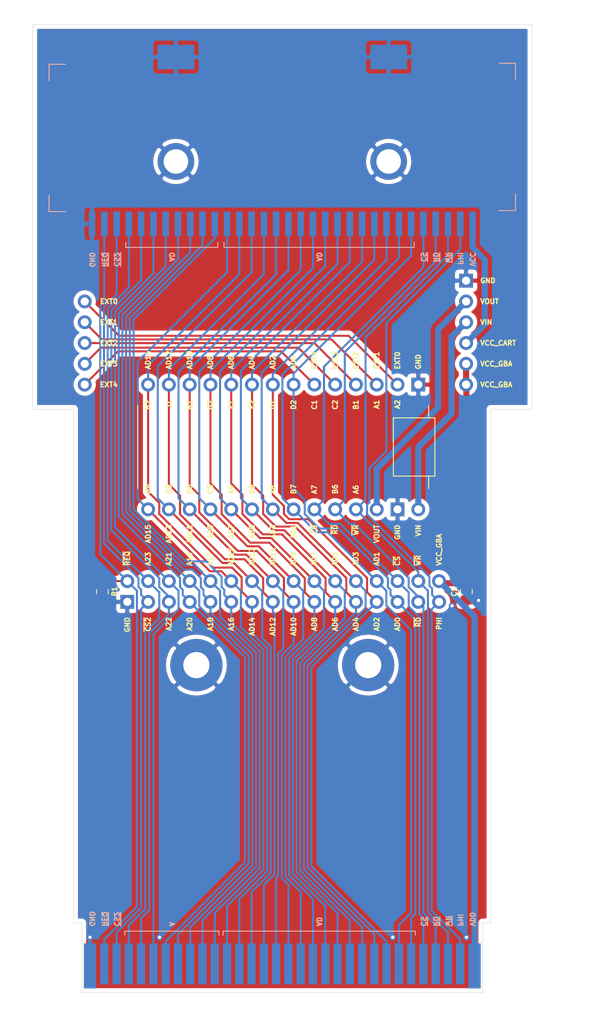
<source format=kicad_pcb>
(kicad_pcb (version 20171130) (host pcbnew "(5.1.5)-3")

  (general
    (thickness 1.6)
    (drawings 36)
    (tracks 502)
    (zones 0)
    (modules 10)
    (nets 41)
  )

  (page A4)
  (layers
    (0 F.Cu signal)
    (31 B.Cu signal)
    (32 B.Adhes user)
    (33 F.Adhes user)
    (34 B.Paste user)
    (35 F.Paste user)
    (36 B.SilkS user)
    (37 F.SilkS user)
    (38 B.Mask user)
    (39 F.Mask user)
    (41 Cmts.User user)
    (44 Edge.Cuts user)
    (45 Margin user)
    (46 B.CrtYd user)
    (47 F.CrtYd user)
    (48 B.Fab user)
    (49 F.Fab user)
  )

  (setup
    (last_trace_width 0.25)
    (trace_clearance 0.2)
    (zone_clearance 0.508)
    (zone_45_only no)
    (trace_min 0.2)
    (via_size 0.8)
    (via_drill 0.4)
    (via_min_size 0.508)
    (via_min_drill 0.3)
    (uvia_size 0.8)
    (uvia_drill 0.4)
    (uvias_allowed no)
    (uvia_min_size 0.508)
    (uvia_min_drill 0.254)
    (edge_width 0.05)
    (segment_width 0.2)
    (pcb_text_width 0.3)
    (pcb_text_size 1.5 1.5)
    (mod_edge_width 0.12)
    (mod_text_size 1 1)
    (mod_text_width 0.15)
    (pad_size 1.524 1.524)
    (pad_drill 0.762)
    (pad_to_mask_clearance 0.051)
    (solder_mask_min_width 0.25)
    (aux_axis_origin 0 0)
    (visible_elements 7FFFFFFF)
    (pcbplotparams
      (layerselection 0x010fc_ffffffff)
      (usegerberextensions false)
      (usegerberattributes false)
      (usegerberadvancedattributes false)
      (creategerberjobfile false)
      (excludeedgelayer true)
      (linewidth 0.100000)
      (plotframeref false)
      (viasonmask false)
      (mode 1)
      (useauxorigin false)
      (hpglpennumber 1)
      (hpglpenspeed 20)
      (hpglpendiameter 15.000000)
      (psnegative false)
      (psa4output false)
      (plotreference true)
      (plotvalue true)
      (plotinvisibletext false)
      (padsonsilk false)
      (subtractmaskfromsilk false)
      (outputformat 1)
      (mirror false)
      (drillshape 0)
      (scaleselection 1)
      (outputdirectory "gerber"))
  )

  (net 0 "")
  (net 1 /VCC_GBA)
  (net 2 GND)
  (net 3 /PHI)
  (net 4 /~WR)
  (net 5 /~CS)
  (net 6 /~RD)
  (net 7 /AD2)
  (net 8 /AD3)
  (net 9 /AD1)
  (net 10 /AD0)
  (net 11 /AD10)
  (net 12 /AD6)
  (net 13 /AD7)
  (net 14 /AD9)
  (net 15 /AD5)
  (net 16 /AD8)
  (net 17 /AD11)
  (net 18 /AD4)
  (net 19 /A18)
  (net 20 /A17)
  (net 21 /AD14)
  (net 22 /A20)
  (net 23 /A19)
  (net 24 /A16)
  (net 25 /AD12)
  (net 26 /AD13)
  (net 27 /AD15)
  (net 28 /A22)
  (net 29 /A23)
  (net 30 /A21)
  (net 31 /~CS2)
  (net 32 /~REQ)
  (net 33 /VCC_CART)
  (net 34 /VOUT)
  (net 35 /VIN)
  (net 36 /EXT4)
  (net 37 /EXT0)
  (net 38 /EXT1)
  (net 39 /EXT2)
  (net 40 /EXT3)

  (net_class Default "This is the default net class."
    (clearance 0.2)
    (trace_width 0.25)
    (via_dia 0.8)
    (via_drill 0.4)
    (uvia_dia 0.8)
    (uvia_drill 0.4)
    (add_net /A16)
    (add_net /A17)
    (add_net /A18)
    (add_net /A19)
    (add_net /A20)
    (add_net /A21)
    (add_net /A22)
    (add_net /A23)
    (add_net /AD0)
    (add_net /AD1)
    (add_net /AD10)
    (add_net /AD11)
    (add_net /AD12)
    (add_net /AD13)
    (add_net /AD14)
    (add_net /AD15)
    (add_net /AD2)
    (add_net /AD3)
    (add_net /AD4)
    (add_net /AD5)
    (add_net /AD6)
    (add_net /AD7)
    (add_net /AD8)
    (add_net /AD9)
    (add_net /EXT0)
    (add_net /EXT1)
    (add_net /EXT2)
    (add_net /EXT3)
    (add_net /EXT4)
    (add_net /PHI)
    (add_net /VCC_CART)
    (add_net /VCC_GBA)
    (add_net /VIN)
    (add_net /VOUT)
    (add_net /~CS)
    (add_net /~CS2)
    (add_net /~RD)
    (add_net /~REQ)
    (add_net /~WR)
    (add_net GND)
  )

  (module pcb:PinHeader_TinyFPGA_BX (layer F.Cu) (tedit 61EDC073) (tstamp 61F1B02C)
    (at 79.121 102.235 270)
    (path /6209CF47)
    (fp_text reference J5 (at 8.89 19.304) (layer F.Fab) hide
      (effects (font (size 1 1) (thickness 0.15)))
    )
    (fp_text value Conn_02x14_Female (at 6.096 19.05) (layer F.Fab) hide
      (effects (font (size 1 1) (thickness 0.15)))
    )
    (fp_text user H9 (at 13.462 33.02 90) (layer F.SilkS)
      (effects (font (size 0.6 0.6) (thickness 0.15)) (justify left))
    )
    (fp_text user C9 (at 13.462 25.4 90) (layer F.SilkS)
      (effects (font (size 0.6 0.6) (thickness 0.15)) (justify left))
    )
    (fp_text user D9 (at 13.462 30.48 90) (layer F.SilkS)
      (effects (font (size 0.6 0.6) (thickness 0.15)) (justify left))
    )
    (fp_text user A7 (at 13.462 12.7 90) (layer F.SilkS)
      (effects (font (size 0.6 0.6) (thickness 0.15)) (justify left))
    )
    (fp_text user B8 (at 13.462 20.32 90) (layer F.SilkS)
      (effects (font (size 0.6 0.6) (thickness 0.15)) (justify left))
    )
    (fp_text user A9 (at 13.462 22.86 90) (layer F.SilkS)
      (effects (font (size 0.6 0.6) (thickness 0.15)) (justify left))
    )
    (fp_text user A6 (at 13.462 7.62 90) (layer F.SilkS)
      (effects (font (size 0.6 0.6) (thickness 0.15)) (justify left))
    )
    (fp_text user B7 (at 13.462 15.24 90) (layer F.SilkS)
      (effects (font (size 0.6 0.6) (thickness 0.15)) (justify left))
    )
    (fp_text user A8 (at 13.462 17.78 90) (layer F.SilkS)
      (effects (font (size 0.6 0.6) (thickness 0.15)) (justify left))
    )
    (fp_text user B6 (at 13.462 10.16 90) (layer F.SilkS)
      (effects (font (size 0.6 0.6) (thickness 0.15)) (justify left))
    )
    (fp_text user D8 (at 13.462 27.94 90) (layer F.SilkS)
      (effects (font (size 0.6 0.6) (thickness 0.15)) (justify left))
    )
    (fp_text user G2 (at 1.778 25.4 90) (layer F.SilkS)
      (effects (font (size 0.6 0.6) (thickness 0.15)) (justify right))
    )
    (fp_text user C2 (at 1.778 10.16 90) (layer F.SilkS)
      (effects (font (size 0.6 0.6) (thickness 0.15)) (justify right))
    )
    (fp_text user H2 (at 1.778 33.02 90) (layer F.SilkS)
      (effects (font (size 0.6 0.6) (thickness 0.15)) (justify right))
    )
    (fp_text user A1 (at 1.778 5.08 90) (layer F.SilkS)
      (effects (font (size 0.6 0.6) (thickness 0.15)) (justify right))
    )
    (fp_text user E2 (at 1.778 20.32 90) (layer F.SilkS)
      (effects (font (size 0.6 0.6) (thickness 0.15)) (justify right))
    )
    (fp_text user B1 (at 1.778 7.62 90) (layer F.SilkS)
      (effects (font (size 0.6 0.6) (thickness 0.15)) (justify right))
    )
    (fp_text user H1 (at 1.778 27.94 90) (layer F.SilkS)
      (effects (font (size 0.6 0.6) (thickness 0.15)) (justify right))
    )
    (fp_text user C1 (at 1.778 12.7 90) (layer F.SilkS)
      (effects (font (size 0.6 0.6) (thickness 0.15)) (justify right))
    )
    (fp_text user E1 (at 1.778 22.86 90) (layer F.SilkS)
      (effects (font (size 0.6 0.6) (thickness 0.15)) (justify right))
    )
    (fp_text user A2 (at 1.778 2.54 90) (layer F.SilkS)
      (effects (font (size 0.6 0.6) (thickness 0.15)) (justify right))
    )
    (fp_text user D2 (at 1.778 15.24 90) (layer F.SilkS)
      (effects (font (size 0.6 0.6) (thickness 0.15)) (justify right))
    )
    (fp_text user J1 (at 1.778 30.48 90) (layer F.SilkS)
      (effects (font (size 0.6 0.6) (thickness 0.15)) (justify right))
    )
    (fp_text user D1 (at 1.778 17.78 90) (layer F.SilkS)
      (effects (font (size 0.6 0.6) (thickness 0.15)) (justify right))
    )
    (fp_line (start 12.7 -1.27) (end 11.176 -1.27) (layer F.SilkS) (width 0.12))
    (fp_line (start 2.54 -1.27) (end 4.064 -1.27) (layer F.SilkS) (width 0.12))
    (fp_line (start 2.54 34.29) (end 12.7 34.29) (layer F.SilkS) (width 0.12))
    (fp_line (start 4.064 -2.032) (end 4.064 3.048) (layer F.SilkS) (width 0.12))
    (fp_line (start 11.176 -2.032) (end 4.064 -2.032) (layer F.SilkS) (width 0.12))
    (fp_line (start 11.176 -2.032) (end 11.176 3.048) (layer F.SilkS) (width 0.12))
    (fp_line (start 4.064 3.048) (end 11.176 3.048) (layer F.SilkS) (width 0.12))
    (fp_text user VOUT (at 17.018 5.08 90) (layer F.SilkS)
      (effects (font (size 0.6 0.6) (thickness 0.15)) (justify right))
    )
    (fp_text user ~WR (at 17.018 7.62 90) (layer F.SilkS)
      (effects (font (size 0.6 0.6) (thickness 0.15)) (justify right))
    )
    (fp_text user ~RD (at 17.018 10.16 90) (layer F.SilkS)
      (effects (font (size 0.6 0.6) (thickness 0.15)) (justify right))
    )
    (fp_text user VIN (at 17.018 0 90) (layer F.SilkS)
      (effects (font (size 0.6 0.6) (thickness 0.15)) (justify right))
    )
    (fp_text user GND (at 17.018 2.54 90) (layer F.SilkS)
      (effects (font (size 0.6 0.6) (thickness 0.15)) (justify right))
    )
    (fp_text user AD7 (at 17.018 22.86 90) (layer F.SilkS)
      (effects (font (size 0.6 0.6) (thickness 0.15)) (justify right))
    )
    (fp_text user ~CS (at 17.018 12.7 90) (layer F.SilkS)
      (effects (font (size 0.6 0.6) (thickness 0.15)) (justify right))
    )
    (fp_text user AD5 (at 17.018 20.32 90) (layer F.SilkS)
      (effects (font (size 0.6 0.6) (thickness 0.15)) (justify right))
    )
    (fp_text user AD15 (at 17.018 33.02 90) (layer F.SilkS)
      (effects (font (size 0.6 0.6) (thickness 0.15)) (justify right))
    )
    (fp_text user AD3 (at 17.018 17.78 90) (layer F.SilkS)
      (effects (font (size 0.6 0.6) (thickness 0.15)) (justify right))
    )
    (fp_text user AD9 (at 17.018 25.4 90) (layer F.SilkS)
      (effects (font (size 0.6 0.6) (thickness 0.15)) (justify right))
    )
    (fp_text user AD11 (at 17.018 27.94 90) (layer F.SilkS)
      (effects (font (size 0.6 0.6) (thickness 0.15)) (justify right))
    )
    (fp_text user AD13 (at 17.018 30.48 90) (layer F.SilkS)
      (effects (font (size 0.6 0.6) (thickness 0.15)) (justify right))
    )
    (fp_text user AD1 (at 17.018 15.24 90) (layer F.SilkS)
      (effects (font (size 0.6 0.6) (thickness 0.15)) (justify right))
    )
    (fp_text user EXT3 (at -1.778 10.16 90) (layer F.SilkS)
      (effects (font (size 0.6 0.6) (thickness 0.15)) (justify left))
    )
    (fp_text user GND (at -1.778 0 90) (layer F.SilkS)
      (effects (font (size 0.6 0.6) (thickness 0.15)) (justify left))
    )
    (fp_text user EXT0 (at -1.778 2.54 90) (layer F.SilkS)
      (effects (font (size 0.6 0.6) (thickness 0.15)) (justify left))
    )
    (fp_text user EXT1 (at -1.778 5.08 90) (layer F.SilkS)
      (effects (font (size 0.6 0.6) (thickness 0.15)) (justify left))
    )
    (fp_text user EXT2 (at -1.778 7.62 90) (layer F.SilkS)
      (effects (font (size 0.6 0.6) (thickness 0.15)) (justify left))
    )
    (fp_text user EXT4 (at -1.778 12.7 90) (layer F.SilkS)
      (effects (font (size 0.6 0.6) (thickness 0.15)) (justify left))
    )
    (fp_text user AD0 (at -1.778 15.24 90) (layer F.SilkS)
      (effects (font (size 0.6 0.6) (thickness 0.15)) (justify left))
    )
    (fp_text user AD6 (at -1.778 22.86 90) (layer F.SilkS)
      (effects (font (size 0.6 0.6) (thickness 0.15)) (justify left))
    )
    (fp_text user AD4 (at -1.778 20.32 90) (layer F.SilkS)
      (effects (font (size 0.6 0.6) (thickness 0.15)) (justify left))
    )
    (fp_text user AD12 (at -1.778 30.48 90) (layer F.SilkS)
      (effects (font (size 0.6 0.6) (thickness 0.15)) (justify left))
    )
    (fp_text user AD2 (at -1.778 17.78 90) (layer F.SilkS)
      (effects (font (size 0.6 0.6) (thickness 0.15)) (justify left))
    )
    (fp_text user AD10 (at -1.778 27.94 90) (layer F.SilkS)
      (effects (font (size 0.6 0.6) (thickness 0.15)) (justify left))
    )
    (fp_text user AD8 (at -1.778 25.4 90) (layer F.SilkS)
      (effects (font (size 0.6 0.6) (thickness 0.15)) (justify left))
    )
    (fp_text user AD14 (at -1.778 33.02 90) (layer F.SilkS)
      (effects (font (size 0.6 0.6) (thickness 0.15)) (justify left))
    )
    (pad 28 thru_hole circle (at 15.24 33.02 270) (size 1.7 1.7) (drill 1) (layers *.Cu *.Mask)
      (net 27 /AD15))
    (pad 19 thru_hole oval (at 15.24 10.16 270) (size 1.7 1.7) (drill 1) (layers *.Cu *.Mask)
      (net 6 /~RD))
    (pad 25 thru_hole oval (at 15.24 25.4 270) (size 1.7 1.7) (drill 1) (layers *.Cu *.Mask)
      (net 14 /AD9))
    (pad 21 thru_hole oval (at 15.24 15.24 270) (size 1.7 1.7) (drill 1) (layers *.Cu *.Mask)
      (net 9 /AD1))
    (pad 26 thru_hole oval (at 15.24 27.94 270) (size 1.7 1.7) (drill 1) (layers *.Cu *.Mask)
      (net 17 /AD11))
    (pad 16 thru_hole rect (at 15.24 2.54 270) (size 1.7 1.7) (drill 1) (layers *.Cu *.Mask)
      (net 2 GND))
    (pad 17 thru_hole oval (at 15.24 5.08 270) (size 1.7 1.7) (drill 1) (layers *.Cu *.Mask)
      (net 34 /VOUT))
    (pad 27 thru_hole oval (at 15.24 30.48 270) (size 1.7 1.7) (drill 1) (layers *.Cu *.Mask)
      (net 26 /AD13))
    (pad 20 thru_hole circle (at 15.24 12.7 270) (size 1.7 1.7) (drill 1) (layers *.Cu *.Mask)
      (net 5 /~CS))
    (pad 24 thru_hole circle (at 15.24 22.86 270) (size 1.7 1.7) (drill 1) (layers *.Cu *.Mask)
      (net 13 /AD7))
    (pad 23 thru_hole oval (at 15.24 20.32 270) (size 1.7 1.7) (drill 1) (layers *.Cu *.Mask)
      (net 15 /AD5))
    (pad 15 thru_hole circle (at 15.24 0 270) (size 1.7 1.7) (drill 1) (layers *.Cu *.Mask)
      (net 35 /VIN))
    (pad 22 thru_hole oval (at 15.24 17.78 270) (size 1.7 1.7) (drill 1) (layers *.Cu *.Mask)
      (net 8 /AD3))
    (pad 18 thru_hole oval (at 15.24 7.62 270) (size 1.7 1.7) (drill 1) (layers *.Cu *.Mask)
      (net 4 /~WR))
    (pad 1 thru_hole rect (at 0 0 270) (size 1.7 1.7) (drill 1) (layers *.Cu *.Mask)
      (net 2 GND))
    (pad 2 thru_hole oval (at 0 2.54 270) (size 1.7 1.7) (drill 1) (layers *.Cu *.Mask)
      (net 37 /EXT0))
    (pad 5 thru_hole oval (at 0 10.16 270) (size 1.7 1.7) (drill 1) (layers *.Cu *.Mask)
      (net 40 /EXT3))
    (pad 6 thru_hole circle (at 0 12.7 270) (size 1.7 1.7) (drill 1) (layers *.Cu *.Mask)
      (net 36 /EXT4))
    (pad 3 thru_hole oval (at 0 5.08 270) (size 1.7 1.7) (drill 1) (layers *.Cu *.Mask)
      (net 38 /EXT1))
    (pad 4 thru_hole oval (at 0 7.62 270) (size 1.7 1.7) (drill 1) (layers *.Cu *.Mask)
      (net 39 /EXT2))
    (pad 9 thru_hole oval (at 0 20.32 270) (size 1.7 1.7) (drill 1) (layers *.Cu *.Mask)
      (net 18 /AD4))
    (pad 10 thru_hole oval (at 0 22.86 270) (size 1.7 1.7) (drill 1) (layers *.Cu *.Mask)
      (net 12 /AD6))
    (pad 12 thru_hole circle (at 0 27.94 270) (size 1.7 1.7) (drill 1) (layers *.Cu *.Mask)
      (net 11 /AD10))
    (pad 13 thru_hole circle (at 0 30.48 270) (size 1.7 1.7) (drill 1) (layers *.Cu *.Mask)
      (net 25 /AD12))
    (pad 8 thru_hole oval (at 0 17.78 270) (size 1.7 1.7) (drill 1) (layers *.Cu *.Mask)
      (net 7 /AD2))
    (pad 11 thru_hole oval (at 0 25.4 270) (size 1.7 1.7) (drill 1) (layers *.Cu *.Mask)
      (net 16 /AD8))
    (pad 14 thru_hole oval (at 0 33.02 270) (size 1.7 1.7) (drill 1) (layers *.Cu *.Mask)
      (net 21 /AD14))
    (pad 7 thru_hole circle (at 0 15.24 270) (size 1.7 1.7) (drill 1) (layers *.Cu *.Mask)
      (net 10 /AD0))
  )

  (module MountingHole:MountingHole_3.2mm_M3_Pad (layer F.Cu) (tedit 56D1B4CB) (tstamp 61EDFB62)
    (at 73 136.5)
    (descr "Mounting Hole 3.2mm, M3")
    (tags "mounting hole 3.2mm m3")
    (path /620D366E)
    (attr virtual)
    (fp_text reference H2 (at 0 -4.2) (layer F.Fab) hide
      (effects (font (size 1 1) (thickness 0.15)))
    )
    (fp_text value MountingHole_Pad (at 0 4.2) (layer F.Fab)
      (effects (font (size 1 1) (thickness 0.15)))
    )
    (fp_circle (center 0 0) (end 3.45 0) (layer F.CrtYd) (width 0.05))
    (fp_circle (center 0 0) (end 3.2 0) (layer Cmts.User) (width 0.15))
    (fp_text user %R (at 0.3 0) (layer F.Fab)
      (effects (font (size 1 1) (thickness 0.15)))
    )
    (pad 1 thru_hole circle (at 0 0) (size 6.4 6.4) (drill 3.2) (layers *.Cu *.Mask)
      (net 2 GND))
  )

  (module MountingHole:MountingHole_3.2mm_M3_Pad (layer F.Cu) (tedit 56D1B4CB) (tstamp 61F1BA30)
    (at 52 136.5)
    (descr "Mounting Hole 3.2mm, M3")
    (tags "mounting hole 3.2mm m3")
    (path /620D1B2F)
    (attr virtual)
    (fp_text reference H1 (at 0 -4.2) (layer F.Fab) hide
      (effects (font (size 1 1) (thickness 0.15)))
    )
    (fp_text value MountingHole_Pad (at 0 4.2) (layer F.Fab)
      (effects (font (size 1 1) (thickness 0.15)))
    )
    (fp_circle (center 0 0) (end 3.45 0) (layer F.CrtYd) (width 0.05))
    (fp_circle (center 0 0) (end 3.2 0) (layer Cmts.User) (width 0.15))
    (fp_text user %R (at 0.3 0) (layer F.Fab)
      (effects (font (size 1 1) (thickness 0.15)))
    )
    (pad 1 thru_hole circle (at 0 0) (size 6.4 6.4) (drill 3.2) (layers *.Cu *.Mask)
      (net 2 GND))
  )

  (module pcb:PinHeader_Secondary (layer F.Cu) (tedit 61ED5085) (tstamp 61EDF569)
    (at 81.661 126.238 270)
    (path /620A75A6)
    (fp_text reference J6 (at 1.524 -2.794 90) (layer F.Fab) hide
      (effects (font (size 1 1) (thickness 0.15)))
    )
    (fp_text value Conn_02x16_Female (at 1.27 40.894 90) (layer F.Fab) hide
      (effects (font (size 1 1) (thickness 0.15)))
    )
    (fp_text user PHI (at 4.318 0 90) (layer F.SilkS)
      (effects (font (size 0.6 0.6) (thickness 0.15)) (justify right))
    )
    (fp_text user AD14 (at 4.318 22.86 90) (layer F.SilkS)
      (effects (font (size 0.6 0.6) (thickness 0.15)) (justify right))
    )
    (fp_text user AD2 (at 4.318 7.62 90) (layer F.SilkS)
      (effects (font (size 0.6 0.6) (thickness 0.15)) (justify right))
    )
    (fp_text user AD4 (at 4.318 10.16 90) (layer F.SilkS)
      (effects (font (size 0.6 0.6) (thickness 0.15)) (justify right))
    )
    (fp_text user AD0 (at 4.318 5.08 90) (layer F.SilkS)
      (effects (font (size 0.6 0.6) (thickness 0.15)) (justify right))
    )
    (fp_text user ~RD (at 4.318 2.54 90) (layer F.SilkS)
      (effects (font (size 0.6 0.6) (thickness 0.15)) (justify right))
    )
    (fp_text user ~CS2 (at 4.318 35.56 90) (layer F.SilkS)
      (effects (font (size 0.6 0.6) (thickness 0.15)) (justify right))
    )
    (fp_text user AD10 (at 4.318 17.78 90) (layer F.SilkS)
      (effects (font (size 0.6 0.6) (thickness 0.15)) (justify right))
    )
    (fp_text user GND (at 4.318 38.1 90) (layer F.SilkS)
      (effects (font (size 0.6 0.6) (thickness 0.15)) (justify right))
    )
    (fp_text user A22 (at 4.318 33.02 90) (layer F.SilkS)
      (effects (font (size 0.6 0.6) (thickness 0.15)) (justify right))
    )
    (fp_text user AD6 (at 4.318 12.7 90) (layer F.SilkS)
      (effects (font (size 0.6 0.6) (thickness 0.15)) (justify right))
    )
    (fp_text user AD12 (at 4.318 20.32 90) (layer F.SilkS)
      (effects (font (size 0.6 0.6) (thickness 0.15)) (justify right))
    )
    (fp_text user A16 (at 4.318 25.4 90) (layer F.SilkS)
      (effects (font (size 0.6 0.6) (thickness 0.15)) (justify right))
    )
    (fp_text user A20 (at 4.318 30.48 90) (layer F.SilkS)
      (effects (font (size 0.6 0.6) (thickness 0.15)) (justify right))
    )
    (fp_text user AD8 (at 4.318 15.24 90) (layer F.SilkS)
      (effects (font (size 0.6 0.6) (thickness 0.15)) (justify right))
    )
    (fp_text user A18 (at 4.318 27.94 90) (layer F.SilkS)
      (effects (font (size 0.6 0.6) (thickness 0.15)) (justify right))
    )
    (fp_text user AD7 (at -1.778 15.24 90) (layer F.SilkS)
      (effects (font (size 0.6 0.6) (thickness 0.15)) (justify left))
    )
    (fp_text user AD5 (at -1.778 12.7 90) (layer F.SilkS)
      (effects (font (size 0.6 0.6) (thickness 0.15)) (justify left))
    )
    (fp_text user AD15 (at -1.778 25.4 90) (layer F.SilkS)
      (effects (font (size 0.6 0.6) (thickness 0.15)) (justify left))
    )
    (fp_text user ~WR (at -1.778 2.54 90) (layer F.SilkS)
      (effects (font (size 0.6 0.6) (thickness 0.15)) (justify left))
    )
    (fp_text user A17 (at -1.778 27.94 90) (layer F.SilkS)
      (effects (font (size 0.6 0.6) (thickness 0.15)) (justify left))
    )
    (fp_text user AD9 (at -1.778 17.78 90) (layer F.SilkS)
      (effects (font (size 0.6 0.6) (thickness 0.15)) (justify left))
    )
    (fp_text user A19 (at -1.778 30.48 90) (layer F.SilkS)
      (effects (font (size 0.6 0.6) (thickness 0.15)) (justify left))
    )
    (fp_text user A21 (at -1.778 33.02 90) (layer F.SilkS)
      (effects (font (size 0.6 0.6) (thickness 0.15)) (justify left))
    )
    (fp_text user AD1 (at -1.778 7.62 90) (layer F.SilkS)
      (effects (font (size 0.6 0.6) (thickness 0.15)) (justify left))
    )
    (fp_text user ~CS (at -1.778 5.08 90) (layer F.SilkS)
      (effects (font (size 0.6 0.6) (thickness 0.15)) (justify left))
    )
    (fp_text user AD11 (at -1.778 20.32 90) (layer F.SilkS)
      (effects (font (size 0.6 0.6) (thickness 0.15)) (justify left))
    )
    (fp_text user A23 (at -1.778 35.56 90) (layer F.SilkS)
      (effects (font (size 0.6 0.6) (thickness 0.15)) (justify left))
    )
    (fp_text user AD13 (at -1.778 22.86 90) (layer F.SilkS)
      (effects (font (size 0.6 0.6) (thickness 0.15)) (justify left))
    )
    (fp_text user VCC_GBA (at -1.778 0 90) (layer F.SilkS)
      (effects (font (size 0.6 0.6) (thickness 0.15)) (justify left))
    )
    (fp_text user AD3 (at -1.778 10.16 90) (layer F.SilkS)
      (effects (font (size 0.6 0.6) (thickness 0.15)) (justify left))
    )
    (fp_text user ~REQ (at -1.778 38.1 90) (layer F.SilkS)
      (effects (font (size 0.6 0.6) (thickness 0.15)) (justify left))
    )
    (pad 31 thru_hole oval (at 2.54 35.56 270) (size 1.7 1.7) (drill 1) (layers *.Cu *.Mask)
      (net 31 /~CS2))
    (pad 19 thru_hole oval (at 2.54 5.08 270) (size 1.7 1.7) (drill 1) (layers *.Cu *.Mask)
      (net 10 /AD0))
    (pad 27 thru_hole oval (at 2.54 25.4 270) (size 1.7 1.7) (drill 1) (layers *.Cu *.Mask)
      (net 24 /A16))
    (pad 21 thru_hole oval (at 2.54 10.16 270) (size 1.7 1.7) (drill 1) (layers *.Cu *.Mask)
      (net 18 /AD4))
    (pad 26 thru_hole circle (at 2.54 22.86 270) (size 1.7 1.7) (drill 1) (layers *.Cu *.Mask)
      (net 21 /AD14))
    (pad 28 thru_hole oval (at 2.54 27.94 270) (size 1.7 1.7) (drill 1) (layers *.Cu *.Mask)
      (net 19 /A18))
    (pad 29 thru_hole oval (at 2.54 30.48 270) (size 1.7 1.7) (drill 1) (layers *.Cu *.Mask)
      (net 22 /A20))
    (pad 30 thru_hole circle (at 2.54 33.02 270) (size 1.7 1.7) (drill 1) (layers *.Cu *.Mask)
      (net 28 /A22))
    (pad 23 thru_hole oval (at 2.54 15.24 270) (size 1.7 1.7) (drill 1) (layers *.Cu *.Mask)
      (net 16 /AD8))
    (pad 20 thru_hole oval (at 2.54 7.62 270) (size 1.7 1.7) (drill 1) (layers *.Cu *.Mask)
      (net 7 /AD2))
    (pad 17 thru_hole circle (at 2.54 0 270) (size 1.7 1.7) (drill 1) (layers *.Cu *.Mask)
      (net 3 /PHI))
    (pad 24 thru_hole oval (at 2.54 17.78 270) (size 1.7 1.7) (drill 1) (layers *.Cu *.Mask)
      (net 11 /AD10))
    (pad 32 thru_hole rect (at 2.54 38.1 270) (size 1.7 1.7) (drill 1) (layers *.Cu *.Mask)
      (net 2 GND))
    (pad 22 thru_hole circle (at 2.54 12.7 270) (size 1.7 1.7) (drill 1) (layers *.Cu *.Mask)
      (net 12 /AD6))
    (pad 25 thru_hole oval (at 2.54 20.32 270) (size 1.7 1.7) (drill 1) (layers *.Cu *.Mask)
      (net 25 /AD12))
    (pad 18 thru_hole circle (at 2.54 2.54 270) (size 1.7 1.7) (drill 1) (layers *.Cu *.Mask)
      (net 6 /~RD))
    (pad 5 thru_hole oval (at 0 10.16 270) (size 1.7 1.7) (drill 1) (layers *.Cu *.Mask)
      (net 8 /AD3))
    (pad 7 thru_hole circle (at 0 15.24 270) (size 1.7 1.7) (drill 1) (layers *.Cu *.Mask)
      (net 13 /AD7))
    (pad 2 thru_hole oval (at 0 2.54 270) (size 1.7 1.7) (drill 1) (layers *.Cu *.Mask)
      (net 4 /~WR))
    (pad 9 thru_hole oval (at 0 20.32 270) (size 1.7 1.7) (drill 1) (layers *.Cu *.Mask)
      (net 17 /AD11))
    (pad 10 thru_hole oval (at 0 22.86 270) (size 1.7 1.7) (drill 1) (layers *.Cu *.Mask)
      (net 26 /AD13))
    (pad 8 thru_hole oval (at 0 17.78 270) (size 1.7 1.7) (drill 1) (layers *.Cu *.Mask)
      (net 14 /AD9))
    (pad 15 thru_hole oval (at 0 35.56 270) (size 1.7 1.7) (drill 1) (layers *.Cu *.Mask)
      (net 29 /A23))
    (pad 11 thru_hole oval (at 0 25.4 270) (size 1.7 1.7) (drill 1) (layers *.Cu *.Mask)
      (net 27 /AD15))
    (pad 14 thru_hole oval (at 0 33.02 270) (size 1.7 1.7) (drill 1) (layers *.Cu *.Mask)
      (net 30 /A21))
    (pad 3 thru_hole oval (at 0 5.08 270) (size 1.7 1.7) (drill 1) (layers *.Cu *.Mask)
      (net 5 /~CS))
    (pad 6 thru_hole circle (at 0 12.7 270) (size 1.7 1.7) (drill 1) (layers *.Cu *.Mask)
      (net 15 /AD5))
    (pad 16 thru_hole oval (at 0 38.1 270) (size 1.7 1.7) (drill 1) (layers *.Cu *.Mask)
      (net 32 /~REQ))
    (pad 12 thru_hole circle (at 0 27.94 270) (size 1.7 1.7) (drill 1) (layers *.Cu *.Mask)
      (net 20 /A17))
    (pad 1 thru_hole circle (at 0 0 270) (size 1.7 1.7) (drill 1) (layers *.Cu *.Mask)
      (net 1 /VCC_GBA))
    (pad 13 thru_hole circle (at 0 30.48 270) (size 1.7 1.7) (drill 1) (layers *.Cu *.Mask)
      (net 23 /A19))
    (pad 4 thru_hole oval (at 0 7.62 270) (size 1.7 1.7) (drill 1) (layers *.Cu *.Mask)
      (net 9 /AD1))
  )

  (module pcb:PinHeader_Extra (layer F.Cu) (tedit 61ED9051) (tstamp 61F1C429)
    (at 38.354 92.075)
    (path /620B391B)
    (fp_text reference J4 (at 0 -2.286) (layer F.Fab) hide
      (effects (font (size 1 1) (thickness 0.15)))
    )
    (fp_text value Conn_01x05_Female (at -3.048 5.08 90) (layer F.Fab) hide
      (effects (font (size 1 1) (thickness 0.15)))
    )
    (fp_text user EXT0 (at 1.778 0) (layer F.SilkS)
      (effects (font (size 0.6 0.6) (thickness 0.15)) (justify left))
    )
    (fp_text user EXT4 (at 1.778 10.16) (layer F.SilkS)
      (effects (font (size 0.6 0.6) (thickness 0.15)) (justify left))
    )
    (fp_text user EXT1 (at 1.778 2.54) (layer F.SilkS)
      (effects (font (size 0.6 0.6) (thickness 0.15)) (justify left))
    )
    (fp_text user EXT3 (at 1.778 7.62) (layer F.SilkS)
      (effects (font (size 0.6 0.6) (thickness 0.15)) (justify left))
    )
    (fp_text user EXT2 (at 1.778 5.08) (layer F.SilkS)
      (effects (font (size 0.6 0.6) (thickness 0.15)) (justify left))
    )
    (pad 5 thru_hole oval (at 0 10.16) (size 1.7 1.7) (drill 1) (layers *.Cu *.Mask)
      (net 36 /EXT4))
    (pad 1 thru_hole circle (at 0 0) (size 1.7 1.7) (drill 1) (layers *.Cu *.Mask)
      (net 37 /EXT0))
    (pad 2 thru_hole oval (at 0 2.54) (size 1.7 1.7) (drill 1) (layers *.Cu *.Mask)
      (net 38 /EXT1))
    (pad 3 thru_hole oval (at 0 5.08) (size 1.7 1.7) (drill 1) (layers *.Cu *.Mask)
      (net 39 /EXT2))
    (pad 4 thru_hole oval (at 0 7.62) (size 1.7 1.7) (drill 1) (layers *.Cu *.Mask)
      (net 40 /EXT3))
  )

  (module Resistor_SMD:R_0805_2012Metric_Pad1.15x1.40mm_HandSolder (layer F.Cu) (tedit 5B36C52B) (tstamp 61EDF374)
    (at 40.5 127.525 90)
    (descr "Resistor SMD 0805 (2012 Metric), square (rectangular) end terminal, IPC_7351 nominal with elongated pad for handsoldering. (Body size source: https://docs.google.com/spreadsheets/d/1BsfQQcO9C6DZCsRaXUlFlo91Tg2WpOkGARC1WS5S8t0/edit?usp=sharing), generated with kicad-footprint-generator")
    (tags "resistor handsolder")
    (path /61F31098)
    (attr smd)
    (fp_text reference R1 (at 0.025 1.5 90) (layer F.SilkS)
      (effects (font (size 0.6 0.6) (thickness 0.15)))
    )
    (fp_text value 10k (at 0 -1.75 90) (layer F.Fab)
      (effects (font (size 1 1) (thickness 0.15)))
    )
    (fp_text user %R (at 0 0 90) (layer F.Fab)
      (effects (font (size 0.5 0.5) (thickness 0.08)))
    )
    (fp_line (start 1.85 0.95) (end -1.85 0.95) (layer F.CrtYd) (width 0.05))
    (fp_line (start 1.85 -0.95) (end 1.85 0.95) (layer F.CrtYd) (width 0.05))
    (fp_line (start -1.85 -0.95) (end 1.85 -0.95) (layer F.CrtYd) (width 0.05))
    (fp_line (start -1.85 0.95) (end -1.85 -0.95) (layer F.CrtYd) (width 0.05))
    (fp_line (start -0.261252 0.71) (end 0.261252 0.71) (layer F.SilkS) (width 0.12))
    (fp_line (start -0.261252 -0.71) (end 0.261252 -0.71) (layer F.SilkS) (width 0.12))
    (fp_line (start 1 0.6) (end -1 0.6) (layer F.Fab) (width 0.1))
    (fp_line (start 1 -0.6) (end 1 0.6) (layer F.Fab) (width 0.1))
    (fp_line (start -1 -0.6) (end 1 -0.6) (layer F.Fab) (width 0.1))
    (fp_line (start -1 0.6) (end -1 -0.6) (layer F.Fab) (width 0.1))
    (pad 2 smd roundrect (at 1.025 0 90) (size 1.15 1.4) (layers F.Cu F.Paste F.Mask) (roundrect_rratio 0.217391)
      (net 32 /~REQ))
    (pad 1 smd roundrect (at -1.025 0 90) (size 1.15 1.4) (layers F.Cu F.Paste F.Mask) (roundrect_rratio 0.217391)
      (net 2 GND))
    (model ${KISYS3DMOD}/Resistor_SMD.3dshapes/R_0805_2012Metric.wrl
      (at (xyz 0 0 0))
      (scale (xyz 1 1 1))
      (rotate (xyz 0 0 0))
    )
  )

  (module pcb:PinHeader_Power (layer F.Cu) (tedit 61ED428E) (tstamp 61F1C6C2)
    (at 84.963 102.235 180)
    (path /61F372D0)
    (fp_text reference J3 (at 0 -2.032) (layer F.Fab) hide
      (effects (font (size 1 1) (thickness 0.15)))
    )
    (fp_text value Conn_01x06_Female (at -2.286 6.35 90) (layer F.Fab) hide
      (effects (font (size 1 1) (thickness 0.15)))
    )
    (fp_text user VCC_GBA (at -1.651 0) (layer F.SilkS)
      (effects (font (size 0.6 0.6) (thickness 0.15)) (justify left))
    )
    (fp_text user VCC_GBA (at -1.651 2.54) (layer F.SilkS)
      (effects (font (size 0.6 0.6) (thickness 0.15)) (justify left))
    )
    (fp_text user VCC_CART (at -1.651 5.08) (layer F.SilkS)
      (effects (font (size 0.6 0.6) (thickness 0.15)) (justify left))
    )
    (fp_text user VIN (at -1.651 7.62) (layer F.SilkS)
      (effects (font (size 0.6 0.6) (thickness 0.15)) (justify left))
    )
    (fp_text user VOUT (at -1.651 10.16) (layer F.SilkS)
      (effects (font (size 0.6 0.6) (thickness 0.15)) (justify left))
    )
    (fp_text user GND (at -1.651 12.7) (layer F.SilkS)
      (effects (font (size 0.6 0.6) (thickness 0.15)) (justify left))
    )
    (pad 5 thru_hole oval (at 0 10.16 180) (size 1.7 1.7) (drill 1) (layers *.Cu *.Mask)
      (net 34 /VOUT))
    (pad 1 thru_hole circle (at 0 0 180) (size 1.7 1.7) (drill 1) (layers *.Cu *.Mask)
      (net 1 /VCC_GBA))
    (pad 6 thru_hole rect (at 0 12.7 180) (size 1.7 1.7) (drill 1) (layers *.Cu *.Mask)
      (net 2 GND))
    (pad 4 thru_hole oval (at 0 7.62 180) (size 1.7 1.7) (drill 1) (layers *.Cu *.Mask)
      (net 35 /VIN))
    (pad 3 thru_hole oval (at 0 5.08 180) (size 1.7 1.7) (drill 1) (layers *.Cu *.Mask)
      (net 33 /VCC_CART))
    (pad 2 thru_hole oval (at 0 2.54 180) (size 1.7 1.7) (drill 1) (layers *.Cu *.Mask)
      (net 1 /VCC_GBA))
  )

  (module pcb:CART (layer B.Cu) (tedit 61ED3E32) (tstamp 61F1C0BC)
    (at 87 85.85 180)
    (path /61EC16F7)
    (fp_text reference J2 (at -0.75 6.75) (layer B.SilkS) hide
      (effects (font (size 1 1) (thickness 0.15)) (justify mirror))
    )
    (fp_text value Conn_01x32_Female (at 24.5 14.375) (layer B.Fab)
      (effects (font (size 1 1) (thickness 0.15)) (justify mirror))
    )
    (fp_line (start -4 22.875) (end -4 20.875) (layer B.SilkS) (width 0.12))
    (fp_line (start -2 22.875) (end -4 22.875) (layer B.SilkS) (width 0.12))
    (fp_line (start 53 22.75) (end 51 22.75) (layer B.SilkS) (width 0.12))
    (fp_line (start 53 20.75) (end 53 22.75) (layer B.SilkS) (width 0.12))
    (fp_text user GND (at 47.75 -0.125 270 unlocked) (layer B.SilkS)
      (effects (font (size 0.6 0.6) (thickness 0.15)) (justify right mirror))
    )
    (fp_text user ~REQ (at 46.25 -0.125 270 unlocked) (layer B.SilkS)
      (effects (font (size 0.6 0.6) (thickness 0.15)) (justify right mirror))
    )
    (fp_text user ~CS2 (at 44.75 -0.125 270 unlocked) (layer B.SilkS)
      (effects (font (size 0.6 0.6) (thickness 0.15)) (justify right mirror))
    )
    (fp_text user AD (at 38 -0.125 270 unlocked) (layer B.SilkS)
      (effects (font (size 0.6 0.6) (thickness 0.15)) (justify right mirror))
    )
    (fp_line (start 43.625 0.375) (end 43.625 1) (layer B.SilkS) (width 0.12))
    (fp_line (start 32.375 0.375) (end 43.625 0.375) (layer B.SilkS) (width 0.12))
    (fp_line (start 32.375 1) (end 32.375 0.375) (layer B.SilkS) (width 0.12))
    (fp_text user AD (at 20 -0.125 270 unlocked) (layer B.SilkS)
      (effects (font (size 0.6 0.6) (thickness 0.15)) (justify right mirror))
    )
    (fp_text user ~CS (at 7.25 -0.125 270 unlocked) (layer B.SilkS)
      (effects (font (size 0.6 0.6) (thickness 0.15)) (justify right mirror))
    )
    (fp_text user ~RD (at 5.75 -0.125 270 unlocked) (layer B.SilkS)
      (effects (font (size 0.6 0.6) (thickness 0.15)) (justify right mirror))
    )
    (fp_text user ~WR (at 4.25 -0.125 270 unlocked) (layer B.SilkS)
      (effects (font (size 0.6 0.6) (thickness 0.15)) (justify right mirror))
    )
    (fp_text user PHI (at 2.75 -0.125 270 unlocked) (layer B.SilkS)
      (effects (font (size 0.6 0.6) (thickness 0.15)) (justify right mirror))
    )
    (fp_line (start 31.625 0.375) (end 31.625 1) (layer B.SilkS) (width 0.12))
    (fp_line (start 8.375 0.375) (end 31.625 0.375) (layer B.SilkS) (width 0.12))
    (fp_line (start 8.375 1) (end 8.375 0.375) (layer B.SilkS) (width 0.12))
    (fp_text user VCC (at 1.25 -0.125 270 unlocked) (layer B.SilkS)
      (effects (font (size 0.6 0.6) (thickness 0.15)) (justify right mirror))
    )
    (fp_line (start 53 4.75) (end 53 6.75) (layer B.SilkS) (width 0.12))
    (fp_line (start 51 4.75) (end 53 4.75) (layer B.SilkS) (width 0.12))
    (fp_line (start -4 4.875) (end -4 6.875) (layer B.SilkS) (width 0.12))
    (fp_line (start -2 4.875) (end -4 4.875) (layer B.SilkS) (width 0.12))
    (pad 32 thru_hole circle (at 37.5 10.875 180) (size 4.5 4.5) (drill 3) (layers *.Cu *.Mask)
      (net 2 GND))
    (pad 32 thru_hole circle (at 11.5 10.875 180) (size 4.5 4.5) (drill 3) (layers *.Cu *.Mask)
      (net 2 GND))
    (pad 32 smd rect (at 37.5 23.625 180) (size 4.5 3) (layers B.Cu B.Paste B.Mask)
      (net 2 GND))
    (pad 32 smd rect (at 11.5 23.625 180) (size 4.5 3) (layers B.Cu B.Paste B.Mask)
      (net 2 GND))
    (pad 27 smd rect (at 40.25 3.25 180) (size 0.8 3) (layers B.Cu B.Paste B.Mask)
      (net 30 /A21))
    (pad 30 smd rect (at 44.75 3.25 180) (size 0.8 3) (layers B.Cu B.Paste B.Mask)
      (net 31 /~CS2))
    (pad 29 smd rect (at 43.25 3.25 180) (size 0.8 3) (layers B.Cu B.Paste B.Mask)
      (net 29 /A23))
    (pad 28 smd rect (at 41.75 3.25 180) (size 0.8 3) (layers B.Cu B.Paste B.Mask)
      (net 28 /A22))
    (pad 26 smd rect (at 38.75 3.25 180) (size 0.8 3) (layers B.Cu B.Paste B.Mask)
      (net 22 /A20))
    (pad 32 smd rect (at 47.75 3.25 180) (size 0.8 3) (layers B.Cu B.Paste B.Mask)
      (net 2 GND))
    (pad 31 smd rect (at 46.25 3.25 180) (size 0.8 3) (layers B.Cu B.Paste B.Mask)
      (net 32 /~REQ))
    (pad 24 smd rect (at 35.75 3.25 180) (size 0.8 3) (layers B.Cu B.Paste B.Mask)
      (net 19 /A18))
    (pad 25 smd rect (at 37.25 3.25 180) (size 0.8 3) (layers B.Cu B.Paste B.Mask)
      (net 23 /A19))
    (pad 22 smd rect (at 32.75 3.25 180) (size 0.8 3) (layers B.Cu B.Paste B.Mask)
      (net 24 /A16))
    (pad 21 smd rect (at 31.25 3.25 180) (size 0.8 3) (layers B.Cu B.Paste B.Mask)
      (net 27 /AD15))
    (pad 23 smd rect (at 34.25 3.25 180) (size 0.8 3) (layers B.Cu B.Paste B.Mask)
      (net 20 /A17))
    (pad 17 smd rect (at 25.25 3.25 180) (size 0.8 3) (layers B.Cu B.Paste B.Mask)
      (net 17 /AD11))
    (pad 20 smd rect (at 29.75 3.25 180) (size 0.8 3) (layers B.Cu B.Paste B.Mask)
      (net 21 /AD14))
    (pad 19 smd rect (at 28.25 3.25 180) (size 0.8 3) (layers B.Cu B.Paste B.Mask)
      (net 26 /AD13))
    (pad 18 smd rect (at 26.75 3.25 180) (size 0.8 3) (layers B.Cu B.Paste B.Mask)
      (net 25 /AD12))
    (pad 16 smd rect (at 23.75 3.25 180) (size 0.8 3) (layers B.Cu B.Paste B.Mask)
      (net 11 /AD10))
    (pad 14 smd rect (at 20.75 3.25 180) (size 0.8 3) (layers B.Cu B.Paste B.Mask)
      (net 16 /AD8))
    (pad 15 smd rect (at 22.25 3.25 180) (size 0.8 3) (layers B.Cu B.Paste B.Mask)
      (net 14 /AD9))
    (pad 12 smd rect (at 17.75 3.25 180) (size 0.8 3) (layers B.Cu B.Paste B.Mask)
      (net 12 /AD6))
    (pad 11 smd rect (at 16.25 3.25 180) (size 0.8 3) (layers B.Cu B.Paste B.Mask)
      (net 15 /AD5))
    (pad 13 smd rect (at 19.25 3.25 180) (size 0.8 3) (layers B.Cu B.Paste B.Mask)
      (net 13 /AD7))
    (pad 9 smd rect (at 13.25 3.25 180) (size 0.8 3) (layers B.Cu B.Paste B.Mask)
      (net 8 /AD3))
    (pad 10 smd rect (at 14.75 3.25 180) (size 0.8 3) (layers B.Cu B.Paste B.Mask)
      (net 18 /AD4))
    (pad 7 smd rect (at 10.25 3.25 180) (size 0.8 3) (layers B.Cu B.Paste B.Mask)
      (net 9 /AD1))
    (pad 6 smd rect (at 8.75 3.25 180) (size 0.8 3) (layers B.Cu B.Paste B.Mask)
      (net 10 /AD0))
    (pad 8 smd rect (at 11.75 3.25 180) (size 0.8 3) (layers B.Cu B.Paste B.Mask)
      (net 7 /AD2))
    (pad 4 smd rect (at 5.75 3.25 180) (size 0.8 3) (layers B.Cu B.Paste B.Mask)
      (net 6 /~RD))
    (pad 5 smd rect (at 7.25 3.25 180) (size 0.8 3) (layers B.Cu B.Paste B.Mask)
      (net 5 /~CS))
    (pad 3 smd rect (at 4.25 3.25 180) (size 0.8 3) (layers B.Cu B.Paste B.Mask)
      (net 4 /~WR))
    (pad 2 smd rect (at 2.75 3.25 180) (size 0.8 3) (layers B.Cu B.Paste B.Mask)
      (net 3 /PHI))
    (pad 1 smd rect (at 1.25 3.25 180) (size 0.8 3) (layers B.Cu B.Paste B.Mask)
      (net 33 /VCC_CART))
  )

  (module pcb:GBA (layer B.Cu) (tedit 61ED3B90) (tstamp 61EDBBE8)
    (at 87 176.5 180)
    (path /61EBE32F)
    (fp_text reference J1 (at 1.875 -1.75) (layer B.SilkS) hide
      (effects (font (size 1 1) (thickness 0.15)) (justify mirror))
    )
    (fp_text value Conn_01x32_Male (at 25.25 -3) (layer B.Fab)
      (effects (font (size 1 1) (thickness 0.15)) (justify mirror))
    )
    (fp_line (start 0 0) (end 49 0) (layer B.Fab) (width 0.12))
    (fp_line (start 49 0) (end 49 6) (layer B.Fab) (width 0.12))
    (fp_line (start 49 6) (end 0 6) (layer B.Fab) (width 0.12))
    (fp_line (start 0 6) (end 0 0) (layer B.Fab) (width 0.12))
    (fp_text user VDD (at 1.25 8 270 unlocked) (layer B.SilkS)
      (effects (font (size 0.6 0.6) (thickness 0.15)) (justify left mirror))
    )
    (fp_text user GND (at 47.75 8 270 unlocked) (layer B.SilkS)
      (effects (font (size 0.6 0.6) (thickness 0.15)) (justify left mirror))
    )
    (fp_text user PHI (at 2.75 8 270 unlocked) (layer B.SilkS)
      (effects (font (size 0.6 0.6) (thickness 0.15)) (justify left mirror))
    )
    (fp_text user ~WR~ (at 4.25 8 270 unlocked) (layer B.SilkS)
      (effects (font (size 0.6 0.6) (thickness 0.15)) (justify left mirror))
    )
    (fp_text user ~RD~ (at 5.75 8 270 unlocked) (layer B.SilkS)
      (effects (font (size 0.6 0.6) (thickness 0.15)) (justify left mirror))
    )
    (fp_text user ~CS~ (at 7.25 8 270 unlocked) (layer B.SilkS)
      (effects (font (size 0.6 0.6) (thickness 0.15)) (justify left mirror))
    )
    (fp_text user ~CS2~ (at 44.75 8 270 unlocked) (layer B.SilkS)
      (effects (font (size 0.6 0.6) (thickness 0.15)) (justify left mirror))
    )
    (fp_text user ~REQ~ (at 46.25 8 270 unlocked) (layer B.SilkS)
      (effects (font (size 0.6 0.6) (thickness 0.15)) (justify left mirror))
    )
    (fp_line (start 8.25 7) (end 8.25 7.5) (layer B.SilkS) (width 0.12))
    (fp_line (start 8.25 7.5) (end 31.75 7.5) (layer B.SilkS) (width 0.12))
    (fp_line (start 31.75 7.5) (end 31.75 7) (layer B.SilkS) (width 0.12))
    (fp_line (start 32.25 7) (end 32.25 7.5) (layer B.SilkS) (width 0.12))
    (fp_line (start 32.25 7.5) (end 43.75 7.5) (layer B.SilkS) (width 0.12))
    (fp_line (start 43.75 7.5) (end 43.75 7) (layer B.SilkS) (width 0.12))
    (fp_text user AD (at 20 8 270 unlocked) (layer B.SilkS)
      (effects (font (size 0.6 0.6) (thickness 0.15)) (justify left mirror))
    )
    (fp_text user A (at 38 8 270 unlocked) (layer B.SilkS)
      (effects (font (size 0.6 0.6) (thickness 0.15)) (justify left mirror))
    )
    (pad 1 smd rect (at 1 3.25 180) (size 1.5 5.5) (layers B.Cu B.Paste B.Mask)
      (net 1 /VCC_GBA))
    (pad 2 smd rect (at 2.75 3.5 180) (size 1 5) (layers B.Cu B.Paste B.Mask)
      (net 3 /PHI))
    (pad 3 smd rect (at 4.25 3.5 180) (size 1 5) (layers B.Cu B.Paste B.Mask)
      (net 4 /~WR))
    (pad 5 smd rect (at 7.25 3.5 180) (size 1 5) (layers B.Cu B.Paste B.Mask)
      (net 5 /~CS))
    (pad 4 smd rect (at 5.75 3.5 180) (size 1 5) (layers B.Cu B.Paste B.Mask)
      (net 6 /~RD))
    (pad 8 smd rect (at 11.75 3.5 180) (size 1 5) (layers B.Cu B.Paste B.Mask)
      (net 7 /AD2))
    (pad 9 smd rect (at 13.25 3.5 180) (size 1 5) (layers B.Cu B.Paste B.Mask)
      (net 8 /AD3))
    (pad 7 smd rect (at 10.25 3.5 180) (size 1 5) (layers B.Cu B.Paste B.Mask)
      (net 9 /AD1))
    (pad 6 smd rect (at 8.75 3.5 180) (size 1 5) (layers B.Cu B.Paste B.Mask)
      (net 10 /AD0))
    (pad 16 smd rect (at 23.75 3.5 180) (size 1 5) (layers B.Cu B.Paste B.Mask)
      (net 11 /AD10))
    (pad 12 smd rect (at 17.75 3.5 180) (size 1 5) (layers B.Cu B.Paste B.Mask)
      (net 12 /AD6))
    (pad 13 smd rect (at 19.25 3.5 180) (size 1 5) (layers B.Cu B.Paste B.Mask)
      (net 13 /AD7))
    (pad 15 smd rect (at 22.25 3.5 180) (size 1 5) (layers B.Cu B.Paste B.Mask)
      (net 14 /AD9))
    (pad 11 smd rect (at 16.25 3.5 180) (size 1 5) (layers B.Cu B.Paste B.Mask)
      (net 15 /AD5))
    (pad 14 smd rect (at 20.75 3.5 180) (size 1 5) (layers B.Cu B.Paste B.Mask)
      (net 16 /AD8))
    (pad 17 smd rect (at 25.25 3.5 180) (size 1 5) (layers B.Cu B.Paste B.Mask)
      (net 17 /AD11))
    (pad 10 smd rect (at 14.75 3.5 180) (size 1 5) (layers B.Cu B.Paste B.Mask)
      (net 18 /AD4))
    (pad 24 smd rect (at 35.75 3.5 180) (size 1 5) (layers B.Cu B.Paste B.Mask)
      (net 19 /A18))
    (pad 23 smd rect (at 34.25 3.5 180) (size 1 5) (layers B.Cu B.Paste B.Mask)
      (net 20 /A17))
    (pad 20 smd rect (at 29.75 3.5 180) (size 1 5) (layers B.Cu B.Paste B.Mask)
      (net 21 /AD14))
    (pad 26 smd rect (at 38.75 3.5 180) (size 1 5) (layers B.Cu B.Paste B.Mask)
      (net 22 /A20))
    (pad 25 smd rect (at 37.25 3.5 180) (size 1 5) (layers B.Cu B.Paste B.Mask)
      (net 23 /A19))
    (pad 22 smd rect (at 32.75 3.5 180) (size 1 5) (layers B.Cu B.Paste B.Mask)
      (net 24 /A16))
    (pad 18 smd rect (at 26.75 3.5 180) (size 1 5) (layers B.Cu B.Paste B.Mask)
      (net 25 /AD12))
    (pad 19 smd rect (at 28.25 3.5 180) (size 1 5) (layers B.Cu B.Paste B.Mask)
      (net 26 /AD13))
    (pad 21 smd rect (at 31.25 3.5 180) (size 1 5) (layers B.Cu B.Paste B.Mask)
      (net 27 /AD15))
    (pad 28 smd rect (at 41.75 3.5 180) (size 1 5) (layers B.Cu B.Paste B.Mask)
      (net 28 /A22))
    (pad 29 smd rect (at 43.25 3.5 180) (size 1 5) (layers B.Cu B.Paste B.Mask)
      (net 29 /A23))
    (pad 27 smd rect (at 40.25 3.5 180) (size 1 5) (layers B.Cu B.Paste B.Mask)
      (net 30 /A21))
    (pad 30 smd rect (at 44.75 3.5 180) (size 1 5) (layers B.Cu B.Paste B.Mask)
      (net 31 /~CS2))
    (pad 31 smd rect (at 46.25 3.5 180) (size 1 5) (layers B.Cu B.Paste B.Mask)
      (net 32 /~REQ))
    (pad 32 smd rect (at 48 3.25 180) (size 1.5 5.5) (layers B.Cu B.Paste B.Mask)
      (net 2 GND))
  )

  (module Capacitor_SMD:C_0805_2012Metric_Pad1.15x1.40mm_HandSolder (layer F.Cu) (tedit 5B36C52B) (tstamp 61EDF3D1)
    (at 85 127.525 90)
    (descr "Capacitor SMD 0805 (2012 Metric), square (rectangular) end terminal, IPC_7351 nominal with elongated pad for handsoldering. (Body size source: https://docs.google.com/spreadsheets/d/1BsfQQcO9C6DZCsRaXUlFlo91Tg2WpOkGARC1WS5S8t0/edit?usp=sharing), generated with kicad-footprint-generator")
    (tags "capacitor handsolder")
    (path /61FB09AA)
    (attr smd)
    (fp_text reference C1 (at 0 -1.5 90) (layer F.SilkS)
      (effects (font (size 0.6 0.6) (thickness 0.15)))
    )
    (fp_text value 4u7 (at 0 1.65 90) (layer F.Fab)
      (effects (font (size 1 1) (thickness 0.15)))
    )
    (fp_text user %R (at 0 0 90) (layer F.Fab)
      (effects (font (size 0.5 0.5) (thickness 0.08)))
    )
    (fp_line (start 1.85 0.95) (end -1.85 0.95) (layer F.CrtYd) (width 0.05))
    (fp_line (start 1.85 -0.95) (end 1.85 0.95) (layer F.CrtYd) (width 0.05))
    (fp_line (start -1.85 -0.95) (end 1.85 -0.95) (layer F.CrtYd) (width 0.05))
    (fp_line (start -1.85 0.95) (end -1.85 -0.95) (layer F.CrtYd) (width 0.05))
    (fp_line (start -0.261252 0.71) (end 0.261252 0.71) (layer F.SilkS) (width 0.12))
    (fp_line (start -0.261252 -0.71) (end 0.261252 -0.71) (layer F.SilkS) (width 0.12))
    (fp_line (start 1 0.6) (end -1 0.6) (layer F.Fab) (width 0.1))
    (fp_line (start 1 -0.6) (end 1 0.6) (layer F.Fab) (width 0.1))
    (fp_line (start -1 -0.6) (end 1 -0.6) (layer F.Fab) (width 0.1))
    (fp_line (start -1 0.6) (end -1 -0.6) (layer F.Fab) (width 0.1))
    (pad 2 smd roundrect (at 1.025 0 90) (size 1.15 1.4) (layers F.Cu F.Paste F.Mask) (roundrect_rratio 0.217391)
      (net 1 /VCC_GBA))
    (pad 1 smd roundrect (at -1.025 0 90) (size 1.15 1.4) (layers F.Cu F.Paste F.Mask) (roundrect_rratio 0.217391)
      (net 2 GND))
    (model ${KISYS3DMOD}/Capacitor_SMD.3dshapes/C_0805_2012Metric.wrl
      (at (xyz 0 0 0))
      (scale (xyz 1 1 1))
      (rotate (xyz 0 0 0))
    )
  )

  (gr_line (start 88 105.25) (end 93 105.25) (layer Edge.Cuts) (width 0.05) (tstamp 61EDF269))
  (gr_line (start 88 151) (end 88 105.25) (layer Edge.Cuts) (width 0.05))
  (gr_line (start 37 105.25) (end 37 151) (layer Edge.Cuts) (width 0.05) (tstamp 61EDF077))
  (gr_line (start 32 105.25) (end 37 105.25) (layer Edge.Cuts) (width 0.05) (tstamp 61EDF26C))
  (gr_line (start 32 58.25) (end 32 105.25) (layer Edge.Cuts) (width 0.05) (tstamp 61EDF266))
  (gr_line (start 93 58.25) (end 93 105.25) (layer Edge.Cuts) (width 0.05) (tstamp 61EDF260))
  (gr_line (start 32 58.25) (end 93 58.25) (layer Edge.Cuts) (width 0.05) (tstamp 61EDF263))
  (gr_line (start 91 177.5) (end 88 177.5) (layer F.Fab) (width 0.15) (tstamp 61EDC71B))
  (gr_line (start 91 149) (end 91 177.5) (layer F.Fab) (width 0.15))
  (gr_line (start 92.5 149) (end 91 149) (layer F.Fab) (width 0.15))
  (gr_line (start 92.5 142.5) (end 92.5 149) (layer F.Fab) (width 0.15))
  (gr_line (start 89 142.5) (end 92.5 142.5) (layer F.Fab) (width 0.15))
  (gr_line (start 89 145.5) (end 89 142.5) (layer F.Fab) (width 0.15))
  (gr_line (start 36 142.5) (end 36 145.5) (layer F.Fab) (width 0.15) (tstamp 61EDC71A))
  (gr_line (start 32.5 142.5) (end 36 142.5) (layer F.Fab) (width 0.15))
  (gr_line (start 32.5 149) (end 32.5 142.5) (layer F.Fab) (width 0.15))
  (gr_line (start 34 149) (end 32.5 149) (layer F.Fab) (width 0.15))
  (gr_line (start 34 177.5) (end 34 149) (layer F.Fab) (width 0.15))
  (gr_line (start 37 177.5) (end 34 177.5) (layer F.Fab) (width 0.15))
  (gr_line (start 89 164.5) (end 89 145.5) (layer F.Fab) (width 0.15))
  (gr_line (start 88 164.5) (end 89 164.5) (layer F.Fab) (width 0.15))
  (gr_line (start 88 177.5) (end 88 164.5) (layer F.Fab) (width 0.15))
  (gr_line (start 37 177.5) (end 88 177.5) (layer F.Fab) (width 0.15))
  (gr_line (start 36 164.5) (end 36 145.5) (layer F.Fab) (width 0.15))
  (gr_line (start 37 164.5) (end 36 164.5) (layer F.Fab) (width 0.15))
  (gr_line (start 37 177.5) (end 37 164.5) (layer F.Fab) (width 0.15))
  (gr_line (start 38.5 166) (end 38.5 165) (layer F.Fab) (width 0.15))
  (gr_line (start 86.5 166) (end 86.5 165) (layer F.Fab) (width 0.15))
  (gr_line (start 38.5 166) (end 86.5 166) (layer F.Fab) (width 0.15))
  (gr_line (start 88 168) (end 88 151) (layer Edge.Cuts) (width 0.05))
  (gr_line (start 87 168) (end 88 168) (layer Edge.Cuts) (width 0.05))
  (gr_line (start 87 176.5) (end 87 168) (layer Edge.Cuts) (width 0.05))
  (gr_line (start 38 176.5) (end 87 176.5) (layer Edge.Cuts) (width 0.05))
  (gr_line (start 37 168) (end 37 151) (layer Edge.Cuts) (width 0.05))
  (gr_line (start 38 168) (end 37 168) (layer Edge.Cuts) (width 0.05))
  (gr_line (start 38 176.5) (end 38 168) (layer Edge.Cuts) (width 0.05))

  (segment (start 86 130.577) (end 81.661 126.238) (width 0.75) (layer B.Cu) (net 1) (status 40000))
  (segment (start 86 173.25) (end 86 130.577) (width 0.75) (layer B.Cu) (net 1) (status 40000))
  (segment (start 81.923 126.5) (end 81.661 126.238) (width 0.75) (layer F.Cu) (net 1))
  (segment (start 85 126.5) (end 81.923 126.5) (width 0.75) (layer F.Cu) (net 1))
  (segment (start 85 102.272) (end 84.963 102.235) (width 0.25) (layer F.Cu) (net 1))
  (segment (start 85 126.5) (end 85 102.272) (width 0.75) (layer F.Cu) (net 1))
  (segment (start 84.963 101.032919) (end 84.963 99.695) (width 0.75) (layer F.Cu) (net 1))
  (segment (start 84.963 102.235) (end 84.963 101.032919) (width 0.75) (layer F.Cu) (net 1))
  (via (at 39 169.75) (size 0.8) (drill 0.4) (layers F.Cu B.Cu) (net 2))
  (via (at 76 169.75) (size 0.8) (drill 0.4) (layers F.Cu B.Cu) (net 2))
  (via (at 47.5 169.75) (size 0.8) (drill 0.4) (layers F.Cu B.Cu) (net 2))
  (via (at 85 169.75) (size 0.8) (drill 0.4) (layers F.Cu B.Cu) (net 2))
  (via (at 83.25 129.25) (size 0.8) (drill 0.4) (layers F.Cu B.Cu) (net 2))
  (via (at 86.49208 128.6002) (size 0.8) (drill 0.4) (layers F.Cu B.Cu) (net 2))
  (segment (start 80.811001 127.928001) (end 81.661 128.778) (width 0.25) (layer B.Cu) (net 3))
  (segment (start 80.485999 125.697999) (end 80.485999 126.802001) (width 0.25) (layer B.Cu) (net 3))
  (segment (start 84.25 82.6) (end 84.25 85.676) (width 0.25) (layer B.Cu) (net 3))
  (segment (start 80.485999 126.802001) (end 80.811001 127.127003) (width 0.25) (layer B.Cu) (net 3))
  (segment (start 73.152 112.421038) (end 73.152 116.624998) (width 0.25) (layer B.Cu) (net 3))
  (segment (start 75.216001 110.357037) (end 73.152 112.421038) (width 0.25) (layer B.Cu) (net 3))
  (segment (start 75.216001 94.709999) (end 75.216001 110.357037) (width 0.25) (layer B.Cu) (net 3))
  (segment (start 73.152 116.624998) (end 72.865999 116.910999) (width 0.25) (layer B.Cu) (net 3))
  (segment (start 72.865999 116.910999) (end 72.865999 118.077999) (width 0.25) (layer B.Cu) (net 3))
  (segment (start 72.865999 118.077999) (end 80.485999 125.697999) (width 0.25) (layer B.Cu) (net 3))
  (segment (start 84.25 85.676) (end 75.216001 94.709999) (width 0.25) (layer B.Cu) (net 3))
  (segment (start 80.811001 127.127003) (end 80.811001 127.928001) (width 0.25) (layer B.Cu) (net 3))
  (segment (start 80.75 129.689) (end 81.661 128.778) (width 0.25) (layer B.Cu) (net 3))
  (segment (start 80.75 166.5) (end 80.75 129.689) (width 0.25) (layer B.Cu) (net 3))
  (segment (start 84.25 170) (end 80.75 166.5) (width 0.25) (layer B.Cu) (net 3))
  (segment (start 84.25 173) (end 84.25 170) (width 0.25) (layer B.Cu) (net 3))
  (segment (start 72.350999 116.625001) (end 71.501 117.475) (width 0.25) (layer B.Cu) (net 4))
  (segment (start 72.676001 116.299999) (end 72.350999 116.625001) (width 0.25) (layer B.Cu) (net 4))
  (segment (start 72.676001 96.487999) (end 72.676001 116.299999) (width 0.25) (layer B.Cu) (net 4))
  (segment (start 82.75 82.6) (end 82.75 86.414) (width 0.25) (layer B.Cu) (net 4))
  (segment (start 82.75 86.414) (end 72.676001 96.487999) (width 0.25) (layer B.Cu) (net 4))
  (segment (start 79.121 125.095) (end 79.121 126.238) (width 0.25) (layer B.Cu) (net 4))
  (segment (start 71.501 117.475) (end 79.121 125.095) (width 0.25) (layer B.Cu) (net 4))
  (segment (start 80.299989 166.6864) (end 80.299989 127.416989) (width 0.25) (layer B.Cu) (net 4))
  (segment (start 80.299989 127.416989) (end 79.970999 127.087999) (width 0.25) (layer B.Cu) (net 4))
  (segment (start 79.970999 127.087999) (end 79.121 126.238) (width 0.25) (layer B.Cu) (net 4))
  (segment (start 82.75 173) (end 82.75 169.13641) (width 0.25) (layer B.Cu) (net 4))
  (segment (start 82.75 169.13641) (end 80.299989 166.6864) (width 0.25) (layer B.Cu) (net 4))
  (segment (start 79.75 82.6) (end 79.75 87.89) (width 0.25) (layer B.Cu) (net 5))
  (segment (start 67.270999 116.625001) (end 66.421 117.475) (width 0.25) (layer B.Cu) (net 5))
  (segment (start 67.596001 116.299999) (end 67.270999 116.625001) (width 0.25) (layer B.Cu) (net 5))
  (segment (start 67.596001 100.043999) (end 67.596001 116.299999) (width 0.25) (layer B.Cu) (net 5))
  (segment (start 79.75 87.89) (end 67.596001 100.043999) (width 0.25) (layer B.Cu) (net 5))
  (segment (start 66.421 117.475) (end 68.199 119.253) (width 0.25) (layer B.Cu) (net 5))
  (segment (start 69.596 119.253) (end 76.581 126.238) (width 0.25) (layer B.Cu) (net 5))
  (segment (start 68.199 119.253) (end 69.596 119.253) (width 0.25) (layer B.Cu) (net 5))
  (segment (start 79.75 173) (end 79.75 167.409232) (width 0.25) (layer B.Cu) (net 5))
  (segment (start 77.945999 129.342001) (end 77.945999 127.602999) (width 0.25) (layer B.Cu) (net 5))
  (segment (start 77.430999 127.087999) (end 76.581 126.238) (width 0.25) (layer B.Cu) (net 5))
  (segment (start 79.25 166.909232) (end 79.25 130.646002) (width 0.25) (layer B.Cu) (net 5))
  (segment (start 77.945999 127.602999) (end 77.430999 127.087999) (width 0.25) (layer B.Cu) (net 5))
  (segment (start 79.25 130.646002) (end 77.945999 129.342001) (width 0.25) (layer B.Cu) (net 5))
  (segment (start 79.75 167.409232) (end 79.25 166.909232) (width 0.25) (layer B.Cu) (net 5))
  (segment (start 81.25 87.15059) (end 70.136001 98.264589) (width 0.25) (layer B.Cu) (net 6))
  (segment (start 70.136001 116.299999) (end 69.810999 116.625001) (width 0.25) (layer B.Cu) (net 6))
  (segment (start 70.136001 98.264589) (end 70.136001 116.299999) (width 0.25) (layer B.Cu) (net 6))
  (segment (start 81.25 82.6) (end 81.25 87.15059) (width 0.25) (layer B.Cu) (net 6))
  (segment (start 69.810999 116.625001) (end 68.961 117.475) (width 0.25) (layer B.Cu) (net 6))
  (segment (start 79.121 128.14159) (end 79.121 128.778) (width 0.25) (layer B.Cu) (net 6))
  (segment (start 70.739 119.253) (end 71.335002 119.253) (width 0.25) (layer B.Cu) (net 6))
  (segment (start 68.961 117.475) (end 70.739 119.253) (width 0.25) (layer B.Cu) (net 6))
  (segment (start 71.335002 119.253) (end 77.945999 125.863997) (width 0.25) (layer B.Cu) (net 6))
  (segment (start 77.945999 125.863997) (end 77.945999 126.966589) (width 0.25) (layer B.Cu) (net 6))
  (segment (start 77.945999 126.966589) (end 79.121 128.14159) (width 0.25) (layer B.Cu) (net 6))
  (segment (start 79.75 166.772821) (end 79.75 129.407) (width 0.25) (layer B.Cu) (net 6))
  (segment (start 79.75 129.407) (end 79.121 128.778) (width 0.25) (layer B.Cu) (net 6))
  (segment (start 81.25 168.272821) (end 79.75 166.772821) (width 0.25) (layer B.Cu) (net 6))
  (segment (start 81.25 173) (end 81.25 168.272821) (width 0.25) (layer B.Cu) (net 6))
  (segment (start 75.25 82.6) (end 75.25 87) (width 0.25) (layer B.Cu) (net 7))
  (segment (start 61.341 100.909) (end 61.341 102.235) (width 0.25) (layer B.Cu) (net 7))
  (segment (start 75.25 87) (end 61.341 100.909) (width 0.25) (layer B.Cu) (net 7))
  (segment (start 61.341 102.235) (end 61.341 115.697) (width 0.25) (layer F.Cu) (net 7))
  (segment (start 72.865999 127.602999) (end 73.191001 127.928001) (width 0.25) (layer F.Cu) (net 7))
  (segment (start 72.865999 125.863997) (end 72.865999 127.602999) (width 0.25) (layer F.Cu) (net 7))
  (segment (start 63.342988 118.67599) (end 65.677992 118.67599) (width 0.25) (layer F.Cu) (net 7))
  (segment (start 62.705999 118.039001) (end 63.342988 118.67599) (width 0.25) (layer F.Cu) (net 7))
  (segment (start 65.677992 118.67599) (end 72.865999 125.863997) (width 0.25) (layer F.Cu) (net 7))
  (segment (start 62.705999 117.061999) (end 62.705999 118.039001) (width 0.25) (layer F.Cu) (net 7))
  (segment (start 73.191001 127.928001) (end 74.041 128.778) (width 0.25) (layer F.Cu) (net 7))
  (segment (start 61.341 115.697) (end 62.705999 117.061999) (width 0.25) (layer F.Cu) (net 7))
  (segment (start 73.191001 129.627999) (end 74.041 128.778) (width 0.25) (layer B.Cu) (net 7))
  (segment (start 66.04 136.779) (end 73.191001 129.627999) (width 0.25) (layer B.Cu) (net 7))
  (segment (start 66.04 161.04) (end 66.04 136.779) (width 0.25) (layer B.Cu) (net 7))
  (segment (start 75.25 170.25) (end 66.04 161.04) (width 0.25) (layer B.Cu) (net 7))
  (segment (start 75.25 173) (end 75.25 170.25) (width 0.25) (layer B.Cu) (net 7))
  (segment (start 70.651001 125.388001) (end 71.501 126.238) (width 0.25) (layer F.Cu) (net 8))
  (segment (start 64.389 119.126) (end 70.651001 125.388001) (width 0.25) (layer F.Cu) (net 8))
  (segment (start 62.992 119.126) (end 64.389 119.126) (width 0.25) (layer F.Cu) (net 8))
  (segment (start 61.341 117.475) (end 62.992 119.126) (width 0.25) (layer F.Cu) (net 8))
  (segment (start 72.676001 127.413001) (end 72.350999 127.087999) (width 0.25) (layer B.Cu) (net 8))
  (segment (start 73.75 173) (end 73.75 169.38641) (width 0.25) (layer B.Cu) (net 8))
  (segment (start 73.75 169.38641) (end 65.589989 161.2264) (width 0.25) (layer B.Cu) (net 8))
  (segment (start 65.589989 161.2264) (end 65.589989 136.5926) (width 0.25) (layer B.Cu) (net 8))
  (segment (start 65.589989 136.5926) (end 72.676001 129.506588) (width 0.25) (layer B.Cu) (net 8))
  (segment (start 72.676001 129.506588) (end 72.676001 127.413001) (width 0.25) (layer B.Cu) (net 8))
  (segment (start 72.350999 127.087999) (end 71.501 126.238) (width 0.25) (layer B.Cu) (net 8))
  (segment (start 73.75 87) (end 59.976001 100.773999) (width 0.25) (layer B.Cu) (net 8))
  (segment (start 59.976001 116.110001) (end 61.341 117.475) (width 0.25) (layer B.Cu) (net 8))
  (segment (start 73.75 82.6) (end 73.75 87) (width 0.25) (layer B.Cu) (net 8))
  (segment (start 59.976001 100.773999) (end 59.976001 116.110001) (width 0.25) (layer B.Cu) (net 8))
  (segment (start 76.75 82.6) (end 76.75 86.75) (width 0.25) (layer B.Cu) (net 9))
  (segment (start 62.516001 116.110001) (end 63.031001 116.625001) (width 0.25) (layer B.Cu) (net 9))
  (segment (start 62.516001 100.983999) (end 62.516001 116.110001) (width 0.25) (layer B.Cu) (net 9))
  (segment (start 63.031001 116.625001) (end 63.881 117.475) (width 0.25) (layer B.Cu) (net 9))
  (segment (start 76.75 86.75) (end 62.516001 100.983999) (width 0.25) (layer B.Cu) (net 9))
  (segment (start 68.072 120.269) (end 73.191001 125.388001) (width 0.25) (layer B.Cu) (net 9))
  (segment (start 66.675 120.269) (end 68.072 120.269) (width 0.25) (layer B.Cu) (net 9))
  (segment (start 63.881 117.475) (end 66.675 120.269) (width 0.25) (layer B.Cu) (net 9))
  (segment (start 73.191001 125.388001) (end 74.041 126.238) (width 0.25) (layer B.Cu) (net 9))
  (segment (start 74.890999 127.087999) (end 74.041 126.238) (width 0.25) (layer B.Cu) (net 9))
  (segment (start 75.216001 127.413001) (end 74.890999 127.087999) (width 0.25) (layer B.Cu) (net 9))
  (segment (start 75.216001 129.216001) (end 75.216001 127.413001) (width 0.25) (layer B.Cu) (net 9))
  (segment (start 76.75 173) (end 76.75 168.25) (width 0.25) (layer B.Cu) (net 9))
  (segment (start 76.75 168.25) (end 78.25 166.75) (width 0.25) (layer B.Cu) (net 9))
  (segment (start 78.25 166.75) (end 78.25 132.25) (width 0.25) (layer B.Cu) (net 9))
  (segment (start 78.25 132.25) (end 75.216001 129.216001) (width 0.25) (layer B.Cu) (net 9))
  (segment (start 78.25 82.6) (end 78.25 86.5) (width 0.25) (layer B.Cu) (net 10))
  (segment (start 63.881 100.869) (end 63.881 102.235) (width 0.25) (layer B.Cu) (net 10))
  (segment (start 78.25 86.5) (end 63.881 100.869) (width 0.25) (layer B.Cu) (net 10))
  (segment (start 63.881 103.251) (end 63.881 103.437081) (width 0.25) (layer B.Cu) (net 10))
  (segment (start 63.881 102.235) (end 63.881 103.251) (width 0.25) (layer B.Cu) (net 10))
  (segment (start 67.025987 119.818989) (end 69.360991 119.818989) (width 0.25) (layer B.Cu) (net 10))
  (segment (start 75.405999 125.863997) (end 75.405999 126.966589) (width 0.25) (layer B.Cu) (net 10))
  (segment (start 69.360991 119.818989) (end 75.405999 125.863997) (width 0.25) (layer B.Cu) (net 10))
  (segment (start 75.731001 127.928001) (end 76.581 128.778) (width 0.25) (layer B.Cu) (net 10))
  (segment (start 75.405999 126.966589) (end 75.731001 127.291591) (width 0.25) (layer B.Cu) (net 10))
  (segment (start 65.245999 118.039001) (end 67.025987 119.818989) (width 0.25) (layer B.Cu) (net 10))
  (segment (start 65.245999 116.299999) (end 65.245999 118.039001) (width 0.25) (layer B.Cu) (net 10))
  (segment (start 63.881 114.935) (end 65.245999 116.299999) (width 0.25) (layer B.Cu) (net 10))
  (segment (start 63.881 103.251) (end 63.881 114.935) (width 0.25) (layer B.Cu) (net 10))
  (segment (start 75.731001 127.291591) (end 75.731001 127.928001) (width 0.25) (layer B.Cu) (net 10))
  (segment (start 78.25 173) (end 78.25 167.38641) (width 0.25) (layer B.Cu) (net 10))
  (segment (start 78.25 167.38641) (end 78.75 166.88641) (width 0.25) (layer B.Cu) (net 10))
  (segment (start 77.430999 129.627999) (end 76.581 128.778) (width 0.25) (layer B.Cu) (net 10))
  (segment (start 78.75 130.947) (end 77.430999 129.627999) (width 0.25) (layer B.Cu) (net 10))
  (segment (start 78.75 166.88641) (end 78.75 130.947) (width 0.25) (layer B.Cu) (net 10))
  (segment (start 63.25 82.6) (end 63.25 88.25) (width 0.25) (layer B.Cu) (net 11))
  (segment (start 51.181 100.319) (end 51.181 102.235) (width 0.25) (layer B.Cu) (net 11))
  (segment (start 63.25 88.25) (end 51.181 100.319) (width 0.25) (layer B.Cu) (net 11))
  (segment (start 63.031001 127.928001) (end 63.881 128.778) (width 0.25) (layer F.Cu) (net 11))
  (segment (start 51.181 102.235) (end 51.181 114.554) (width 0.25) (layer F.Cu) (net 11))
  (segment (start 62.705999 127.602999) (end 63.031001 127.928001) (width 0.25) (layer F.Cu) (net 11))
  (segment (start 62.705999 125.863997) (end 62.705999 127.602999) (width 0.25) (layer F.Cu) (net 11))
  (segment (start 52.356001 115.729001) (end 52.356001 117.849003) (width 0.25) (layer F.Cu) (net 11))
  (segment (start 59.397002 122.555) (end 62.705999 125.863997) (width 0.25) (layer F.Cu) (net 11))
  (segment (start 51.181 114.554) (end 52.356001 115.729001) (width 0.25) (layer F.Cu) (net 11))
  (segment (start 52.356001 117.849003) (end 57.061998 122.555) (width 0.25) (layer F.Cu) (net 11))
  (segment (start 57.061998 122.555) (end 59.397002 122.555) (width 0.25) (layer F.Cu) (net 11))
  (segment (start 63.881 129.980081) (end 63.881 128.778) (width 0.25) (layer B.Cu) (net 11))
  (segment (start 63.25 173) (end 63.25 163.341288) (width 0.25) (layer B.Cu) (net 11))
  (segment (start 63.881 133.846712) (end 63.881 129.980081) (width 0.25) (layer B.Cu) (net 11))
  (segment (start 62.439912 135.2878) (end 63.881 133.846712) (width 0.25) (layer B.Cu) (net 11))
  (segment (start 62.439912 162.5312) (end 62.439912 135.2878) (width 0.25) (layer B.Cu) (net 11))
  (segment (start 63.25 163.341288) (end 62.439912 162.5312) (width 0.25) (layer B.Cu) (net 11))
  (segment (start 67.785999 127.602999) (end 68.111001 127.928001) (width 0.25) (layer F.Cu) (net 12))
  (segment (start 56.261 102.235) (end 56.261 114.3) (width 0.25) (layer F.Cu) (net 12))
  (segment (start 56.261 114.3) (end 57.625999 115.664999) (width 0.25) (layer F.Cu) (net 12))
  (segment (start 57.625999 118.039001) (end 60.109998 120.523) (width 0.25) (layer F.Cu) (net 12))
  (segment (start 57.625999 115.664999) (end 57.625999 118.039001) (width 0.25) (layer F.Cu) (net 12))
  (segment (start 68.111001 127.928001) (end 68.961 128.778) (width 0.25) (layer F.Cu) (net 12))
  (segment (start 60.109998 120.523) (end 62.445002 120.523) (width 0.25) (layer F.Cu) (net 12))
  (segment (start 67.785999 125.863997) (end 67.785999 127.602999) (width 0.25) (layer F.Cu) (net 12))
  (segment (start 62.445002 120.523) (end 67.785999 125.863997) (width 0.25) (layer F.Cu) (net 12))
  (segment (start 69.25 166.795643) (end 64.239956 161.7856) (width 0.25) (layer B.Cu) (net 12))
  (segment (start 69.25 173) (end 69.25 166.795643) (width 0.25) (layer B.Cu) (net 12))
  (segment (start 68.961 129.980081) (end 68.961 128.778) (width 0.25) (layer B.Cu) (net 12))
  (segment (start 68.961 131.312356) (end 68.961 129.980081) (width 0.25) (layer B.Cu) (net 12))
  (segment (start 64.239956 136.0334) (end 68.961 131.312356) (width 0.25) (layer B.Cu) (net 12))
  (segment (start 64.239956 161.7856) (end 64.239956 136.0334) (width 0.25) (layer B.Cu) (net 12))
  (segment (start 69.25 87.5) (end 56.261 100.489) (width 0.25) (layer B.Cu) (net 12))
  (segment (start 69.25 82.6) (end 69.25 87.5) (width 0.25) (layer B.Cu) (net 12))
  (segment (start 56.261 100.489) (end 56.261 102.235) (width 0.25) (layer B.Cu) (net 12))
  (segment (start 56.261 117.475) (end 59.759011 120.973011) (width 0.25) (layer F.Cu) (net 13))
  (segment (start 61.156011 120.973011) (end 65.571001 125.388001) (width 0.25) (layer F.Cu) (net 13))
  (segment (start 65.571001 125.388001) (end 66.421 126.238) (width 0.25) (layer F.Cu) (net 13))
  (segment (start 59.759011 120.973011) (end 61.156011 120.973011) (width 0.25) (layer F.Cu) (net 13))
  (segment (start 67.596001 127.413001) (end 67.270999 127.087999) (width 0.25) (layer B.Cu) (net 13))
  (segment (start 67.270999 127.087999) (end 66.421 126.238) (width 0.25) (layer B.Cu) (net 13))
  (segment (start 67.596001 132.040944) (end 67.596001 127.413001) (width 0.25) (layer B.Cu) (net 13))
  (segment (start 63.789945 135.847) (end 67.596001 132.040944) (width 0.25) (layer B.Cu) (net 13))
  (segment (start 63.789945 161.972) (end 63.789945 135.847) (width 0.25) (layer B.Cu) (net 13))
  (segment (start 67.75 165.932055) (end 63.789945 161.972) (width 0.25) (layer B.Cu) (net 13))
  (segment (start 67.75 173) (end 67.75 165.932055) (width 0.25) (layer B.Cu) (net 13))
  (segment (start 67.75 87.75) (end 54.896001 100.603999) (width 0.25) (layer B.Cu) (net 13))
  (segment (start 67.75 82.6) (end 67.75 87.75) (width 0.25) (layer B.Cu) (net 13))
  (segment (start 54.896001 100.603999) (end 54.896001 116.110001) (width 0.25) (layer B.Cu) (net 13))
  (segment (start 54.896001 116.110001) (end 55.411001 116.625001) (width 0.25) (layer B.Cu) (net 13))
  (segment (start 55.411001 116.625001) (end 56.261 117.475) (width 0.25) (layer B.Cu) (net 13))
  (segment (start 64.75 82.6) (end 64.75 88.25) (width 0.25) (layer B.Cu) (net 14))
  (segment (start 52.871001 116.625001) (end 53.721 117.475) (width 0.25) (layer B.Cu) (net 14))
  (segment (start 52.356001 116.110001) (end 52.871001 116.625001) (width 0.25) (layer B.Cu) (net 14))
  (segment (start 52.356001 100.643999) (end 52.356001 116.110001) (width 0.25) (layer B.Cu) (net 14))
  (segment (start 64.75 88.25) (end 52.356001 100.643999) (width 0.25) (layer B.Cu) (net 14))
  (segment (start 53.721 117.475) (end 58.235011 121.989011) (width 0.25) (layer F.Cu) (net 14))
  (segment (start 63.031001 125.388001) (end 63.881 126.238) (width 0.25) (layer F.Cu) (net 14))
  (segment (start 59.632011 121.989011) (end 63.031001 125.388001) (width 0.25) (layer F.Cu) (net 14))
  (segment (start 58.235011 121.989011) (end 59.632011 121.989011) (width 0.25) (layer F.Cu) (net 14))
  (segment (start 64.75 173) (end 64.75 164.204877) (width 0.25) (layer B.Cu) (net 14))
  (segment (start 64.75 164.204877) (end 62.889923 162.3448) (width 0.25) (layer B.Cu) (net 14))
  (segment (start 64.730999 127.087999) (end 63.881 126.238) (width 0.25) (layer B.Cu) (net 14))
  (segment (start 65.056001 127.413001) (end 64.730999 127.087999) (width 0.25) (layer B.Cu) (net 14))
  (segment (start 65.056001 133.308122) (end 65.056001 127.413001) (width 0.25) (layer B.Cu) (net 14))
  (segment (start 62.889923 135.4742) (end 65.056001 133.308122) (width 0.25) (layer B.Cu) (net 14))
  (segment (start 62.889923 162.3448) (end 62.889923 135.4742) (width 0.25) (layer B.Cu) (net 14))
  (segment (start 62.749022 120.026022) (end 68.111001 125.388001) (width 0.25) (layer F.Cu) (net 15))
  (segment (start 68.111001 125.388001) (end 68.961 126.238) (width 0.25) (layer F.Cu) (net 15))
  (segment (start 58.801 117.475) (end 61.352022 120.026022) (width 0.25) (layer F.Cu) (net 15))
  (segment (start 61.352022 120.026022) (end 62.749022 120.026022) (width 0.25) (layer F.Cu) (net 15))
  (segment (start 69.810999 127.087999) (end 68.961 126.238) (width 0.25) (layer B.Cu) (net 15))
  (segment (start 70.136001 130.773766) (end 70.136001 127.413001) (width 0.25) (layer B.Cu) (net 15))
  (segment (start 70.136001 127.413001) (end 69.810999 127.087999) (width 0.25) (layer B.Cu) (net 15))
  (segment (start 64.689967 136.2198) (end 70.136001 130.773766) (width 0.25) (layer B.Cu) (net 15))
  (segment (start 64.689967 161.5992) (end 64.689967 136.2198) (width 0.25) (layer B.Cu) (net 15))
  (segment (start 70.75 167.659232) (end 64.689967 161.5992) (width 0.25) (layer B.Cu) (net 15))
  (segment (start 70.75 173) (end 70.75 167.659232) (width 0.25) (layer B.Cu) (net 15))
  (segment (start 70.75 87.25) (end 57.436001 100.563999) (width 0.25) (layer B.Cu) (net 15))
  (segment (start 70.75 82.6) (end 70.75 87.25) (width 0.25) (layer B.Cu) (net 15))
  (segment (start 57.436001 116.110001) (end 57.951001 116.625001) (width 0.25) (layer B.Cu) (net 15))
  (segment (start 57.436001 100.563999) (end 57.436001 116.110001) (width 0.25) (layer B.Cu) (net 15))
  (segment (start 57.951001 116.625001) (end 58.801 117.475) (width 0.25) (layer B.Cu) (net 15))
  (segment (start 65.571001 127.928001) (end 66.421 128.778) (width 0.25) (layer F.Cu) (net 16))
  (segment (start 53.721 102.235) (end 53.721 114.3) (width 0.25) (layer F.Cu) (net 16))
  (segment (start 53.721 114.3) (end 55.085999 115.664999) (width 0.25) (layer F.Cu) (net 16))
  (segment (start 60.921002 121.539) (end 65.245999 125.863997) (width 0.25) (layer F.Cu) (net 16))
  (segment (start 65.245999 127.602999) (end 65.571001 127.928001) (width 0.25) (layer F.Cu) (net 16))
  (segment (start 58.585998 121.539) (end 60.921002 121.539) (width 0.25) (layer F.Cu) (net 16))
  (segment (start 55.085999 115.664999) (end 55.085999 118.039001) (width 0.25) (layer F.Cu) (net 16))
  (segment (start 55.085999 118.039001) (end 58.585998 121.539) (width 0.25) (layer F.Cu) (net 16))
  (segment (start 65.245999 125.863997) (end 65.245999 127.602999) (width 0.25) (layer F.Cu) (net 16))
  (segment (start 63.339934 135.6606) (end 66.421 132.579534) (width 0.25) (layer B.Cu) (net 16))
  (segment (start 66.421 129.980081) (end 66.421 128.778) (width 0.25) (layer B.Cu) (net 16))
  (segment (start 66.421 132.579534) (end 66.421 129.980081) (width 0.25) (layer B.Cu) (net 16))
  (segment (start 63.339934 162.1584) (end 63.339934 135.6606) (width 0.25) (layer B.Cu) (net 16))
  (segment (start 66.25 165.068466) (end 63.339934 162.1584) (width 0.25) (layer B.Cu) (net 16))
  (segment (start 66.25 173) (end 66.25 165.068466) (width 0.25) (layer B.Cu) (net 16))
  (segment (start 66.25 88) (end 53.721 100.529) (width 0.25) (layer B.Cu) (net 16))
  (segment (start 66.25 82.6) (end 66.25 88) (width 0.25) (layer B.Cu) (net 16))
  (segment (start 53.721 100.529) (end 53.721 102.235) (width 0.25) (layer B.Cu) (net 16))
  (segment (start 61.75 82.6) (end 61.75 88.75) (width 0.25) (layer B.Cu) (net 17))
  (segment (start 49.816001 116.110001) (end 50.331001 116.625001) (width 0.25) (layer B.Cu) (net 17))
  (segment (start 50.331001 116.625001) (end 51.181 117.475) (width 0.25) (layer B.Cu) (net 17))
  (segment (start 49.816001 100.683999) (end 49.816001 116.110001) (width 0.25) (layer B.Cu) (net 17))
  (segment (start 61.75 88.75) (end 49.816001 100.683999) (width 0.25) (layer B.Cu) (net 17))
  (segment (start 51.181 117.475) (end 56.711011 123.005011) (width 0.25) (layer F.Cu) (net 17))
  (segment (start 58.108011 123.005011) (end 60.491001 125.388001) (width 0.25) (layer F.Cu) (net 17))
  (segment (start 60.491001 125.388001) (end 61.341 126.238) (width 0.25) (layer F.Cu) (net 17))
  (segment (start 56.711011 123.005011) (end 58.108011 123.005011) (width 0.25) (layer F.Cu) (net 17))
  (segment (start 61.989901 135.1014) (end 62.624901 134.4664) (width 0.25) (layer B.Cu) (net 17))
  (segment (start 62.624901 134.4664) (end 62.624901 127.521901) (width 0.25) (layer B.Cu) (net 17))
  (segment (start 61.75 162.477699) (end 61.989901 162.237798) (width 0.25) (layer B.Cu) (net 17))
  (segment (start 61.989901 162.237798) (end 61.989901 135.1014) (width 0.25) (layer B.Cu) (net 17))
  (segment (start 62.190999 127.087999) (end 61.341 126.238) (width 0.25) (layer B.Cu) (net 17))
  (segment (start 62.624901 127.521901) (end 62.190999 127.087999) (width 0.25) (layer B.Cu) (net 17))
  (segment (start 61.75 173) (end 61.75 162.477699) (width 0.25) (layer B.Cu) (net 17))
  (segment (start 70.651001 127.928001) (end 71.501 128.778) (width 0.25) (layer F.Cu) (net 18))
  (segment (start 61.703009 119.576011) (end 64.038013 119.576011) (width 0.25) (layer F.Cu) (net 18))
  (segment (start 70.325999 125.863997) (end 70.325999 127.602999) (width 0.25) (layer F.Cu) (net 18))
  (segment (start 60.165999 118.039001) (end 61.703009 119.576011) (width 0.25) (layer F.Cu) (net 18))
  (segment (start 70.325999 127.602999) (end 70.651001 127.928001) (width 0.25) (layer F.Cu) (net 18))
  (segment (start 64.038013 119.576011) (end 70.325999 125.863997) (width 0.25) (layer F.Cu) (net 18))
  (segment (start 58.801 102.235) (end 58.801 114.427) (width 0.25) (layer F.Cu) (net 18))
  (segment (start 60.165999 115.791999) (end 60.165999 118.039001) (width 0.25) (layer F.Cu) (net 18))
  (segment (start 58.801 114.427) (end 60.165999 115.791999) (width 0.25) (layer F.Cu) (net 18))
  (segment (start 71.501 129.980081) (end 71.501 128.778) (width 0.25) (layer B.Cu) (net 18))
  (segment (start 72.25 173) (end 72.25 168.522821) (width 0.25) (layer B.Cu) (net 18))
  (segment (start 71.501 130.045178) (end 71.501 129.980081) (width 0.25) (layer B.Cu) (net 18))
  (segment (start 65.139978 136.4062) (end 71.501 130.045178) (width 0.25) (layer B.Cu) (net 18))
  (segment (start 65.139978 161.4128) (end 65.139978 136.4062) (width 0.25) (layer B.Cu) (net 18))
  (segment (start 72.25 168.522821) (end 65.139978 161.4128) (width 0.25) (layer B.Cu) (net 18))
  (segment (start 72.25 87.25) (end 58.801 100.699) (width 0.25) (layer B.Cu) (net 18))
  (segment (start 72.25 82.6) (end 72.25 87.25) (width 0.25) (layer B.Cu) (net 18))
  (segment (start 58.801 100.699) (end 58.801 102.235) (width 0.25) (layer B.Cu) (net 18))
  (segment (start 51.25 82.6) (end 51.25 86.077181) (width 0.25) (layer B.Cu) (net 19))
  (segment (start 51.25 86.077181) (end 43.409077 93.918104) (width 0.25) (layer B.Cu) (net 19))
  (segment (start 50.455178 124.841) (end 51.523002 124.841) (width 0.25) (layer B.Cu) (net 19))
  (segment (start 52.871001 127.928001) (end 53.721 128.778) (width 0.25) (layer B.Cu) (net 19))
  (segment (start 52.871001 127.291591) (end 52.871001 127.928001) (width 0.25) (layer B.Cu) (net 19))
  (segment (start 52.545999 125.863997) (end 52.545999 126.966589) (width 0.25) (layer B.Cu) (net 19))
  (segment (start 43.409077 93.918104) (end 43.409077 117.794899) (width 0.25) (layer B.Cu) (net 19))
  (segment (start 43.409077 117.794899) (end 50.455178 124.841) (width 0.25) (layer B.Cu) (net 19))
  (segment (start 51.523002 124.841) (end 52.545999 125.863997) (width 0.25) (layer B.Cu) (net 19))
  (segment (start 52.545999 126.966589) (end 52.871001 127.291591) (width 0.25) (layer B.Cu) (net 19))
  (segment (start 53.721 129.980081) (end 53.721 128.778) (width 0.25) (layer B.Cu) (net 19))
  (segment (start 58.839824 135.164002) (end 53.721 130.045178) (width 0.25) (layer B.Cu) (net 19))
  (segment (start 53.721 130.045178) (end 53.721 129.980081) (width 0.25) (layer B.Cu) (net 19))
  (segment (start 58.839824 160.932998) (end 58.839824 135.164002) (width 0.25) (layer B.Cu) (net 19))
  (segment (start 51.25 168.522822) (end 58.839824 160.932998) (width 0.25) (layer B.Cu) (net 19))
  (segment (start 51.25 173) (end 51.25 168.522822) (width 0.25) (layer B.Cu) (net 19))
  (segment (start 52.75 82.6) (end 52.75 85.21359) (width 0.25) (layer B.Cu) (net 20))
  (segment (start 43.859088 94.104502) (end 43.859088 117.6085) (width 0.25) (layer B.Cu) (net 20))
  (segment (start 50.525598 124.27501) (end 51.75801 124.27501) (width 0.25) (layer B.Cu) (net 20))
  (segment (start 52.871001 125.388001) (end 53.721 126.238) (width 0.25) (layer B.Cu) (net 20))
  (segment (start 51.75801 124.27501) (end 52.871001 125.388001) (width 0.25) (layer B.Cu) (net 20))
  (segment (start 43.859088 117.6085) (end 50.525598 124.27501) (width 0.25) (layer B.Cu) (net 20))
  (segment (start 52.75 85.21359) (end 43.859088 94.104502) (width 0.25) (layer B.Cu) (net 20))
  (segment (start 59.289835 134.977602) (end 54.896001 130.583768) (width 0.25) (layer B.Cu) (net 20))
  (segment (start 52.75 173) (end 52.75 167.659233) (width 0.25) (layer B.Cu) (net 20))
  (segment (start 54.896001 127.413001) (end 54.570999 127.087999) (width 0.25) (layer B.Cu) (net 20))
  (segment (start 54.896001 130.583768) (end 54.896001 127.413001) (width 0.25) (layer B.Cu) (net 20))
  (segment (start 54.570999 127.087999) (end 53.721 126.238) (width 0.25) (layer B.Cu) (net 20))
  (segment (start 59.289835 161.119398) (end 59.289835 134.977602) (width 0.25) (layer B.Cu) (net 20))
  (segment (start 52.75 167.659233) (end 59.289835 161.119398) (width 0.25) (layer B.Cu) (net 20))
  (segment (start 46.101 102.235) (end 46.101 99.899) (width 0.25) (layer B.Cu) (net 21))
  (segment (start 57.25 88.75) (end 57.25 82.6) (width 0.25) (layer B.Cu) (net 21))
  (segment (start 46.101 99.899) (end 57.25 88.75) (width 0.25) (layer B.Cu) (net 21))
  (segment (start 57.531 127.508) (end 57.951001 127.928001) (width 0.25) (layer F.Cu) (net 21))
  (segment (start 46.101 102.235) (end 46.101 115.316) (width 0.25) (layer F.Cu) (net 21))
  (segment (start 57.531 125.768998) (end 57.531 127.508) (width 0.25) (layer F.Cu) (net 21))
  (segment (start 57.951001 127.928001) (end 58.801 128.778) (width 0.25) (layer F.Cu) (net 21))
  (segment (start 46.101 115.316) (end 47.465999 116.680999) (width 0.25) (layer F.Cu) (net 21))
  (segment (start 47.465999 116.680999) (end 47.465999 118.039001) (width 0.25) (layer F.Cu) (net 21))
  (segment (start 47.465999 118.039001) (end 54.013998 124.587) (width 0.25) (layer F.Cu) (net 21))
  (segment (start 54.013998 124.587) (end 56.349002 124.587) (width 0.25) (layer F.Cu) (net 21))
  (segment (start 56.349002 124.587) (end 57.531 125.768998) (width 0.25) (layer F.Cu) (net 21))
  (segment (start 58.801 132.579534) (end 58.801 129.980081) (width 0.25) (layer B.Cu) (net 21))
  (segment (start 60.639868 161.678598) (end 60.639868 134.418402) (width 0.25) (layer B.Cu) (net 21))
  (segment (start 57.25 165.068464) (end 60.639868 161.678598) (width 0.25) (layer B.Cu) (net 21))
  (segment (start 57.25 173) (end 57.25 165.068464) (width 0.25) (layer B.Cu) (net 21))
  (segment (start 60.639868 134.418402) (end 58.801 132.579534) (width 0.25) (layer B.Cu) (net 21))
  (segment (start 58.801 129.980081) (end 58.801 128.778) (width 0.25) (layer B.Cu) (net 21))
  (segment (start 42.509055 93.506535) (end 42.509055 118.367053) (width 0.25) (layer B.Cu) (net 22))
  (segment (start 48.25 87.76559) (end 42.509055 93.506535) (width 0.25) (layer B.Cu) (net 22))
  (segment (start 50.005999 126.966589) (end 50.331001 127.291591) (width 0.25) (layer B.Cu) (net 22))
  (segment (start 50.331001 127.291591) (end 50.331001 127.928001) (width 0.25) (layer B.Cu) (net 22))
  (segment (start 50.005999 125.863997) (end 50.005999 126.966589) (width 0.25) (layer B.Cu) (net 22))
  (segment (start 48.25 82.6) (end 48.25 87.76559) (width 0.25) (layer B.Cu) (net 22))
  (segment (start 42.509055 118.367053) (end 50.005999 125.863997) (width 0.25) (layer B.Cu) (net 22))
  (segment (start 50.331001 127.928001) (end 51.181 128.778) (width 0.25) (layer B.Cu) (net 22))
  (segment (start 52.030999 129.627999) (end 51.181 128.778) (width 0.25) (layer B.Cu) (net 22))
  (segment (start 57.939802 160.560198) (end 57.939802 135.536802) (width 0.25) (layer B.Cu) (net 22))
  (segment (start 48.25 170.25) (end 57.939802 160.560198) (width 0.25) (layer B.Cu) (net 22))
  (segment (start 57.939802 135.536802) (end 52.030999 129.627999) (width 0.25) (layer B.Cu) (net 22))
  (segment (start 48.25 173) (end 48.25 170.25) (width 0.25) (layer B.Cu) (net 22))
  (segment (start 49.75 82.6) (end 49.75 86.902) (width 0.25) (layer B.Cu) (net 23))
  (segment (start 42.959066 93.692934) (end 42.959066 118.016066) (width 0.25) (layer B.Cu) (net 23))
  (segment (start 50.331001 125.388001) (end 51.181 126.238) (width 0.25) (layer B.Cu) (net 23))
  (segment (start 42.959066 118.016066) (end 50.331001 125.388001) (width 0.25) (layer B.Cu) (net 23))
  (segment (start 49.75 86.902) (end 42.959066 93.692934) (width 0.25) (layer B.Cu) (net 23))
  (segment (start 52.356001 129.316591) (end 52.356001 127.413001) (width 0.25) (layer B.Cu) (net 23))
  (segment (start 49.75 173) (end 49.75 169.386411) (width 0.25) (layer B.Cu) (net 23))
  (segment (start 49.75 169.386411) (end 58.389813 160.746598) (width 0.25) (layer B.Cu) (net 23))
  (segment (start 52.356001 127.413001) (end 52.030999 127.087999) (width 0.25) (layer B.Cu) (net 23))
  (segment (start 52.030999 127.087999) (end 51.181 126.238) (width 0.25) (layer B.Cu) (net 23))
  (segment (start 58.389813 160.746598) (end 58.389813 135.350403) (width 0.25) (layer B.Cu) (net 23))
  (segment (start 58.389813 135.350403) (end 52.356001 129.316591) (width 0.25) (layer B.Cu) (net 23))
  (segment (start 55.411001 127.291591) (end 55.411001 127.928001) (width 0.25) (layer B.Cu) (net 24))
  (segment (start 55.085999 126.966589) (end 55.411001 127.291591) (width 0.25) (layer B.Cu) (net 24))
  (segment (start 55.411001 127.928001) (end 56.261 128.778) (width 0.25) (layer B.Cu) (net 24))
  (segment (start 55.085999 125.697999) (end 55.085999 126.966589) (width 0.25) (layer B.Cu) (net 24))
  (segment (start 53.213 123.825) (end 55.085999 125.697999) (width 0.25) (layer B.Cu) (net 24))
  (segment (start 54.25 84.35) (end 44.323 94.277) (width 0.25) (layer B.Cu) (net 24))
  (segment (start 54.25 82.6) (end 54.25 84.35) (width 0.25) (layer B.Cu) (net 24))
  (segment (start 44.323 94.277) (end 44.323 117.436002) (width 0.25) (layer B.Cu) (net 24))
  (segment (start 44.323 117.436002) (end 50.711998 123.825) (width 0.25) (layer B.Cu) (net 24))
  (segment (start 50.711998 123.825) (end 53.213 123.825) (width 0.25) (layer B.Cu) (net 24))
  (segment (start 56.261 129.980081) (end 56.261 128.778) (width 0.25) (layer B.Cu) (net 24))
  (segment (start 54.25 173) (end 54.25 166.79564) (width 0.25) (layer B.Cu) (net 24))
  (segment (start 54.25 166.79564) (end 59.739846 161.305798) (width 0.25) (layer B.Cu) (net 24))
  (segment (start 56.261 131.312356) (end 56.261 129.980081) (width 0.25) (layer B.Cu) (net 24))
  (segment (start 59.739846 134.791202) (end 56.261 131.312356) (width 0.25) (layer B.Cu) (net 24))
  (segment (start 59.739846 161.305798) (end 59.739846 134.791202) (width 0.25) (layer B.Cu) (net 24))
  (segment (start 60.25 82.6) (end 60.25 88.75) (width 0.25) (layer B.Cu) (net 25))
  (segment (start 48.641 100.359) (end 48.641 102.235) (width 0.25) (layer B.Cu) (net 25))
  (segment (start 60.25 88.75) (end 48.641 100.359) (width 0.25) (layer B.Cu) (net 25))
  (segment (start 60.491001 127.928001) (end 61.341 128.778) (width 0.25) (layer F.Cu) (net 25))
  (segment (start 48.641 102.235) (end 48.641 114.427) (width 0.25) (layer F.Cu) (net 25))
  (segment (start 48.641 114.427) (end 50.005999 115.791999) (width 0.25) (layer F.Cu) (net 25))
  (segment (start 60.165999 127.602999) (end 60.491001 127.928001) (width 0.25) (layer F.Cu) (net 25))
  (segment (start 50.005999 115.791999) (end 50.005999 118.077999) (width 0.25) (layer F.Cu) (net 25))
  (segment (start 55.499 123.571) (end 57.873002 123.571) (width 0.25) (layer F.Cu) (net 25))
  (segment (start 57.873002 123.571) (end 60.165999 125.863997) (width 0.25) (layer F.Cu) (net 25))
  (segment (start 50.005999 118.077999) (end 55.499 123.571) (width 0.25) (layer F.Cu) (net 25))
  (segment (start 60.165999 125.863997) (end 60.165999 127.602999) (width 0.25) (layer F.Cu) (net 25))
  (segment (start 60.25 173) (end 60.25 163.341288) (width 0.25) (layer B.Cu) (net 25))
  (segment (start 61.53989 130.178971) (end 61.341 129.980081) (width 0.25) (layer B.Cu) (net 25))
  (segment (start 61.341 129.980081) (end 61.341 128.778) (width 0.25) (layer B.Cu) (net 25))
  (segment (start 60.25 163.341288) (end 61.53989 162.051398) (width 0.25) (layer B.Cu) (net 25))
  (segment (start 61.53989 162.051398) (end 61.53989 130.178971) (width 0.25) (layer B.Cu) (net 25))
  (segment (start 47.276001 99.973999) (end 47.276001 116.110001) (width 0.25) (layer B.Cu) (net 26))
  (segment (start 58.75 82.6) (end 58.75 88.5) (width 0.25) (layer B.Cu) (net 26))
  (segment (start 47.276001 116.110001) (end 48.641 117.475) (width 0.25) (layer B.Cu) (net 26))
  (segment (start 58.75 88.5) (end 47.276001 99.973999) (width 0.25) (layer B.Cu) (net 26))
  (segment (start 48.641 117.475) (end 55.187011 124.021011) (width 0.25) (layer F.Cu) (net 26))
  (segment (start 55.187011 124.021011) (end 56.584011 124.021011) (width 0.25) (layer F.Cu) (net 26))
  (segment (start 56.584011 124.021011) (end 57.951001 125.388001) (width 0.25) (layer F.Cu) (net 26))
  (segment (start 57.951001 125.388001) (end 58.801 126.238) (width 0.25) (layer F.Cu) (net 26))
  (segment (start 59.650999 127.087999) (end 58.801 126.238) (width 0.25) (layer B.Cu) (net 26))
  (segment (start 58.75 173) (end 58.75 164.204877) (width 0.25) (layer B.Cu) (net 26))
  (segment (start 58.75 164.204877) (end 61.089879 161.864998) (width 0.25) (layer B.Cu) (net 26))
  (segment (start 61.089879 161.864998) (end 61.089879 134.232002) (width 0.25) (layer B.Cu) (net 26))
  (segment (start 60.046077 127.483077) (end 59.650999 127.087999) (width 0.25) (layer B.Cu) (net 26))
  (segment (start 60.046077 133.1882) (end 60.046077 127.483077) (width 0.25) (layer B.Cu) (net 26))
  (segment (start 61.089879 134.232002) (end 60.046077 133.1882) (width 0.25) (layer B.Cu) (net 26))
  (segment (start 55.75 88.5) (end 55.75 82.6) (width 0.25) (layer B.Cu) (net 27))
  (segment (start 44.831 99.419) (end 55.75 88.5) (width 0.25) (layer B.Cu) (net 27))
  (segment (start 46.101 117.475) (end 44.831 116.205) (width 0.25) (layer B.Cu) (net 27))
  (segment (start 44.831 116.205) (end 44.831 99.419) (width 0.25) (layer B.Cu) (net 27))
  (segment (start 55.411001 125.388001) (end 56.261 126.238) (width 0.25) (layer F.Cu) (net 27))
  (segment (start 55.060011 125.037011) (end 55.411001 125.388001) (width 0.25) (layer F.Cu) (net 27))
  (segment (start 46.101 117.475) (end 53.663011 125.037011) (width 0.25) (layer F.Cu) (net 27))
  (segment (start 53.663011 125.037011) (end 55.060011 125.037011) (width 0.25) (layer F.Cu) (net 27))
  (segment (start 57.110999 127.087999) (end 56.261 126.238) (width 0.25) (layer B.Cu) (net 27))
  (segment (start 57.436001 131.850946) (end 57.436001 127.413001) (width 0.25) (layer B.Cu) (net 27))
  (segment (start 55.75 173) (end 55.75 165.932052) (width 0.25) (layer B.Cu) (net 27))
  (segment (start 55.75 165.932052) (end 60.189857 161.492198) (width 0.25) (layer B.Cu) (net 27))
  (segment (start 60.189857 161.492198) (end 60.189857 134.604802) (width 0.25) (layer B.Cu) (net 27))
  (segment (start 60.189857 134.604802) (end 57.436001 131.850946) (width 0.25) (layer B.Cu) (net 27))
  (segment (start 57.436001 127.413001) (end 57.110999 127.087999) (width 0.25) (layer B.Cu) (net 27))
  (segment (start 47.465999 125.863997) (end 47.465999 126.966589) (width 0.25) (layer B.Cu) (net 28))
  (segment (start 41.609033 93.133737) (end 41.609033 120.007031) (width 0.25) (layer B.Cu) (net 28) (tstamp 61F1C6E3))
  (segment (start 45.25 82.6) (end 45.25 89.49277) (width 0.25) (layer B.Cu) (net 28))
  (segment (start 45.25 89.49277) (end 41.609033 93.133737) (width 0.25) (layer B.Cu) (net 28))
  (segment (start 47.465999 126.966589) (end 48.641 128.14159) (width 0.25) (layer B.Cu) (net 28))
  (segment (start 48.641 128.14159) (end 48.641 128.778) (width 0.25) (layer B.Cu) (net 28))
  (segment (start 41.609033 120.007031) (end 47.465999 125.863997) (width 0.25) (layer B.Cu) (net 28))
  (segment (start 48.641 129.980081) (end 48.641 128.778) (width 0.25) (layer B.Cu) (net 28))
  (segment (start 48.641 130.22259) (end 48.641 129.980081) (width 0.25) (layer B.Cu) (net 28))
  (segment (start 46.25 132.61359) (end 48.641 130.22259) (width 0.25) (layer B.Cu) (net 28))
  (segment (start 46.25 166.409231) (end 46.25 132.61359) (width 0.25) (layer B.Cu) (net 28))
  (segment (start 45.25 167.409231) (end 46.25 166.409231) (width 0.25) (layer B.Cu) (net 28))
  (segment (start 45.25 173) (end 45.25 167.409231) (width 0.25) (layer B.Cu) (net 28))
  (segment (start 43.75 82.6) (end 43.75 90.35636) (width 0.25) (layer B.Cu) (net 29))
  (segment (start 45.251001 125.388001) (end 46.101 126.238) (width 0.25) (layer B.Cu) (net 29))
  (segment (start 41.159022 121.296022) (end 45.251001 125.388001) (width 0.25) (layer B.Cu) (net 29))
  (segment (start 41.159022 92.947338) (end 41.159022 121.296022) (width 0.25) (layer B.Cu) (net 29))
  (segment (start 43.75 90.35636) (end 41.159022 92.947338) (width 0.25) (layer B.Cu) (net 29))
  (segment (start 47.465999 127.602999) (end 46.950999 127.087999) (width 0.25) (layer B.Cu) (net 29))
  (segment (start 43.75 173) (end 43.75 168.27282) (width 0.25) (layer B.Cu) (net 29))
  (segment (start 45.75 166.27282) (end 45.75 132.47718) (width 0.25) (layer B.Cu) (net 29))
  (segment (start 43.75 168.27282) (end 45.75 166.27282) (width 0.25) (layer B.Cu) (net 29))
  (segment (start 46.950999 127.087999) (end 46.101 126.238) (width 0.25) (layer B.Cu) (net 29))
  (segment (start 45.75 132.47718) (end 47.465999 130.761181) (width 0.25) (layer B.Cu) (net 29))
  (segment (start 47.465999 130.761181) (end 47.465999 127.602999) (width 0.25) (layer B.Cu) (net 29))
  (segment (start 47.791001 125.388001) (end 48.641 126.238) (width 0.25) (layer B.Cu) (net 30))
  (segment (start 46.75 82.6) (end 46.75 88.62918) (width 0.25) (layer B.Cu) (net 30))
  (segment (start 42.059044 93.320136) (end 42.059044 119.656044) (width 0.25) (layer B.Cu) (net 30))
  (segment (start 42.059044 119.656044) (end 47.791001 125.388001) (width 0.25) (layer B.Cu) (net 30))
  (segment (start 46.75 88.62918) (end 42.059044 93.320136) (width 0.25) (layer B.Cu) (net 30))
  (segment (start 49.490999 127.087999) (end 48.641 126.238) (width 0.25) (layer B.Cu) (net 30))
  (segment (start 46.75 132.75) (end 49.816001 129.683999) (width 0.25) (layer B.Cu) (net 30))
  (segment (start 49.816001 127.413001) (end 49.490999 127.087999) (width 0.25) (layer B.Cu) (net 30))
  (segment (start 46.75 173) (end 46.75 132.75) (width 0.25) (layer B.Cu) (net 30))
  (segment (start 49.816001 129.683999) (end 49.816001 127.413001) (width 0.25) (layer B.Cu) (net 30))
  (segment (start 44.925999 126.966589) (end 45.251001 127.291591) (width 0.25) (layer B.Cu) (net 31))
  (segment (start 42.25 82.6) (end 42.25 91.21995) (width 0.25) (layer B.Cu) (net 31))
  (segment (start 45.251001 127.291591) (end 45.251001 127.928001) (width 0.25) (layer B.Cu) (net 31))
  (segment (start 44.925999 125.863997) (end 44.925999 126.966589) (width 0.25) (layer B.Cu) (net 31))
  (segment (start 45.251001 127.928001) (end 46.101 128.778) (width 0.25) (layer B.Cu) (net 31))
  (segment (start 40.709011 121.647009) (end 44.925999 125.863997) (width 0.25) (layer B.Cu) (net 31))
  (segment (start 40.709011 92.760939) (end 40.709011 121.647009) (width 0.25) (layer B.Cu) (net 31))
  (segment (start 42.25 91.21995) (end 40.709011 92.760939) (width 0.25) (layer B.Cu) (net 31))
  (segment (start 45.251001 129.627999) (end 46.101 128.778) (width 0.25) (layer B.Cu) (net 31))
  (segment (start 42.25 173) (end 42.25 169.13641) (width 0.25) (layer B.Cu) (net 31))
  (segment (start 42.25 169.13641) (end 45.251001 166.135409) (width 0.25) (layer B.Cu) (net 31))
  (segment (start 45.251001 166.135409) (end 45.251001 129.627999) (width 0.25) (layer B.Cu) (net 31))
  (segment (start 40.259 122.936) (end 42.711001 125.388001) (width 0.25) (layer B.Cu) (net 32))
  (segment (start 40.259 92.57454) (end 40.259 122.936) (width 0.25) (layer B.Cu) (net 32))
  (segment (start 40.75 92.08354) (end 40.259 92.57454) (width 0.25) (layer B.Cu) (net 32))
  (segment (start 40.75 82.6) (end 40.75 92.08354) (width 0.25) (layer B.Cu) (net 32))
  (segment (start 42.711001 125.388001) (end 43.561 126.238) (width 0.25) (layer B.Cu) (net 32))
  (segment (start 40.762 126.238) (end 40.5 126.5) (width 0.25) (layer F.Cu) (net 32))
  (segment (start 43.561 126.238) (end 40.762 126.238) (width 0.25) (layer F.Cu) (net 32))
  (segment (start 44.410999 127.087999) (end 43.561 126.238) (width 0.25) (layer B.Cu) (net 32))
  (segment (start 40.75 170) (end 44.736001 166.013999) (width 0.25) (layer B.Cu) (net 32))
  (segment (start 44.736001 127.413001) (end 44.410999 127.087999) (width 0.25) (layer B.Cu) (net 32))
  (segment (start 40.75 173) (end 40.75 170) (width 0.25) (layer B.Cu) (net 32))
  (segment (start 44.736001 166.013999) (end 44.736001 127.413001) (width 0.25) (layer B.Cu) (net 32))
  (segment (start 87.249 86.995) (end 85.75 85.496) (width 0.75) (layer B.Cu) (net 33))
  (segment (start 85.75 85.496) (end 85.75 82.6) (width 0.75) (layer B.Cu) (net 33))
  (segment (start 84.963 97.155) (end 87.249 94.869) (width 0.75) (layer B.Cu) (net 33))
  (segment (start 87.249 94.869) (end 87.249 86.995) (width 0.75) (layer B.Cu) (net 33))
  (segment (start 74.041 117.475) (end 74.041 112.522) (width 0.75) (layer B.Cu) (net 34))
  (segment (start 74.041 112.522) (end 81.534 105.029) (width 0.75) (layer B.Cu) (net 34))
  (segment (start 81.534 95.504) (end 84.963 92.075) (width 0.75) (layer B.Cu) (net 34))
  (segment (start 81.534 105.029) (end 81.534 95.504) (width 0.75) (layer B.Cu) (net 34))
  (segment (start 79.121 117.475) (end 79.121 109.855) (width 0.75) (layer B.Cu) (net 35))
  (segment (start 79.121 109.855) (end 83.185 105.791) (width 0.75) (layer B.Cu) (net 35))
  (segment (start 83.185 96.393) (end 84.963 94.615) (width 0.75) (layer B.Cu) (net 35))
  (segment (start 83.185 105.791) (end 83.185 96.393) (width 0.75) (layer B.Cu) (net 35))
  (segment (start 42.418 98.171) (end 38.354 102.235) (width 0.25) (layer F.Cu) (net 36))
  (segment (start 62.357 98.171) (end 42.418 98.171) (width 0.25) (layer F.Cu) (net 36))
  (segment (start 66.421 102.235) (end 62.357 98.171) (width 0.25) (layer F.Cu) (net 36))
  (segment (start 42.545 96.266) (end 70.612 96.266) (width 0.25) (layer F.Cu) (net 37))
  (segment (start 38.354 92.075) (end 42.545 96.266) (width 0.25) (layer F.Cu) (net 37))
  (segment (start 70.612 96.266) (end 76.581 102.235) (width 0.25) (layer F.Cu) (net 37))
  (segment (start 40.455011 96.716011) (end 68.522011 96.716011) (width 0.25) (layer F.Cu) (net 38))
  (segment (start 73.191001 101.385001) (end 74.041 102.235) (width 0.25) (layer F.Cu) (net 38))
  (segment (start 68.522011 96.716011) (end 73.191001 101.385001) (width 0.25) (layer F.Cu) (net 38))
  (segment (start 38.354 94.615) (end 40.455011 96.716011) (width 0.25) (layer F.Cu) (net 38))
  (segment (start 39.567103 97.166022) (end 66.432022 97.166022) (width 0.25) (layer F.Cu) (net 39))
  (segment (start 39.556081 97.155) (end 39.567103 97.166022) (width 0.25) (layer F.Cu) (net 39))
  (segment (start 38.354 97.155) (end 39.556081 97.155) (width 0.25) (layer F.Cu) (net 39))
  (segment (start 70.651001 101.385001) (end 71.501 102.235) (width 0.25) (layer F.Cu) (net 39))
  (segment (start 66.432022 97.166022) (end 70.651001 101.385001) (width 0.25) (layer F.Cu) (net 39))
  (segment (start 40.328011 97.720989) (end 39.203999 98.845001) (width 0.25) (layer F.Cu) (net 40))
  (segment (start 39.203999 98.845001) (end 38.354 99.695) (width 0.25) (layer F.Cu) (net 40))
  (segment (start 64.446989 97.720989) (end 40.328011 97.720989) (width 0.25) (layer F.Cu) (net 40))
  (segment (start 68.961 102.235) (end 64.446989 97.720989) (width 0.25) (layer F.Cu) (net 40))

  (zone (net 2) (net_name GND) (layer F.Cu) (tstamp 61F6612C) (hatch edge 0.508)
    (connect_pads (clearance 0.508))
    (min_thickness 0.254)
    (fill yes (arc_segments 32) (thermal_gap 0.508) (thermal_bridge_width 0.508))
    (polygon
      (pts
        (xy 100 179.5) (xy 31 179.5) (xy 31 56.25) (xy 100 56.25)
      )
    )
    (filled_polygon
      (pts
        (xy 92.340001 104.59) (xy 88.032419 104.59) (xy 88 104.586807) (xy 87.967581 104.59) (xy 87.870617 104.59955)
        (xy 87.746207 104.63729) (xy 87.63155 104.698575) (xy 87.531052 104.781052) (xy 87.448575 104.88155) (xy 87.38729 104.996207)
        (xy 87.34955 105.120617) (xy 87.336807 105.25) (xy 87.340001 105.28243) (xy 87.34 151.032418) (xy 87.340001 151.032428)
        (xy 87.34 167.34) (xy 87.032419 167.34) (xy 87 167.336807) (xy 86.967581 167.34) (xy 86.870617 167.34955)
        (xy 86.746207 167.38729) (xy 86.63155 167.448575) (xy 86.531052 167.531052) (xy 86.448575 167.63155) (xy 86.38729 167.746207)
        (xy 86.34955 167.870617) (xy 86.336807 168) (xy 86.340001 168.032429) (xy 86.34 175.84) (xy 38.66 175.84)
        (xy 38.66 168.032418) (xy 38.663193 168) (xy 38.65045 167.870617) (xy 38.61271 167.746207) (xy 38.551425 167.63155)
        (xy 38.468948 167.531052) (xy 38.36845 167.448575) (xy 38.253793 167.38729) (xy 38.129383 167.34955) (xy 38.032419 167.34)
        (xy 38 167.336807) (xy 37.967581 167.34) (xy 37.66 167.34) (xy 37.66 139.200881) (xy 49.478724 139.200881)
        (xy 49.838912 139.690548) (xy 50.502882 140.050849) (xy 51.224385 140.274694) (xy 51.975695 140.35348) (xy 52.727938 140.284178)
        (xy 53.452208 140.069452) (xy 54.12067 139.717555) (xy 54.161088 139.690548) (xy 54.521276 139.200881) (xy 70.478724 139.200881)
        (xy 70.838912 139.690548) (xy 71.502882 140.050849) (xy 72.224385 140.274694) (xy 72.975695 140.35348) (xy 73.727938 140.284178)
        (xy 74.452208 140.069452) (xy 75.12067 139.717555) (xy 75.161088 139.690548) (xy 75.521276 139.200881) (xy 73 136.679605)
        (xy 70.478724 139.200881) (xy 54.521276 139.200881) (xy 52 136.679605) (xy 49.478724 139.200881) (xy 37.66 139.200881)
        (xy 37.66 136.475695) (xy 48.14652 136.475695) (xy 48.215822 137.227938) (xy 48.430548 137.952208) (xy 48.782445 138.62067)
        (xy 48.809452 138.661088) (xy 49.299119 139.021276) (xy 51.820395 136.5) (xy 52.179605 136.5) (xy 54.700881 139.021276)
        (xy 55.190548 138.661088) (xy 55.550849 137.997118) (xy 55.774694 137.275615) (xy 55.85348 136.524305) (xy 55.849002 136.475695)
        (xy 69.14652 136.475695) (xy 69.215822 137.227938) (xy 69.430548 137.952208) (xy 69.782445 138.62067) (xy 69.809452 138.661088)
        (xy 70.299119 139.021276) (xy 72.820395 136.5) (xy 73.179605 136.5) (xy 75.700881 139.021276) (xy 76.190548 138.661088)
        (xy 76.550849 137.997118) (xy 76.774694 137.275615) (xy 76.85348 136.524305) (xy 76.784178 135.772062) (xy 76.569452 135.047792)
        (xy 76.217555 134.37933) (xy 76.190548 134.338912) (xy 75.700881 133.978724) (xy 73.179605 136.5) (xy 72.820395 136.5)
        (xy 70.299119 133.978724) (xy 69.809452 134.338912) (xy 69.449151 135.002882) (xy 69.225306 135.724385) (xy 69.14652 136.475695)
        (xy 55.849002 136.475695) (xy 55.784178 135.772062) (xy 55.569452 135.047792) (xy 55.217555 134.37933) (xy 55.190548 134.338912)
        (xy 54.700881 133.978724) (xy 52.179605 136.5) (xy 51.820395 136.5) (xy 49.299119 133.978724) (xy 48.809452 134.338912)
        (xy 48.449151 135.002882) (xy 48.225306 135.724385) (xy 48.14652 136.475695) (xy 37.66 136.475695) (xy 37.66 133.799119)
        (xy 49.478724 133.799119) (xy 52 136.320395) (xy 54.521276 133.799119) (xy 70.478724 133.799119) (xy 73 136.320395)
        (xy 75.521276 133.799119) (xy 75.161088 133.309452) (xy 74.497118 132.949151) (xy 73.775615 132.725306) (xy 73.024305 132.64652)
        (xy 72.272062 132.715822) (xy 71.547792 132.930548) (xy 70.87933 133.282445) (xy 70.838912 133.309452) (xy 70.478724 133.799119)
        (xy 54.521276 133.799119) (xy 54.161088 133.309452) (xy 53.497118 132.949151) (xy 52.775615 132.725306) (xy 52.024305 132.64652)
        (xy 51.272062 132.715822) (xy 50.547792 132.930548) (xy 49.87933 133.282445) (xy 49.838912 133.309452) (xy 49.478724 133.799119)
        (xy 37.66 133.799119) (xy 37.66 129.125) (xy 39.161928 129.125) (xy 39.174188 129.249482) (xy 39.210498 129.36918)
        (xy 39.269463 129.479494) (xy 39.348815 129.576185) (xy 39.445506 129.655537) (xy 39.55582 129.714502) (xy 39.675518 129.750812)
        (xy 39.8 129.763072) (xy 40.21425 129.76) (xy 40.373 129.60125) (xy 40.373 128.677) (xy 40.627 128.677)
        (xy 40.627 129.60125) (xy 40.78575 129.76) (xy 41.2 129.763072) (xy 41.324482 129.750812) (xy 41.44418 129.714502)
        (xy 41.554494 129.655537) (xy 41.588048 129.628) (xy 42.072928 129.628) (xy 42.085188 129.752482) (xy 42.121498 129.87218)
        (xy 42.180463 129.982494) (xy 42.259815 130.079185) (xy 42.356506 130.158537) (xy 42.46682 130.217502) (xy 42.586518 130.253812)
        (xy 42.711 130.266072) (xy 43.27525 130.263) (xy 43.434 130.10425) (xy 43.434 128.905) (xy 42.23475 128.905)
        (xy 42.076 129.06375) (xy 42.072928 129.628) (xy 41.588048 129.628) (xy 41.651185 129.576185) (xy 41.730537 129.479494)
        (xy 41.789502 129.36918) (xy 41.825812 129.249482) (xy 41.838072 129.125) (xy 41.835 128.83575) (xy 41.67625 128.677)
        (xy 40.627 128.677) (xy 40.373 128.677) (xy 39.32375 128.677) (xy 39.165 128.83575) (xy 39.161928 129.125)
        (xy 37.66 129.125) (xy 37.66 105.282419) (xy 37.663193 105.25) (xy 37.65045 105.120617) (xy 37.61271 104.996207)
        (xy 37.551425 104.88155) (xy 37.468948 104.781052) (xy 37.36845 104.698575) (xy 37.253793 104.63729) (xy 37.129383 104.59955)
        (xy 37.032419 104.59) (xy 37 104.586807) (xy 36.967581 104.59) (xy 32.66 104.59) (xy 32.66 91.92874)
        (xy 36.869 91.92874) (xy 36.869 92.22126) (xy 36.926068 92.508158) (xy 37.03801 92.778411) (xy 37.200525 93.021632)
        (xy 37.407368 93.228475) (xy 37.58176 93.345) (xy 37.407368 93.461525) (xy 37.200525 93.668368) (xy 37.03801 93.911589)
        (xy 36.926068 94.181842) (xy 36.869 94.46874) (xy 36.869 94.76126) (xy 36.926068 95.048158) (xy 37.03801 95.318411)
        (xy 37.200525 95.561632) (xy 37.407368 95.768475) (xy 37.58176 95.885) (xy 37.407368 96.001525) (xy 37.200525 96.208368)
        (xy 37.03801 96.451589) (xy 36.926068 96.721842) (xy 36.869 97.00874) (xy 36.869 97.30126) (xy 36.926068 97.588158)
        (xy 37.03801 97.858411) (xy 37.200525 98.101632) (xy 37.407368 98.308475) (xy 37.58176 98.425) (xy 37.407368 98.541525)
        (xy 37.200525 98.748368) (xy 37.03801 98.991589) (xy 36.926068 99.261842) (xy 36.869 99.54874) (xy 36.869 99.84126)
        (xy 36.926068 100.128158) (xy 37.03801 100.398411) (xy 37.200525 100.641632) (xy 37.407368 100.848475) (xy 37.58176 100.965)
        (xy 37.407368 101.081525) (xy 37.200525 101.288368) (xy 37.03801 101.531589) (xy 36.926068 101.801842) (xy 36.869 102.08874)
        (xy 36.869 102.38126) (xy 36.926068 102.668158) (xy 37.03801 102.938411) (xy 37.200525 103.181632) (xy 37.407368 103.388475)
        (xy 37.650589 103.55099) (xy 37.920842 103.662932) (xy 38.20774 103.72) (xy 38.50026 103.72) (xy 38.787158 103.662932)
        (xy 39.057411 103.55099) (xy 39.300632 103.388475) (xy 39.507475 103.181632) (xy 39.66999 102.938411) (xy 39.781932 102.668158)
        (xy 39.839 102.38126) (xy 39.839 102.08874) (xy 39.795209 101.868592) (xy 42.732802 98.931) (xy 62.042199 98.931)
        (xy 63.861198 100.75) (xy 63.73474 100.75) (xy 63.447842 100.807068) (xy 63.177589 100.91901) (xy 62.934368 101.081525)
        (xy 62.727525 101.288368) (xy 62.611 101.46276) (xy 62.494475 101.288368) (xy 62.287632 101.081525) (xy 62.044411 100.91901)
        (xy 61.774158 100.807068) (xy 61.48726 100.75) (xy 61.19474 100.75) (xy 60.907842 100.807068) (xy 60.637589 100.91901)
        (xy 60.394368 101.081525) (xy 60.187525 101.288368) (xy 60.071 101.46276) (xy 59.954475 101.288368) (xy 59.747632 101.081525)
        (xy 59.504411 100.91901) (xy 59.234158 100.807068) (xy 58.94726 100.75) (xy 58.65474 100.75) (xy 58.367842 100.807068)
        (xy 58.097589 100.91901) (xy 57.854368 101.081525) (xy 57.647525 101.288368) (xy 57.531 101.46276) (xy 57.414475 101.288368)
        (xy 57.207632 101.081525) (xy 56.964411 100.91901) (xy 56.694158 100.807068) (xy 56.40726 100.75) (xy 56.11474 100.75)
        (xy 55.827842 100.807068) (xy 55.557589 100.91901) (xy 55.314368 101.081525) (xy 55.107525 101.288368) (xy 54.991 101.46276)
        (xy 54.874475 101.288368) (xy 54.667632 101.081525) (xy 54.424411 100.91901) (xy 54.154158 100.807068) (xy 53.86726 100.75)
        (xy 53.57474 100.75) (xy 53.287842 100.807068) (xy 53.017589 100.91901) (xy 52.774368 101.081525) (xy 52.567525 101.288368)
        (xy 52.451 101.46276) (xy 52.334475 101.288368) (xy 52.127632 101.081525) (xy 51.884411 100.91901) (xy 51.614158 100.807068)
        (xy 51.32726 100.75) (xy 51.03474 100.75) (xy 50.747842 100.807068) (xy 50.477589 100.91901) (xy 50.234368 101.081525)
        (xy 50.027525 101.288368) (xy 49.911 101.46276) (xy 49.794475 101.288368) (xy 49.587632 101.081525) (xy 49.344411 100.91901)
        (xy 49.074158 100.807068) (xy 48.78726 100.75) (xy 48.49474 100.75) (xy 48.207842 100.807068) (xy 47.937589 100.91901)
        (xy 47.694368 101.081525) (xy 47.487525 101.288368) (xy 47.371 101.46276) (xy 47.254475 101.288368) (xy 47.047632 101.081525)
        (xy 46.804411 100.91901) (xy 46.534158 100.807068) (xy 46.24726 100.75) (xy 45.95474 100.75) (xy 45.667842 100.807068)
        (xy 45.397589 100.91901) (xy 45.154368 101.081525) (xy 44.947525 101.288368) (xy 44.78501 101.531589) (xy 44.673068 101.801842)
        (xy 44.616 102.08874) (xy 44.616 102.38126) (xy 44.673068 102.668158) (xy 44.78501 102.938411) (xy 44.947525 103.181632)
        (xy 45.154368 103.388475) (xy 45.341 103.513179) (xy 45.341001 115.278668) (xy 45.337324 115.316) (xy 45.341001 115.353333)
        (xy 45.349218 115.436755) (xy 45.351998 115.464985) (xy 45.395454 115.608246) (xy 45.466026 115.740276) (xy 45.537201 115.827002)
        (xy 45.561 115.856001) (xy 45.589998 115.879799) (xy 45.74243 116.032231) (xy 45.667842 116.047068) (xy 45.397589 116.15901)
        (xy 45.154368 116.321525) (xy 44.947525 116.528368) (xy 44.78501 116.771589) (xy 44.673068 117.041842) (xy 44.616 117.32874)
        (xy 44.616 117.62126) (xy 44.673068 117.908158) (xy 44.78501 118.178411) (xy 44.947525 118.421632) (xy 45.154368 118.628475)
        (xy 45.397589 118.79099) (xy 45.667842 118.902932) (xy 45.95474 118.96) (xy 46.24726 118.96) (xy 46.467408 118.916209)
        (xy 52.705046 125.153847) (xy 52.567525 125.291368) (xy 52.451 125.46576) (xy 52.334475 125.291368) (xy 52.127632 125.084525)
        (xy 51.884411 124.92201) (xy 51.614158 124.810068) (xy 51.32726 124.753) (xy 51.03474 124.753) (xy 50.747842 124.810068)
        (xy 50.477589 124.92201) (xy 50.234368 125.084525) (xy 50.027525 125.291368) (xy 49.911 125.46576) (xy 49.794475 125.291368)
        (xy 49.587632 125.084525) (xy 49.344411 124.92201) (xy 49.074158 124.810068) (xy 48.78726 124.753) (xy 48.49474 124.753)
        (xy 48.207842 124.810068) (xy 47.937589 124.92201) (xy 47.694368 125.084525) (xy 47.487525 125.291368) (xy 47.371 125.46576)
        (xy 47.254475 125.291368) (xy 47.047632 125.084525) (xy 46.804411 124.92201) (xy 46.534158 124.810068) (xy 46.24726 124.753)
        (xy 45.95474 124.753) (xy 45.667842 124.810068) (xy 45.397589 124.92201) (xy 45.154368 125.084525) (xy 44.947525 125.291368)
        (xy 44.831 125.46576) (xy 44.714475 125.291368) (xy 44.507632 125.084525) (xy 44.264411 124.92201) (xy 43.994158 124.810068)
        (xy 43.70726 124.753) (xy 43.41474 124.753) (xy 43.127842 124.810068) (xy 42.857589 124.92201) (xy 42.614368 125.084525)
        (xy 42.407525 125.291368) (xy 42.282822 125.478) (xy 41.493839 125.478) (xy 41.443387 125.436595) (xy 41.289851 125.354528)
        (xy 41.123255 125.303992) (xy 40.950001 125.286928) (xy 40.049999 125.286928) (xy 39.876745 125.303992) (xy 39.710149 125.354528)
        (xy 39.556613 125.436595) (xy 39.422038 125.547038) (xy 39.311595 125.681613) (xy 39.229528 125.835149) (xy 39.178992 126.001745)
        (xy 39.161928 126.174999) (xy 39.161928 126.825001) (xy 39.178992 126.998255) (xy 39.229528 127.164851) (xy 39.311595 127.318387)
        (xy 39.422038 127.452962) (xy 39.428594 127.458342) (xy 39.348815 127.523815) (xy 39.269463 127.620506) (xy 39.210498 127.73082)
        (xy 39.174188 127.850518) (xy 39.161928 127.975) (xy 39.165 128.26425) (xy 39.32375 128.423) (xy 40.373 128.423)
        (xy 40.373 128.403) (xy 40.627 128.403) (xy 40.627 128.423) (xy 41.67625 128.423) (xy 41.835 128.26425)
        (xy 41.838072 127.975) (xy 41.825812 127.850518) (xy 41.789502 127.73082) (xy 41.730537 127.620506) (xy 41.651185 127.523815)
        (xy 41.571406 127.458342) (xy 41.577962 127.452962) (xy 41.688405 127.318387) (xy 41.770472 127.164851) (xy 41.821008 126.998255)
        (xy 41.821033 126.998) (xy 42.282822 126.998) (xy 42.407525 127.184632) (xy 42.53938 127.316487) (xy 42.46682 127.338498)
        (xy 42.356506 127.397463) (xy 42.259815 127.476815) (xy 42.180463 127.573506) (xy 42.121498 127.68382) (xy 42.085188 127.803518)
        (xy 42.072928 127.928) (xy 42.076 128.49225) (xy 42.23475 128.651) (xy 43.434 128.651) (xy 43.434 128.631)
        (xy 43.688 128.631) (xy 43.688 128.651) (xy 43.708 128.651) (xy 43.708 128.905) (xy 43.688 128.905)
        (xy 43.688 130.10425) (xy 43.84675 130.263) (xy 44.411 130.266072) (xy 44.535482 130.253812) (xy 44.65518 130.217502)
        (xy 44.765494 130.158537) (xy 44.862185 130.079185) (xy 44.941537 129.982494) (xy 45.000502 129.87218) (xy 45.022513 129.79962)
        (xy 45.154368 129.931475) (xy 45.397589 130.09399) (xy 45.667842 130.205932) (xy 45.95474 130.263) (xy 46.24726 130.263)
        (xy 46.534158 130.205932) (xy 46.804411 130.09399) (xy 47.047632 129.931475) (xy 47.254475 129.724632) (xy 47.371 129.55024)
        (xy 47.487525 129.724632) (xy 47.694368 129.931475) (xy 47.937589 130.09399) (xy 48.207842 130.205932) (xy 48.49474 130.263)
        (xy 48.78726 130.263) (xy 49.074158 130.205932) (xy 49.344411 130.09399) (xy 49.587632 129.931475) (xy 49.794475 129.724632)
        (xy 49.911 129.55024) (xy 50.027525 129.724632) (xy 50.234368 129.931475) (xy 50.477589 130.09399) (xy 50.747842 130.205932)
        (xy 51.03474 130.263) (xy 51.32726 130.263) (xy 51.614158 130.205932) (xy 51.884411 130.09399) (xy 52.127632 129.931475)
        (xy 52.334475 129.724632) (xy 52.451 129.55024) (xy 52.567525 129.724632) (xy 52.774368 129.931475) (xy 53.017589 130.09399)
        (xy 53.287842 130.205932) (xy 53.57474 130.263) (xy 53.86726 130.263) (xy 54.154158 130.205932) (xy 54.424411 130.09399)
        (xy 54.667632 129.931475) (xy 54.874475 129.724632) (xy 54.991 129.55024) (xy 55.107525 129.724632) (xy 55.314368 129.931475)
        (xy 55.557589 130.09399) (xy 55.827842 130.205932) (xy 56.11474 130.263) (xy 56.40726 130.263) (xy 56.694158 130.205932)
        (xy 56.964411 130.09399) (xy 57.207632 129.931475) (xy 57.414475 129.724632) (xy 57.531 129.55024) (xy 57.647525 129.724632)
        (xy 57.854368 129.931475) (xy 58.097589 130.09399) (xy 58.367842 130.205932) (xy 58.65474 130.263) (xy 58.94726 130.263)
        (xy 59.234158 130.205932) (xy 59.504411 130.09399) (xy 59.747632 129.931475) (xy 59.954475 129.724632) (xy 60.071 129.55024)
        (xy 60.187525 129.724632) (xy 60.394368 129.931475) (xy 60.637589 130.09399) (xy 60.907842 130.205932) (xy 61.19474 130.263)
        (xy 61.48726 130.263) (xy 61.774158 130.205932) (xy 62.044411 130.09399) (xy 62.287632 129.931475) (xy 62.494475 129.724632)
        (xy 62.611 129.55024) (xy 62.727525 129.724632) (xy 62.934368 129.931475) (xy 63.177589 130.09399) (xy 63.447842 130.205932)
        (xy 63.73474 130.263) (xy 64.02726 130.263) (xy 64.314158 130.205932) (xy 64.584411 130.09399) (xy 64.827632 129.931475)
        (xy 65.034475 129.724632) (xy 65.151 129.55024) (xy 65.267525 129.724632) (xy 65.474368 129.931475) (xy 65.717589 130.09399)
        (xy 65.987842 130.205932) (xy 66.27474 130.263) (xy 66.56726 130.263) (xy 66.854158 130.205932) (xy 67.124411 130.09399)
        (xy 67.367632 129.931475) (xy 67.574475 129.724632) (xy 67.691 129.55024) (xy 67.807525 129.724632) (xy 68.014368 129.931475)
        (xy 68.257589 130.09399) (xy 68.527842 130.205932) (xy 68.81474 130.263) (xy 69.10726 130.263) (xy 69.394158 130.205932)
        (xy 69.664411 130.09399) (xy 69.907632 129.931475) (xy 70.114475 129.724632) (xy 70.231 129.55024) (xy 70.347525 129.724632)
        (xy 70.554368 129.931475) (xy 70.797589 130.09399) (xy 71.067842 130.205932) (xy 71.35474 130.263) (xy 71.64726 130.263)
        (xy 71.934158 130.205932) (xy 72.204411 130.09399) (xy 72.447632 129.931475) (xy 72.654475 129.724632) (xy 72.771 129.55024)
        (xy 72.887525 129.724632) (xy 73.094368 129.931475) (xy 73.337589 130.09399) (xy 73.607842 130.205932) (xy 73.89474 130.263)
        (xy 74.18726 130.263) (xy 74.474158 130.205932) (xy 74.744411 130.09399) (xy 74.987632 129.931475) (xy 75.194475 129.724632)
        (xy 75.311 129.55024) (xy 75.427525 129.724632) (xy 75.634368 129.931475) (xy 75.877589 130.09399) (xy 76.147842 130.205932)
        (xy 76.43474 130.263) (xy 76.72726 130.263) (xy 77.014158 130.205932) (xy 77.284411 130.09399) (xy 77.527632 129.931475)
        (xy 77.734475 129.724632) (xy 77.851 129.55024) (xy 77.967525 129.724632) (xy 78.174368 129.931475) (xy 78.417589 130.09399)
        (xy 78.687842 130.205932) (xy 78.97474 130.263) (xy 79.26726 130.263) (xy 79.554158 130.205932) (xy 79.824411 130.09399)
        (xy 80.067632 129.931475) (xy 80.274475 129.724632) (xy 80.391 129.55024) (xy 80.507525 129.724632) (xy 80.714368 129.931475)
        (xy 80.957589 130.09399) (xy 81.227842 130.205932) (xy 81.51474 130.263) (xy 81.80726 130.263) (xy 82.094158 130.205932)
        (xy 82.364411 130.09399) (xy 82.607632 129.931475) (xy 82.814475 129.724632) (xy 82.97699 129.481411) (xy 83.088932 129.211158)
        (xy 83.10607 129.125) (xy 83.661928 129.125) (xy 83.674188 129.249482) (xy 83.710498 129.36918) (xy 83.769463 129.479494)
        (xy 83.848815 129.576185) (xy 83.945506 129.655537) (xy 84.05582 129.714502) (xy 84.175518 129.750812) (xy 84.3 129.763072)
        (xy 84.71425 129.76) (xy 84.873 129.60125) (xy 84.873 128.677) (xy 85.127 128.677) (xy 85.127 129.60125)
        (xy 85.28575 129.76) (xy 85.7 129.763072) (xy 85.824482 129.750812) (xy 85.94418 129.714502) (xy 86.054494 129.655537)
        (xy 86.151185 129.576185) (xy 86.230537 129.479494) (xy 86.289502 129.36918) (xy 86.325812 129.249482) (xy 86.338072 129.125)
        (xy 86.335 128.83575) (xy 86.17625 128.677) (xy 85.127 128.677) (xy 84.873 128.677) (xy 83.82375 128.677)
        (xy 83.665 128.83575) (xy 83.661928 129.125) (xy 83.10607 129.125) (xy 83.146 128.92426) (xy 83.146 128.63174)
        (xy 83.088932 128.344842) (xy 82.97699 128.074589) (xy 82.814475 127.831368) (xy 82.607632 127.624525) (xy 82.436233 127.51)
        (xy 83.865649 127.51) (xy 83.848815 127.523815) (xy 83.769463 127.620506) (xy 83.710498 127.73082) (xy 83.674188 127.850518)
        (xy 83.661928 127.975) (xy 83.665 128.26425) (xy 83.82375 128.423) (xy 84.873 128.423) (xy 84.873 128.403)
        (xy 85.127 128.403) (xy 85.127 128.423) (xy 86.17625 128.423) (xy 86.335 128.26425) (xy 86.338072 127.975)
        (xy 86.325812 127.850518) (xy 86.289502 127.73082) (xy 86.230537 127.620506) (xy 86.151185 127.523815) (xy 86.071406 127.458342)
        (xy 86.077962 127.452962) (xy 86.188405 127.318387) (xy 86.270472 127.164851) (xy 86.321008 126.998255) (xy 86.338072 126.825001)
        (xy 86.338072 126.174999) (xy 86.321008 126.001745) (xy 86.270472 125.835149) (xy 86.188405 125.681613) (xy 86.077962 125.547038)
        (xy 86.01 125.491263) (xy 86.01 103.288107) (xy 86.116475 103.181632) (xy 86.27899 102.938411) (xy 86.390932 102.668158)
        (xy 86.448 102.38126) (xy 86.448 102.08874) (xy 86.390932 101.801842) (xy 86.27899 101.531589) (xy 86.116475 101.288368)
        (xy 85.973 101.144893) (xy 85.973 100.785107) (xy 86.116475 100.641632) (xy 86.27899 100.398411) (xy 86.390932 100.128158)
        (xy 86.448 99.84126) (xy 86.448 99.54874) (xy 86.390932 99.261842) (xy 86.27899 98.991589) (xy 86.116475 98.748368)
        (xy 85.909632 98.541525) (xy 85.73524 98.425) (xy 85.909632 98.308475) (xy 86.116475 98.101632) (xy 86.27899 97.858411)
        (xy 86.390932 97.588158) (xy 86.448 97.30126) (xy 86.448 97.00874) (xy 86.390932 96.721842) (xy 86.27899 96.451589)
        (xy 86.116475 96.208368) (xy 85.909632 96.001525) (xy 85.73524 95.885) (xy 85.909632 95.768475) (xy 86.116475 95.561632)
        (xy 86.27899 95.318411) (xy 86.390932 95.048158) (xy 86.448 94.76126) (xy 86.448 94.46874) (xy 86.390932 94.181842)
        (xy 86.27899 93.911589) (xy 86.116475 93.668368) (xy 85.909632 93.461525) (xy 85.73524 93.345) (xy 85.909632 93.228475)
        (xy 86.116475 93.021632) (xy 86.27899 92.778411) (xy 86.390932 92.508158) (xy 86.448 92.22126) (xy 86.448 91.92874)
        (xy 86.390932 91.641842) (xy 86.27899 91.371589) (xy 86.116475 91.128368) (xy 85.98462 90.996513) (xy 86.05718 90.974502)
        (xy 86.167494 90.915537) (xy 86.264185 90.836185) (xy 86.343537 90.739494) (xy 86.402502 90.62918) (xy 86.438812 90.509482)
        (xy 86.451072 90.385) (xy 86.448 89.82075) (xy 86.28925 89.662) (xy 85.09 89.662) (xy 85.09 89.682)
        (xy 84.836 89.682) (xy 84.836 89.662) (xy 83.63675 89.662) (xy 83.478 89.82075) (xy 83.474928 90.385)
        (xy 83.487188 90.509482) (xy 83.523498 90.62918) (xy 83.582463 90.739494) (xy 83.661815 90.836185) (xy 83.758506 90.915537)
        (xy 83.86882 90.974502) (xy 83.94138 90.996513) (xy 83.809525 91.128368) (xy 83.64701 91.371589) (xy 83.535068 91.641842)
        (xy 83.478 91.92874) (xy 83.478 92.22126) (xy 83.535068 92.508158) (xy 83.64701 92.778411) (xy 83.809525 93.021632)
        (xy 84.016368 93.228475) (xy 84.19076 93.345) (xy 84.016368 93.461525) (xy 83.809525 93.668368) (xy 83.64701 93.911589)
        (xy 83.535068 94.181842) (xy 83.478 94.46874) (xy 83.478 94.76126) (xy 83.535068 95.048158) (xy 83.64701 95.318411)
        (xy 83.809525 95.561632) (xy 84.016368 95.768475) (xy 84.19076 95.885) (xy 84.016368 96.001525) (xy 83.809525 96.208368)
        (xy 83.64701 96.451589) (xy 83.535068 96.721842) (xy 83.478 97.00874) (xy 83.478 97.30126) (xy 83.535068 97.588158)
        (xy 83.64701 97.858411) (xy 83.809525 98.101632) (xy 84.016368 98.308475) (xy 84.19076 98.425) (xy 84.016368 98.541525)
        (xy 83.809525 98.748368) (xy 83.64701 98.991589) (xy 83.535068 99.261842) (xy 83.478 99.54874) (xy 83.478 99.84126)
        (xy 83.535068 100.128158) (xy 83.64701 100.398411) (xy 83.809525 100.641632) (xy 83.953 100.785107) (xy 83.953 101.082526)
        (xy 83.953001 101.082535) (xy 83.953001 101.144892) (xy 83.809525 101.288368) (xy 83.64701 101.531589) (xy 83.535068 101.801842)
        (xy 83.478 102.08874) (xy 83.478 102.38126) (xy 83.535068 102.668158) (xy 83.64701 102.938411) (xy 83.809525 103.181632)
        (xy 83.990001 103.362108) (xy 83.99 125.49) (xy 82.947197 125.49) (xy 82.814475 125.291368) (xy 82.607632 125.084525)
        (xy 82.364411 124.92201) (xy 82.094158 124.810068) (xy 81.80726 124.753) (xy 81.51474 124.753) (xy 81.227842 124.810068)
        (xy 80.957589 124.92201) (xy 80.714368 125.084525) (xy 80.507525 125.291368) (xy 80.391 125.46576) (xy 80.274475 125.291368)
        (xy 80.067632 125.084525) (xy 79.824411 124.92201) (xy 79.554158 124.810068) (xy 79.26726 124.753) (xy 78.97474 124.753)
        (xy 78.687842 124.810068) (xy 78.417589 124.92201) (xy 78.174368 125.084525) (xy 77.967525 125.291368) (xy 77.851 125.46576)
        (xy 77.734475 125.291368) (xy 77.527632 125.084525) (xy 77.284411 124.92201) (xy 77.014158 124.810068) (xy 76.72726 124.753)
        (xy 76.43474 124.753) (xy 76.147842 124.810068) (xy 75.877589 124.92201) (xy 75.634368 125.084525) (xy 75.427525 125.291368)
        (xy 75.311 125.46576) (xy 75.194475 125.291368) (xy 74.987632 125.084525) (xy 74.744411 124.92201) (xy 74.474158 124.810068)
        (xy 74.18726 124.753) (xy 73.89474 124.753) (xy 73.607842 124.810068) (xy 73.337589 124.92201) (xy 73.134508 125.057704)
        (xy 66.942955 118.866151) (xy 67.124411 118.79099) (xy 67.367632 118.628475) (xy 67.574475 118.421632) (xy 67.691 118.24724)
        (xy 67.807525 118.421632) (xy 68.014368 118.628475) (xy 68.257589 118.79099) (xy 68.527842 118.902932) (xy 68.81474 118.96)
        (xy 69.10726 118.96) (xy 69.394158 118.902932) (xy 69.664411 118.79099) (xy 69.907632 118.628475) (xy 70.114475 118.421632)
        (xy 70.231 118.24724) (xy 70.347525 118.421632) (xy 70.554368 118.628475) (xy 70.797589 118.79099) (xy 71.067842 118.902932)
        (xy 71.35474 118.96) (xy 71.64726 118.96) (xy 71.934158 118.902932) (xy 72.204411 118.79099) (xy 72.447632 118.628475)
        (xy 72.654475 118.421632) (xy 72.771 118.24724) (xy 72.887525 118.421632) (xy 73.094368 118.628475) (xy 73.337589 118.79099)
        (xy 73.607842 118.902932) (xy 73.89474 118.96) (xy 74.18726 118.96) (xy 74.474158 118.902932) (xy 74.744411 118.79099)
        (xy 74.987632 118.628475) (xy 75.119487 118.49662) (xy 75.141498 118.56918) (xy 75.200463 118.679494) (xy 75.279815 118.776185)
        (xy 75.376506 118.855537) (xy 75.48682 118.914502) (xy 75.606518 118.950812) (xy 75.731 118.963072) (xy 76.29525 118.96)
        (xy 76.454 118.80125) (xy 76.454 117.602) (xy 76.434 117.602) (xy 76.434 117.348) (xy 76.454 117.348)
        (xy 76.454 116.14875) (xy 76.708 116.14875) (xy 76.708 117.348) (xy 76.728 117.348) (xy 76.728 117.602)
        (xy 76.708 117.602) (xy 76.708 118.80125) (xy 76.86675 118.96) (xy 77.431 118.963072) (xy 77.555482 118.950812)
        (xy 77.67518 118.914502) (xy 77.785494 118.855537) (xy 77.882185 118.776185) (xy 77.961537 118.679494) (xy 78.020502 118.56918)
        (xy 78.042513 118.49662) (xy 78.174368 118.628475) (xy 78.417589 118.79099) (xy 78.687842 118.902932) (xy 78.97474 118.96)
        (xy 79.26726 118.96) (xy 79.554158 118.902932) (xy 79.824411 118.79099) (xy 80.067632 118.628475) (xy 80.274475 118.421632)
        (xy 80.43699 118.178411) (xy 80.548932 117.908158) (xy 80.606 117.62126) (xy 80.606 117.32874) (xy 80.548932 117.041842)
        (xy 80.43699 116.771589) (xy 80.274475 116.528368) (xy 80.067632 116.321525) (xy 79.824411 116.15901) (xy 79.554158 116.047068)
        (xy 79.26726 115.99) (xy 78.97474 115.99) (xy 78.687842 116.047068) (xy 78.417589 116.15901) (xy 78.174368 116.321525)
        (xy 78.042513 116.45338) (xy 78.020502 116.38082) (xy 77.961537 116.270506) (xy 77.882185 116.173815) (xy 77.785494 116.094463)
        (xy 77.67518 116.035498) (xy 77.555482 115.999188) (xy 77.431 115.986928) (xy 76.86675 115.99) (xy 76.708 116.14875)
        (xy 76.454 116.14875) (xy 76.29525 115.99) (xy 75.731 115.986928) (xy 75.606518 115.999188) (xy 75.48682 116.035498)
        (xy 75.376506 116.094463) (xy 75.279815 116.173815) (xy 75.200463 116.270506) (xy 75.141498 116.38082) (xy 75.119487 116.45338)
        (xy 74.987632 116.321525) (xy 74.744411 116.15901) (xy 74.474158 116.047068) (xy 74.18726 115.99) (xy 73.89474 115.99)
        (xy 73.607842 116.047068) (xy 73.337589 116.15901) (xy 73.094368 116.321525) (xy 72.887525 116.528368) (xy 72.771 116.70276)
        (xy 72.654475 116.528368) (xy 72.447632 116.321525) (xy 72.204411 116.15901) (xy 71.934158 116.047068) (xy 71.64726 115.99)
        (xy 71.35474 115.99) (xy 71.067842 116.047068) (xy 70.797589 116.15901) (xy 70.554368 116.321525) (xy 70.347525 116.528368)
        (xy 70.231 116.70276) (xy 70.114475 116.528368) (xy 69.907632 116.321525) (xy 69.664411 116.15901) (xy 69.394158 116.047068)
        (xy 69.10726 115.99) (xy 68.81474 115.99) (xy 68.527842 116.047068) (xy 68.257589 116.15901) (xy 68.014368 116.321525)
        (xy 67.807525 116.528368) (xy 67.691 116.70276) (xy 67.574475 116.528368) (xy 67.367632 116.321525) (xy 67.124411 116.15901)
        (xy 66.854158 116.047068) (xy 66.56726 115.99) (xy 66.27474 115.99) (xy 65.987842 116.047068) (xy 65.717589 116.15901)
        (xy 65.474368 116.321525) (xy 65.267525 116.528368) (xy 65.151 116.70276) (xy 65.034475 116.528368) (xy 64.827632 116.321525)
        (xy 64.584411 116.15901) (xy 64.314158 116.047068) (xy 64.02726 115.99) (xy 63.73474 115.99) (xy 63.447842 116.047068)
        (xy 63.177589 116.15901) (xy 62.997886 116.279084) (xy 62.101 115.382199) (xy 62.101 103.513178) (xy 62.287632 103.388475)
        (xy 62.494475 103.181632) (xy 62.611 103.00724) (xy 62.727525 103.181632) (xy 62.934368 103.388475) (xy 63.177589 103.55099)
        (xy 63.447842 103.662932) (xy 63.73474 103.72) (xy 64.02726 103.72) (xy 64.314158 103.662932) (xy 64.584411 103.55099)
        (xy 64.827632 103.388475) (xy 65.034475 103.181632) (xy 65.151 103.00724) (xy 65.267525 103.181632) (xy 65.474368 103.388475)
        (xy 65.717589 103.55099) (xy 65.987842 103.662932) (xy 66.27474 103.72) (xy 66.56726 103.72) (xy 66.854158 103.662932)
        (xy 67.124411 103.55099) (xy 67.367632 103.388475) (xy 67.574475 103.181632) (xy 67.691 103.00724) (xy 67.807525 103.181632)
        (xy 68.014368 103.388475) (xy 68.257589 103.55099) (xy 68.527842 103.662932) (xy 68.81474 103.72) (xy 69.10726 103.72)
        (xy 69.394158 103.662932) (xy 69.664411 103.55099) (xy 69.907632 103.388475) (xy 70.114475 103.181632) (xy 70.231 103.00724)
        (xy 70.347525 103.181632) (xy 70.554368 103.388475) (xy 70.797589 103.55099) (xy 71.067842 103.662932) (xy 71.35474 103.72)
        (xy 71.64726 103.72) (xy 71.934158 103.662932) (xy 72.204411 103.55099) (xy 72.447632 103.388475) (xy 72.654475 103.181632)
        (xy 72.771 103.00724) (xy 72.887525 103.181632) (xy 73.094368 103.388475) (xy 73.337589 103.55099) (xy 73.607842 103.662932)
        (xy 73.89474 103.72) (xy 74.18726 103.72) (xy 74.474158 103.662932) (xy 74.744411 103.55099) (xy 74.987632 103.388475)
        (xy 75.194475 103.181632) (xy 75.311 103.00724) (xy 75.427525 103.181632) (xy 75.634368 103.388475) (xy 75.877589 103.55099)
        (xy 76.147842 103.662932) (xy 76.43474 103.72) (xy 76.72726 103.72) (xy 77.014158 103.662932) (xy 77.284411 103.55099)
        (xy 77.527632 103.388475) (xy 77.659487 103.25662) (xy 77.681498 103.32918) (xy 77.740463 103.439494) (xy 77.819815 103.536185)
        (xy 77.916506 103.615537) (xy 78.02682 103.674502) (xy 78.146518 103.710812) (xy 78.271 103.723072) (xy 78.83525 103.72)
        (xy 78.994 103.56125) (xy 78.994 102.362) (xy 79.248 102.362) (xy 79.248 103.56125) (xy 79.40675 103.72)
        (xy 79.971 103.723072) (xy 80.095482 103.710812) (xy 80.21518 103.674502) (xy 80.325494 103.615537) (xy 80.422185 103.536185)
        (xy 80.501537 103.439494) (xy 80.560502 103.32918) (xy 80.596812 103.209482) (xy 80.609072 103.085) (xy 80.606 102.52075)
        (xy 80.44725 102.362) (xy 79.248 102.362) (xy 78.994 102.362) (xy 78.974 102.362) (xy 78.974 102.108)
        (xy 78.994 102.108) (xy 78.994 100.90875) (xy 79.248 100.90875) (xy 79.248 102.108) (xy 80.44725 102.108)
        (xy 80.606 101.94925) (xy 80.609072 101.385) (xy 80.596812 101.260518) (xy 80.560502 101.14082) (xy 80.501537 101.030506)
        (xy 80.422185 100.933815) (xy 80.325494 100.854463) (xy 80.21518 100.795498) (xy 80.095482 100.759188) (xy 79.971 100.746928)
        (xy 79.40675 100.75) (xy 79.248 100.90875) (xy 78.994 100.90875) (xy 78.83525 100.75) (xy 78.271 100.746928)
        (xy 78.146518 100.759188) (xy 78.02682 100.795498) (xy 77.916506 100.854463) (xy 77.819815 100.933815) (xy 77.740463 101.030506)
        (xy 77.681498 101.14082) (xy 77.659487 101.21338) (xy 77.527632 101.081525) (xy 77.284411 100.91901) (xy 77.014158 100.807068)
        (xy 76.72726 100.75) (xy 76.43474 100.75) (xy 76.214592 100.79379) (xy 71.175804 95.755003) (xy 71.152001 95.725999)
        (xy 71.036276 95.631026) (xy 70.904247 95.560454) (xy 70.760986 95.516997) (xy 70.649333 95.506) (xy 70.649322 95.506)
        (xy 70.612 95.502324) (xy 70.574678 95.506) (xy 42.859802 95.506) (xy 39.795209 92.441408) (xy 39.839 92.22126)
        (xy 39.839 91.92874) (xy 39.781932 91.641842) (xy 39.66999 91.371589) (xy 39.507475 91.128368) (xy 39.300632 90.921525)
        (xy 39.057411 90.75901) (xy 38.787158 90.647068) (xy 38.50026 90.59) (xy 38.20774 90.59) (xy 37.920842 90.647068)
        (xy 37.650589 90.75901) (xy 37.407368 90.921525) (xy 37.200525 91.128368) (xy 37.03801 91.371589) (xy 36.926068 91.641842)
        (xy 36.869 91.92874) (xy 32.66 91.92874) (xy 32.66 88.685) (xy 83.474928 88.685) (xy 83.478 89.24925)
        (xy 83.63675 89.408) (xy 84.836 89.408) (xy 84.836 88.20875) (xy 85.09 88.20875) (xy 85.09 89.408)
        (xy 86.28925 89.408) (xy 86.448 89.24925) (xy 86.451072 88.685) (xy 86.438812 88.560518) (xy 86.402502 88.44082)
        (xy 86.343537 88.330506) (xy 86.264185 88.233815) (xy 86.167494 88.154463) (xy 86.05718 88.095498) (xy 85.937482 88.059188)
        (xy 85.813 88.046928) (xy 85.24875 88.05) (xy 85.09 88.20875) (xy 84.836 88.20875) (xy 84.67725 88.05)
        (xy 84.113 88.046928) (xy 83.988518 88.059188) (xy 83.86882 88.095498) (xy 83.758506 88.154463) (xy 83.661815 88.233815)
        (xy 83.582463 88.330506) (xy 83.523498 88.44082) (xy 83.487188 88.560518) (xy 83.474928 88.685) (xy 32.66 88.685)
        (xy 32.66 77.00034) (xy 47.654265 77.00034) (xy 47.900416 77.392704) (xy 48.402822 77.658312) (xy 48.947393 77.820801)
        (xy 49.513199 77.873928) (xy 50.078498 77.815652) (xy 50.621566 77.64821) (xy 51.099584 77.392704) (xy 51.345735 77.00034)
        (xy 73.654265 77.00034) (xy 73.900416 77.392704) (xy 74.402822 77.658312) (xy 74.947393 77.820801) (xy 75.513199 77.873928)
        (xy 76.078498 77.815652) (xy 76.621566 77.64821) (xy 77.099584 77.392704) (xy 77.345735 77.00034) (xy 75.5 75.154605)
        (xy 73.654265 77.00034) (xy 51.345735 77.00034) (xy 49.5 75.154605) (xy 47.654265 77.00034) (xy 32.66 77.00034)
        (xy 32.66 74.988199) (xy 46.601072 74.988199) (xy 46.659348 75.553498) (xy 46.82679 76.096566) (xy 47.082296 76.574584)
        (xy 47.47466 76.820735) (xy 49.320395 74.975) (xy 49.679605 74.975) (xy 51.52534 76.820735) (xy 51.917704 76.574584)
        (xy 52.183312 76.072178) (xy 52.345801 75.527607) (xy 52.396449 74.988199) (xy 72.601072 74.988199) (xy 72.659348 75.553498)
        (xy 72.82679 76.096566) (xy 73.082296 76.574584) (xy 73.47466 76.820735) (xy 75.320395 74.975) (xy 75.679605 74.975)
        (xy 77.52534 76.820735) (xy 77.917704 76.574584) (xy 78.183312 76.072178) (xy 78.345801 75.527607) (xy 78.398928 74.961801)
        (xy 78.340652 74.396502) (xy 78.17321 73.853434) (xy 77.917704 73.375416) (xy 77.52534 73.129265) (xy 75.679605 74.975)
        (xy 75.320395 74.975) (xy 73.47466 73.129265) (xy 73.082296 73.375416) (xy 72.816688 73.877822) (xy 72.654199 74.422393)
        (xy 72.601072 74.988199) (xy 52.396449 74.988199) (xy 52.398928 74.961801) (xy 52.340652 74.396502) (xy 52.17321 73.853434)
        (xy 51.917704 73.375416) (xy 51.52534 73.129265) (xy 49.679605 74.975) (xy 49.320395 74.975) (xy 47.47466 73.129265)
        (xy 47.082296 73.375416) (xy 46.816688 73.877822) (xy 46.654199 74.422393) (xy 46.601072 74.988199) (xy 32.66 74.988199)
        (xy 32.66 72.94966) (xy 47.654265 72.94966) (xy 49.5 74.795395) (xy 51.345735 72.94966) (xy 73.654265 72.94966)
        (xy 75.5 74.795395) (xy 77.345735 72.94966) (xy 77.099584 72.557296) (xy 76.597178 72.291688) (xy 76.052607 72.129199)
        (xy 75.486801 72.076072) (xy 74.921502 72.134348) (xy 74.378434 72.30179) (xy 73.900416 72.557296) (xy 73.654265 72.94966)
        (xy 51.345735 72.94966) (xy 51.099584 72.557296) (xy 50.597178 72.291688) (xy 50.052607 72.129199) (xy 49.486801 72.076072)
        (xy 48.921502 72.134348) (xy 48.378434 72.30179) (xy 47.900416 72.557296) (xy 47.654265 72.94966) (xy 32.66 72.94966)
        (xy 32.66 58.91) (xy 92.34 58.91)
      )
    )
  )
  (zone (net 2) (net_name GND) (layer B.Cu) (tstamp 61F66129) (hatch edge 0.508)
    (connect_pads (clearance 0.508))
    (min_thickness 0.254)
    (fill yes (arc_segments 32) (thermal_gap 0.508) (thermal_bridge_width 0.508))
    (polygon
      (pts
        (xy 100 130.5) (xy 86 130.5) (xy 86 178.5) (xy 28 178.5) (xy 28 55.25)
        (xy 100 55.25)
      )
    )
    (filled_polygon
      (pts
        (xy 92.340001 104.59) (xy 88.032419 104.59) (xy 88 104.586807) (xy 87.967581 104.59) (xy 87.870617 104.59955)
        (xy 87.746207 104.63729) (xy 87.63155 104.698575) (xy 87.531052 104.781052) (xy 87.448575 104.88155) (xy 87.38729 104.996207)
        (xy 87.34955 105.120617) (xy 87.336807 105.25) (xy 87.340001 105.28243) (xy 87.34 130.373) (xy 86.993563 130.373)
        (xy 86.937632 130.18862) (xy 86.934801 130.183323) (xy 86.843847 130.01316) (xy 86.717633 129.859367) (xy 86.6791 129.827744)
        (xy 83.146 126.294645) (xy 83.146 126.09174) (xy 83.088932 125.804842) (xy 82.97699 125.534589) (xy 82.814475 125.291368)
        (xy 82.607632 125.084525) (xy 82.364411 124.92201) (xy 82.094158 124.810068) (xy 81.80726 124.753) (xy 81.51474 124.753)
        (xy 81.227842 124.810068) (xy 80.957589 124.92201) (xy 80.854017 124.991215) (xy 74.680333 118.817532) (xy 74.744411 118.79099)
        (xy 74.987632 118.628475) (xy 75.119487 118.49662) (xy 75.141498 118.56918) (xy 75.200463 118.679494) (xy 75.279815 118.776185)
        (xy 75.376506 118.855537) (xy 75.48682 118.914502) (xy 75.606518 118.950812) (xy 75.731 118.963072) (xy 76.29525 118.96)
        (xy 76.454 118.80125) (xy 76.454 117.602) (xy 76.434 117.602) (xy 76.434 117.348) (xy 76.454 117.348)
        (xy 76.454 116.14875) (xy 76.29525 115.99) (xy 75.731 115.986928) (xy 75.606518 115.999188) (xy 75.48682 116.035498)
        (xy 75.376506 116.094463) (xy 75.279815 116.173815) (xy 75.200463 116.270506) (xy 75.141498 116.38082) (xy 75.119487 116.45338)
        (xy 75.051 116.384893) (xy 75.051 112.940355) (xy 78.108825 109.88253) (xy 78.111001 109.904618) (xy 78.111 116.384893)
        (xy 78.042513 116.45338) (xy 78.020502 116.38082) (xy 77.961537 116.270506) (xy 77.882185 116.173815) (xy 77.785494 116.094463)
        (xy 77.67518 116.035498) (xy 77.555482 115.999188) (xy 77.431 115.986928) (xy 76.86675 115.99) (xy 76.708 116.14875)
        (xy 76.708 117.348) (xy 76.728 117.348) (xy 76.728 117.602) (xy 76.708 117.602) (xy 76.708 118.80125)
        (xy 76.86675 118.96) (xy 77.431 118.963072) (xy 77.555482 118.950812) (xy 77.67518 118.914502) (xy 77.785494 118.855537)
        (xy 77.882185 118.776185) (xy 77.961537 118.679494) (xy 78.020502 118.56918) (xy 78.042513 118.49662) (xy 78.174368 118.628475)
        (xy 78.417589 118.79099) (xy 78.687842 118.902932) (xy 78.97474 118.96) (xy 79.26726 118.96) (xy 79.554158 118.902932)
        (xy 79.824411 118.79099) (xy 80.067632 118.628475) (xy 80.274475 118.421632) (xy 80.43699 118.178411) (xy 80.548932 117.908158)
        (xy 80.606 117.62126) (xy 80.606 117.32874) (xy 80.548932 117.041842) (xy 80.43699 116.771589) (xy 80.274475 116.528368)
        (xy 80.131 116.384893) (xy 80.131 110.273355) (xy 83.8641 106.540256) (xy 83.902633 106.508633) (xy 84.028847 106.35484)
        (xy 84.122632 106.17938) (xy 84.180385 105.988994) (xy 84.195 105.840608) (xy 84.195 105.840607) (xy 84.199886 105.791)
        (xy 84.195 105.741392) (xy 84.195 103.507833) (xy 84.259589 103.55099) (xy 84.529842 103.662932) (xy 84.81674 103.72)
        (xy 85.10926 103.72) (xy 85.396158 103.662932) (xy 85.666411 103.55099) (xy 85.909632 103.388475) (xy 86.116475 103.181632)
        (xy 86.27899 102.938411) (xy 86.390932 102.668158) (xy 86.448 102.38126) (xy 86.448 102.08874) (xy 86.390932 101.801842)
        (xy 86.27899 101.531589) (xy 86.116475 101.288368) (xy 85.909632 101.081525) (xy 85.73524 100.965) (xy 85.909632 100.848475)
        (xy 86.116475 100.641632) (xy 86.27899 100.398411) (xy 86.390932 100.128158) (xy 86.448 99.84126) (xy 86.448 99.54874)
        (xy 86.390932 99.261842) (xy 86.27899 98.991589) (xy 86.116475 98.748368) (xy 85.909632 98.541525) (xy 85.73524 98.425)
        (xy 85.909632 98.308475) (xy 86.116475 98.101632) (xy 86.27899 97.858411) (xy 86.390932 97.588158) (xy 86.448 97.30126)
        (xy 86.448 97.098355) (xy 87.928094 95.618261) (xy 87.966633 95.586633) (xy 88.092847 95.43284) (xy 88.186632 95.25738)
        (xy 88.244385 95.066994) (xy 88.259 94.918608) (xy 88.259 94.918606) (xy 88.263886 94.869001) (xy 88.259 94.819396)
        (xy 88.259 87.044604) (xy 88.263886 86.994999) (xy 88.254429 86.898986) (xy 88.244385 86.797006) (xy 88.186632 86.60662)
        (xy 88.092847 86.43116) (xy 87.966633 86.277367) (xy 87.928094 86.245739) (xy 86.76 85.077645) (xy 86.76 84.276607)
        (xy 86.775812 84.224482) (xy 86.788072 84.1) (xy 86.788072 81.1) (xy 86.775812 80.975518) (xy 86.739502 80.85582)
        (xy 86.680537 80.745506) (xy 86.601185 80.648815) (xy 86.504494 80.569463) (xy 86.39418 80.510498) (xy 86.274482 80.474188)
        (xy 86.15 80.461928) (xy 85.35 80.461928) (xy 85.225518 80.474188) (xy 85.10582 80.510498) (xy 85 80.567061)
        (xy 84.89418 80.510498) (xy 84.774482 80.474188) (xy 84.65 80.461928) (xy 83.85 80.461928) (xy 83.725518 80.474188)
        (xy 83.60582 80.510498) (xy 83.5 80.567061) (xy 83.39418 80.510498) (xy 83.274482 80.474188) (xy 83.15 80.461928)
        (xy 82.35 80.461928) (xy 82.225518 80.474188) (xy 82.10582 80.510498) (xy 82 80.567061) (xy 81.89418 80.510498)
        (xy 81.774482 80.474188) (xy 81.65 80.461928) (xy 80.85 80.461928) (xy 80.725518 80.474188) (xy 80.60582 80.510498)
        (xy 80.5 80.567061) (xy 80.39418 80.510498) (xy 80.274482 80.474188) (xy 80.15 80.461928) (xy 79.35 80.461928)
        (xy 79.225518 80.474188) (xy 79.10582 80.510498) (xy 79 80.567061) (xy 78.89418 80.510498) (xy 78.774482 80.474188)
        (xy 78.65 80.461928) (xy 77.85 80.461928) (xy 77.725518 80.474188) (xy 77.60582 80.510498) (xy 77.5 80.567061)
        (xy 77.39418 80.510498) (xy 77.274482 80.474188) (xy 77.15 80.461928) (xy 76.35 80.461928) (xy 76.225518 80.474188)
        (xy 76.10582 80.510498) (xy 76 80.567061) (xy 75.89418 80.510498) (xy 75.774482 80.474188) (xy 75.65 80.461928)
        (xy 74.85 80.461928) (xy 74.725518 80.474188) (xy 74.60582 80.510498) (xy 74.5 80.567061) (xy 74.39418 80.510498)
        (xy 74.274482 80.474188) (xy 74.15 80.461928) (xy 73.35 80.461928) (xy 73.225518 80.474188) (xy 73.10582 80.510498)
        (xy 73 80.567061) (xy 72.89418 80.510498) (xy 72.774482 80.474188) (xy 72.65 80.461928) (xy 71.85 80.461928)
        (xy 71.725518 80.474188) (xy 71.60582 80.510498) (xy 71.5 80.567061) (xy 71.39418 80.510498) (xy 71.274482 80.474188)
        (xy 71.15 80.461928) (xy 70.35 80.461928) (xy 70.225518 80.474188) (xy 70.10582 80.510498) (xy 70 80.567061)
        (xy 69.89418 80.510498) (xy 69.774482 80.474188) (xy 69.65 80.461928) (xy 68.85 80.461928) (xy 68.725518 80.474188)
        (xy 68.60582 80.510498) (xy 68.5 80.567061) (xy 68.39418 80.510498) (xy 68.274482 80.474188) (xy 68.15 80.461928)
        (xy 67.35 80.461928) (xy 67.225518 80.474188) (xy 67.10582 80.510498) (xy 67 80.567061) (xy 66.89418 80.510498)
        (xy 66.774482 80.474188) (xy 66.65 80.461928) (xy 65.85 80.461928) (xy 65.725518 80.474188) (xy 65.60582 80.510498)
        (xy 65.5 80.567061) (xy 65.39418 80.510498) (xy 65.274482 80.474188) (xy 65.15 80.461928) (xy 64.35 80.461928)
        (xy 64.225518 80.474188) (xy 64.10582 80.510498) (xy 64 80.567061) (xy 63.89418 80.510498) (xy 63.774482 80.474188)
        (xy 63.65 80.461928) (xy 62.85 80.461928) (xy 62.725518 80.474188) (xy 62.60582 80.510498) (xy 62.5 80.567061)
        (xy 62.39418 80.510498) (xy 62.274482 80.474188) (xy 62.15 80.461928) (xy 61.35 80.461928) (xy 61.225518 80.474188)
        (xy 61.10582 80.510498) (xy 61 80.567061) (xy 60.89418 80.510498) (xy 60.774482 80.474188) (xy 60.65 80.461928)
        (xy 59.85 80.461928) (xy 59.725518 80.474188) (xy 59.60582 80.510498) (xy 59.5 80.567061) (xy 59.39418 80.510498)
        (xy 59.274482 80.474188) (xy 59.15 80.461928) (xy 58.35 80.461928) (xy 58.225518 80.474188) (xy 58.10582 80.510498)
        (xy 58 80.567061) (xy 57.89418 80.510498) (xy 57.774482 80.474188) (xy 57.65 80.461928) (xy 56.85 80.461928)
        (xy 56.725518 80.474188) (xy 56.60582 80.510498) (xy 56.5 80.567061) (xy 56.39418 80.510498) (xy 56.274482 80.474188)
        (xy 56.15 80.461928) (xy 55.35 80.461928) (xy 55.225518 80.474188) (xy 55.10582 80.510498) (xy 55 80.567061)
        (xy 54.89418 80.510498) (xy 54.774482 80.474188) (xy 54.65 80.461928) (xy 53.85 80.461928) (xy 53.725518 80.474188)
        (xy 53.60582 80.510498) (xy 53.5 80.567061) (xy 53.39418 80.510498) (xy 53.274482 80.474188) (xy 53.15 80.461928)
        (xy 52.35 80.461928) (xy 52.225518 80.474188) (xy 52.10582 80.510498) (xy 52 80.567061) (xy 51.89418 80.510498)
        (xy 51.774482 80.474188) (xy 51.65 80.461928) (xy 50.85 80.461928) (xy 50.725518 80.474188) (xy 50.60582 80.510498)
        (xy 50.5 80.567061) (xy 50.39418 80.510498) (xy 50.274482 80.474188) (xy 50.15 80.461928) (xy 49.35 80.461928)
        (xy 49.225518 80.474188) (xy 49.10582 80.510498) (xy 49 80.567061) (xy 48.89418 80.510498) (xy 48.774482 80.474188)
        (xy 48.65 80.461928) (xy 47.85 80.461928) (xy 47.725518 80.474188) (xy 47.60582 80.510498) (xy 47.5 80.567061)
        (xy 47.39418 80.510498) (xy 47.274482 80.474188) (xy 47.15 80.461928) (xy 46.35 80.461928) (xy 46.225518 80.474188)
        (xy 46.10582 80.510498) (xy 46 80.567061) (xy 45.89418 80.510498) (xy 45.774482 80.474188) (xy 45.65 80.461928)
        (xy 44.85 80.461928) (xy 44.725518 80.474188) (xy 44.60582 80.510498) (xy 44.5 80.567061) (xy 44.39418 80.510498)
        (xy 44.274482 80.474188) (xy 44.15 80.461928) (xy 43.35 80.461928) (xy 43.225518 80.474188) (xy 43.10582 80.510498)
        (xy 43 80.567061) (xy 42.89418 80.510498) (xy 42.774482 80.474188) (xy 42.65 80.461928) (xy 41.85 80.461928)
        (xy 41.725518 80.474188) (xy 41.60582 80.510498) (xy 41.5 80.567061) (xy 41.39418 80.510498) (xy 41.274482 80.474188)
        (xy 41.15 80.461928) (xy 40.35 80.461928) (xy 40.225518 80.474188) (xy 40.10582 80.510498) (xy 40 80.567061)
        (xy 39.89418 80.510498) (xy 39.774482 80.474188) (xy 39.65 80.461928) (xy 39.53575 80.465) (xy 39.377 80.62375)
        (xy 39.377 82.473) (xy 39.397 82.473) (xy 39.397 82.727) (xy 39.377 82.727) (xy 39.377 84.57625)
        (xy 39.53575 84.735) (xy 39.65 84.738072) (xy 39.774482 84.725812) (xy 39.89418 84.689502) (xy 39.99 84.638284)
        (xy 39.990001 91.768738) (xy 39.837507 91.921232) (xy 39.781932 91.641842) (xy 39.66999 91.371589) (xy 39.507475 91.128368)
        (xy 39.300632 90.921525) (xy 39.057411 90.75901) (xy 38.787158 90.647068) (xy 38.50026 90.59) (xy 38.20774 90.59)
        (xy 37.920842 90.647068) (xy 37.650589 90.75901) (xy 37.407368 90.921525) (xy 37.200525 91.128368) (xy 37.03801 91.371589)
        (xy 36.926068 91.641842) (xy 36.869 91.92874) (xy 36.869 92.22126) (xy 36.926068 92.508158) (xy 37.03801 92.778411)
        (xy 37.200525 93.021632) (xy 37.407368 93.228475) (xy 37.58176 93.345) (xy 37.407368 93.461525) (xy 37.200525 93.668368)
        (xy 37.03801 93.911589) (xy 36.926068 94.181842) (xy 36.869 94.46874) (xy 36.869 94.76126) (xy 36.926068 95.048158)
        (xy 37.03801 95.318411) (xy 37.200525 95.561632) (xy 37.407368 95.768475) (xy 37.58176 95.885) (xy 37.407368 96.001525)
        (xy 37.200525 96.208368) (xy 37.03801 96.451589) (xy 36.926068 96.721842) (xy 36.869 97.00874) (xy 36.869 97.30126)
        (xy 36.926068 97.588158) (xy 37.03801 97.858411) (xy 37.200525 98.101632) (xy 37.407368 98.308475) (xy 37.58176 98.425)
        (xy 37.407368 98.541525) (xy 37.200525 98.748368) (xy 37.03801 98.991589) (xy 36.926068 99.261842) (xy 36.869 99.54874)
        (xy 36.869 99.84126) (xy 36.926068 100.128158) (xy 37.03801 100.398411) (xy 37.200525 100.641632) (xy 37.407368 100.848475)
        (xy 37.58176 100.965) (xy 37.407368 101.081525) (xy 37.200525 101.288368) (xy 37.03801 101.531589) (xy 36.926068 101.801842)
        (xy 36.869 102.08874) (xy 36.869 102.38126) (xy 36.926068 102.668158) (xy 37.03801 102.938411) (xy 37.200525 103.181632)
        (xy 37.407368 103.388475) (xy 37.650589 103.55099) (xy 37.920842 103.662932) (xy 38.20774 103.72) (xy 38.50026 103.72)
        (xy 38.787158 103.662932) (xy 39.057411 103.55099) (xy 39.300632 103.388475) (xy 39.499 103.190107) (xy 39.499001 122.898667)
        (xy 39.495324 122.936) (xy 39.499001 122.973333) (xy 39.507668 123.061324) (xy 39.509998 123.084985) (xy 39.553454 123.228246)
        (xy 39.624026 123.360276) (xy 39.695201 123.447002) (xy 39.719 123.476001) (xy 39.747998 123.499799) (xy 42.11979 125.871592)
        (xy 42.076 126.09174) (xy 42.076 126.38426) (xy 42.133068 126.671158) (xy 42.24501 126.941411) (xy 42.407525 127.184632)
        (xy 42.53938 127.316487) (xy 42.46682 127.338498) (xy 42.356506 127.397463) (xy 42.259815 127.476815) (xy 42.180463 127.573506)
        (xy 42.121498 127.68382) (xy 42.085188 127.803518) (xy 42.072928 127.928) (xy 42.076 128.49225) (xy 42.23475 128.651)
        (xy 43.434 128.651) (xy 43.434 128.631) (xy 43.688 128.631) (xy 43.688 128.651) (xy 43.708 128.651)
        (xy 43.708 128.905) (xy 43.688 128.905) (xy 43.688 130.10425) (xy 43.84675 130.263) (xy 43.976002 130.263704)
        (xy 43.976001 165.699197) (xy 40.238998 169.436201) (xy 40.21 169.459999) (xy 40.186203 169.488996) (xy 40.186201 169.488998)
        (xy 40.115026 169.575724) (xy 40.044454 169.707754) (xy 40.034977 169.738997) (xy 40.000998 169.851014) (xy 39.998716 169.874188)
        (xy 39.995091 169.910985) (xy 39.99418 169.910498) (xy 39.874482 169.874188) (xy 39.75 169.861928) (xy 39.28575 169.865)
        (xy 39.127 170.02375) (xy 39.127 173.123) (xy 39.147 173.123) (xy 39.147 173.377) (xy 39.127 173.377)
        (xy 39.127 173.397) (xy 38.873 173.397) (xy 38.873 173.377) (xy 38.853 173.377) (xy 38.853 173.123)
        (xy 38.873 173.123) (xy 38.873 170.02375) (xy 38.71425 169.865) (xy 38.66 169.864641) (xy 38.66 168.032418)
        (xy 38.663193 168) (xy 38.65045 167.870617) (xy 38.61271 167.746207) (xy 38.551425 167.63155) (xy 38.468948 167.531052)
        (xy 38.36845 167.448575) (xy 38.253793 167.38729) (xy 38.129383 167.34955) (xy 38 167.336807) (xy 37.967581 167.34)
        (xy 37.66 167.34) (xy 37.66 129.628) (xy 42.072928 129.628) (xy 42.085188 129.752482) (xy 42.121498 129.87218)
        (xy 42.180463 129.982494) (xy 42.259815 130.079185) (xy 42.356506 130.158537) (xy 42.46682 130.217502) (xy 42.586518 130.253812)
        (xy 42.711 130.266072) (xy 43.27525 130.263) (xy 43.434 130.10425) (xy 43.434 128.905) (xy 42.23475 128.905)
        (xy 42.076 129.06375) (xy 42.072928 129.628) (xy 37.66 129.628) (xy 37.66 105.282419) (xy 37.663193 105.25)
        (xy 37.65045 105.120617) (xy 37.61271 104.996207) (xy 37.551425 104.88155) (xy 37.468948 104.781052) (xy 37.36845 104.698575)
        (xy 37.253793 104.63729) (xy 37.129383 104.59955) (xy 37.032419 104.59) (xy 37 104.586807) (xy 36.967581 104.59)
        (xy 32.66 104.59) (xy 32.66 84.1) (xy 38.211928 84.1) (xy 38.224188 84.224482) (xy 38.260498 84.34418)
        (xy 38.319463 84.454494) (xy 38.398815 84.551185) (xy 38.495506 84.630537) (xy 38.60582 84.689502) (xy 38.725518 84.725812)
        (xy 38.85 84.738072) (xy 38.96425 84.735) (xy 39.123 84.57625) (xy 39.123 82.727) (xy 38.37375 82.727)
        (xy 38.215 82.88575) (xy 38.211928 84.1) (xy 32.66 84.1) (xy 32.66 81.1) (xy 38.211928 81.1)
        (xy 38.215 82.31425) (xy 38.37375 82.473) (xy 39.123 82.473) (xy 39.123 80.62375) (xy 38.96425 80.465)
        (xy 38.85 80.461928) (xy 38.725518 80.474188) (xy 38.60582 80.510498) (xy 38.495506 80.569463) (xy 38.398815 80.648815)
        (xy 38.319463 80.745506) (xy 38.260498 80.85582) (xy 38.224188 80.975518) (xy 38.211928 81.1) (xy 32.66 81.1)
        (xy 32.66 77.00034) (xy 47.654265 77.00034) (xy 47.900416 77.392704) (xy 48.402822 77.658312) (xy 48.947393 77.820801)
        (xy 49.513199 77.873928) (xy 50.078498 77.815652) (xy 50.621566 77.64821) (xy 51.099584 77.392704) (xy 51.345735 77.00034)
        (xy 73.654265 77.00034) (xy 73.900416 77.392704) (xy 74.402822 77.658312) (xy 74.947393 77.820801) (xy 75.513199 77.873928)
        (xy 76.078498 77.815652) (xy 76.621566 77.64821) (xy 77.099584 77.392704) (xy 77.345735 77.00034) (xy 75.5 75.154605)
        (xy 73.654265 77.00034) (xy 51.345735 77.00034) (xy 49.5 75.154605) (xy 47.654265 77.00034) (xy 32.66 77.00034)
        (xy 32.66 74.988199) (xy 46.601072 74.988199) (xy 46.659348 75.553498) (xy 46.82679 76.096566) (xy 47.082296 76.574584)
        (xy 47.47466 76.820735) (xy 49.320395 74.975) (xy 49.679605 74.975) (xy 51.52534 76.820735) (xy 51.917704 76.574584)
        (xy 52.183312 76.072178) (xy 52.345801 75.527607) (xy 52.396449 74.988199) (xy 72.601072 74.988199) (xy 72.659348 75.553498)
        (xy 72.82679 76.096566) (xy 73.082296 76.574584) (xy 73.47466 76.820735) (xy 75.320395 74.975) (xy 75.679605 74.975)
        (xy 77.52534 76.820735) (xy 77.917704 76.574584) (xy 78.183312 76.072178) (xy 78.345801 75.527607) (xy 78.398928 74.961801)
        (xy 78.340652 74.396502) (xy 78.17321 73.853434) (xy 77.917704 73.375416) (xy 77.52534 73.129265) (xy 75.679605 74.975)
        (xy 75.320395 74.975) (xy 73.47466 73.129265) (xy 73.082296 73.375416) (xy 72.816688 73.877822) (xy 72.654199 74.422393)
        (xy 72.601072 74.988199) (xy 52.396449 74.988199) (xy 52.398928 74.961801) (xy 52.340652 74.396502) (xy 52.17321 73.853434)
        (xy 51.917704 73.375416) (xy 51.52534 73.129265) (xy 49.679605 74.975) (xy 49.320395 74.975) (xy 47.47466 73.129265)
        (xy 47.082296 73.375416) (xy 46.816688 73.877822) (xy 46.654199 74.422393) (xy 46.601072 74.988199) (xy 32.66 74.988199)
        (xy 32.66 72.94966) (xy 47.654265 72.94966) (xy 49.5 74.795395) (xy 51.345735 72.94966) (xy 73.654265 72.94966)
        (xy 75.5 74.795395) (xy 77.345735 72.94966) (xy 77.099584 72.557296) (xy 76.597178 72.291688) (xy 76.052607 72.129199)
        (xy 75.486801 72.076072) (xy 74.921502 72.134348) (xy 74.378434 72.30179) (xy 73.900416 72.557296) (xy 73.654265 72.94966)
        (xy 51.345735 72.94966) (xy 51.099584 72.557296) (xy 50.597178 72.291688) (xy 50.052607 72.129199) (xy 49.486801 72.076072)
        (xy 48.921502 72.134348) (xy 48.378434 72.30179) (xy 47.900416 72.557296) (xy 47.654265 72.94966) (xy 32.66 72.94966)
        (xy 32.66 63.725) (xy 46.611928 63.725) (xy 46.624188 63.849482) (xy 46.660498 63.96918) (xy 46.719463 64.079494)
        (xy 46.798815 64.176185) (xy 46.895506 64.255537) (xy 47.00582 64.314502) (xy 47.125518 64.350812) (xy 47.25 64.363072)
        (xy 49.21425 64.36) (xy 49.373 64.20125) (xy 49.373 62.352) (xy 49.627 62.352) (xy 49.627 64.20125)
        (xy 49.78575 64.36) (xy 51.75 64.363072) (xy 51.874482 64.350812) (xy 51.99418 64.314502) (xy 52.104494 64.255537)
        (xy 52.201185 64.176185) (xy 52.280537 64.079494) (xy 52.339502 63.96918) (xy 52.375812 63.849482) (xy 52.388072 63.725)
        (xy 72.611928 63.725) (xy 72.624188 63.849482) (xy 72.660498 63.96918) (xy 72.719463 64.079494) (xy 72.798815 64.176185)
        (xy 72.895506 64.255537) (xy 73.00582 64.314502) (xy 73.125518 64.350812) (xy 73.25 64.363072) (xy 75.21425 64.36)
        (xy 75.373 64.20125) (xy 75.373 62.352) (xy 75.627 62.352) (xy 75.627 64.20125) (xy 75.78575 64.36)
        (xy 77.75 64.363072) (xy 77.874482 64.350812) (xy 77.99418 64.314502) (xy 78.104494 64.255537) (xy 78.201185 64.176185)
        (xy 78.280537 64.079494) (xy 78.339502 63.96918) (xy 78.375812 63.849482) (xy 78.388072 63.725) (xy 78.385 62.51075)
        (xy 78.22625 62.352) (xy 75.627 62.352) (xy 75.373 62.352) (xy 72.77375 62.352) (xy 72.615 62.51075)
        (xy 72.611928 63.725) (xy 52.388072 63.725) (xy 52.385 62.51075) (xy 52.22625 62.352) (xy 49.627 62.352)
        (xy 49.373 62.352) (xy 46.77375 62.352) (xy 46.615 62.51075) (xy 46.611928 63.725) (xy 32.66 63.725)
        (xy 32.66 60.725) (xy 46.611928 60.725) (xy 46.615 61.93925) (xy 46.77375 62.098) (xy 49.373 62.098)
        (xy 49.373 60.24875) (xy 49.627 60.24875) (xy 49.627 62.098) (xy 52.22625 62.098) (xy 52.385 61.93925)
        (xy 52.388072 60.725) (xy 72.611928 60.725) (xy 72.615 61.93925) (xy 72.77375 62.098) (xy 75.373 62.098)
        (xy 75.373 60.24875) (xy 75.627 60.24875) (xy 75.627 62.098) (xy 78.22625 62.098) (xy 78.385 61.93925)
        (xy 78.388072 60.725) (xy 78.375812 60.600518) (xy 78.339502 60.48082) (xy 78.280537 60.370506) (xy 78.201185 60.273815)
        (xy 78.104494 60.194463) (xy 77.99418 60.135498) (xy 77.874482 60.099188) (xy 77.75 60.086928) (xy 75.78575 60.09)
        (xy 75.627 60.24875) (xy 75.373 60.24875) (xy 75.21425 60.09) (xy 73.25 60.086928) (xy 73.125518 60.099188)
        (xy 73.00582 60.135498) (xy 72.895506 60.194463) (xy 72.798815 60.273815) (xy 72.719463 60.370506) (xy 72.660498 60.48082)
        (xy 72.624188 60.600518) (xy 72.611928 60.725) (xy 52.388072 60.725) (xy 52.375812 60.600518) (xy 52.339502 60.48082)
        (xy 52.280537 60.370506) (xy 52.201185 60.273815) (xy 52.104494 60.194463) (xy 51.99418 60.135498) (xy 51.874482 60.099188)
        (xy 51.75 60.086928) (xy 49.78575 60.09) (xy 49.627 60.24875) (xy 49.373 60.24875) (xy 49.21425 60.09)
        (xy 47.25 60.086928) (xy 47.125518 60.099188) (xy 47.00582 60.135498) (xy 46.895506 60.194463) (xy 46.798815 60.273815)
        (xy 46.719463 60.370506) (xy 46.660498 60.48082) (xy 46.624188 60.600518) (xy 46.611928 60.725) (xy 32.66 60.725)
        (xy 32.66 58.91) (xy 92.34 58.91)
      )
    )
    (filled_polygon
      (pts
        (xy 50.477589 130.09399) (xy 50.747842 130.205932) (xy 51.03474 130.263) (xy 51.32726 130.263) (xy 51.547408 130.219209)
        (xy 57.179803 135.851605) (xy 57.179802 160.245395) (xy 47.738998 169.686201) (xy 47.71 169.709999) (xy 47.686202 169.738997)
        (xy 47.686201 169.738998) (xy 47.615026 169.825724) (xy 47.582078 169.887365) (xy 47.51 169.90923) (xy 47.51 139.200881)
        (xy 49.478724 139.200881) (xy 49.838912 139.690548) (xy 50.502882 140.050849) (xy 51.224385 140.274694) (xy 51.975695 140.35348)
        (xy 52.727938 140.284178) (xy 53.452208 140.069452) (xy 54.12067 139.717555) (xy 54.161088 139.690548) (xy 54.521276 139.200881)
        (xy 52 136.679605) (xy 49.478724 139.200881) (xy 47.51 139.200881) (xy 47.51 136.475695) (xy 48.14652 136.475695)
        (xy 48.215822 137.227938) (xy 48.430548 137.952208) (xy 48.782445 138.62067) (xy 48.809452 138.661088) (xy 49.299119 139.021276)
        (xy 51.820395 136.5) (xy 52.179605 136.5) (xy 54.700881 139.021276) (xy 55.190548 138.661088) (xy 55.550849 137.997118)
        (xy 55.774694 137.275615) (xy 55.85348 136.524305) (xy 55.784178 135.772062) (xy 55.569452 135.047792) (xy 55.217555 134.37933)
        (xy 55.190548 134.338912) (xy 54.700881 133.978724) (xy 52.179605 136.5) (xy 51.820395 136.5) (xy 49.299119 133.978724)
        (xy 48.809452 134.338912) (xy 48.449151 135.002882) (xy 48.225306 135.724385) (xy 48.14652 136.475695) (xy 47.51 136.475695)
        (xy 47.51 133.799119) (xy 49.478724 133.799119) (xy 52 136.320395) (xy 54.521276 133.799119) (xy 54.161088 133.309452)
        (xy 53.497118 132.949151) (xy 52.775615 132.725306) (xy 52.024305 132.64652) (xy 51.272062 132.715822) (xy 50.547792 132.930548)
        (xy 49.87933 133.282445) (xy 49.838912 133.309452) (xy 49.478724 133.799119) (xy 47.51 133.799119) (xy 47.51 133.064801)
        (xy 50.327005 130.247797) (xy 50.356002 130.224) (xy 50.450975 130.108275) (xy 50.463605 130.084646)
      )
    )
    (filled_polygon
      (pts
        (xy 77.490001 132.564803) (xy 77.49 166.435198) (xy 76.238998 167.686201) (xy 76.21 167.709999) (xy 76.186202 167.738997)
        (xy 76.186201 167.738998) (xy 76.115026 167.825724) (xy 76.044454 167.957754) (xy 76.01823 168.044206) (xy 76.000998 168.101014)
        (xy 75.999642 168.114778) (xy 75.986324 168.25) (xy 75.990001 168.287332) (xy 75.990001 169.90923) (xy 75.917923 169.887366)
        (xy 75.884974 169.825723) (xy 75.813799 169.738997) (xy 75.790001 169.709999) (xy 75.761003 169.686201) (xy 66.8 160.725199)
        (xy 66.8 139.200881) (xy 70.478724 139.200881) (xy 70.838912 139.690548) (xy 71.502882 140.050849) (xy 72.224385 140.274694)
        (xy 72.975695 140.35348) (xy 73.727938 140.284178) (xy 74.452208 140.069452) (xy 75.12067 139.717555) (xy 75.161088 139.690548)
        (xy 75.521276 139.200881) (xy 73 136.679605) (xy 70.478724 139.200881) (xy 66.8 139.200881) (xy 66.8 137.093801)
        (xy 67.418106 136.475695) (xy 69.14652 136.475695) (xy 69.215822 137.227938) (xy 69.430548 137.952208) (xy 69.782445 138.62067)
        (xy 69.809452 138.661088) (xy 70.299119 139.021276) (xy 72.820395 136.5) (xy 73.179605 136.5) (xy 75.700881 139.021276)
        (xy 76.190548 138.661088) (xy 76.550849 137.997118) (xy 76.774694 137.275615) (xy 76.85348 136.524305) (xy 76.784178 135.772062)
        (xy 76.569452 135.047792) (xy 76.217555 134.37933) (xy 76.190548 134.338912) (xy 75.700881 133.978724) (xy 73.179605 136.5)
        (xy 72.820395 136.5) (xy 70.299119 133.978724) (xy 69.809452 134.338912) (xy 69.449151 135.002882) (xy 69.225306 135.724385)
        (xy 69.14652 136.475695) (xy 67.418106 136.475695) (xy 70.094682 133.799119) (xy 70.478724 133.799119) (xy 73 136.320395)
        (xy 75.521276 133.799119) (xy 75.161088 133.309452) (xy 74.497118 132.949151) (xy 73.775615 132.725306) (xy 73.024305 132.64652)
        (xy 72.272062 132.715822) (xy 71.547792 132.930548) (xy 70.87933 133.282445) (xy 70.838912 133.309452) (xy 70.478724 133.799119)
        (xy 70.094682 133.799119) (xy 73.674592 130.21921) (xy 73.89474 130.263) (xy 74.18726 130.263) (xy 74.474158 130.205932)
        (xy 74.744411 130.09399) (xy 74.909128 129.983929)
      )
    )
    (filled_polygon
      (pts
        (xy 84.990001 130.995357) (xy 84.99 169.821335) (xy 84.955546 169.707753) (xy 84.884974 169.575724) (xy 84.871811 169.559685)
        (xy 84.813799 169.488996) (xy 84.813795 169.488992) (xy 84.790001 169.459999) (xy 84.761008 169.436205) (xy 81.51 166.185199)
        (xy 81.51 130.262057) (xy 81.51474 130.263) (xy 81.80726 130.263) (xy 82.094158 130.205932) (xy 82.364411 130.09399)
        (xy 82.607632 129.931475) (xy 82.814475 129.724632) (xy 82.97699 129.481411) (xy 83.088932 129.211158) (xy 83.108322 129.113678)
      )
    )
    (filled_polygon
      (pts
        (xy 85.032367 86.213633) (xy 85.070906 86.245261) (xy 86.239001 87.413356) (xy 86.239001 88.213147) (xy 86.167494 88.154463)
        (xy 86.05718 88.095498) (xy 85.937482 88.059188) (xy 85.813 88.046928) (xy 85.24875 88.05) (xy 85.09 88.20875)
        (xy 85.09 89.408) (xy 85.11 89.408) (xy 85.11 89.662) (xy 85.09 89.662) (xy 85.09 89.682)
        (xy 84.836 89.682) (xy 84.836 89.662) (xy 83.63675 89.662) (xy 83.478 89.82075) (xy 83.474928 90.385)
        (xy 83.487188 90.509482) (xy 83.523498 90.62918) (xy 83.582463 90.739494) (xy 83.661815 90.836185) (xy 83.758506 90.915537)
        (xy 83.86882 90.974502) (xy 83.94138 90.996513) (xy 83.809525 91.128368) (xy 83.64701 91.371589) (xy 83.535068 91.641842)
        (xy 83.478 91.92874) (xy 83.478 92.131645) (xy 80.854901 94.754744) (xy 80.816368 94.786367) (xy 80.784745 94.8249)
        (xy 80.784744 94.824901) (xy 80.690154 94.94016) (xy 80.596368 95.115621) (xy 80.538615 95.306006) (xy 80.519114 95.504)
        (xy 80.524001 95.553618) (xy 80.524 101.072531) (xy 80.501537 101.030506) (xy 80.422185 100.933815) (xy 80.325494 100.854463)
        (xy 80.21518 100.795498) (xy 80.095482 100.759188) (xy 79.971 100.746928) (xy 79.40675 100.75) (xy 79.248 100.90875)
        (xy 79.248 102.108) (xy 79.268 102.108) (xy 79.268 102.362) (xy 79.248 102.362) (xy 79.248 103.56125)
        (xy 79.40675 103.72) (xy 79.971 103.723072) (xy 80.095482 103.710812) (xy 80.21518 103.674502) (xy 80.325494 103.615537)
        (xy 80.422185 103.536185) (xy 80.501537 103.439494) (xy 80.524 103.397469) (xy 80.524 104.610645) (xy 75.976001 109.158644)
        (xy 75.976001 103.591753) (xy 76.147842 103.662932) (xy 76.43474 103.72) (xy 76.72726 103.72) (xy 77.014158 103.662932)
        (xy 77.284411 103.55099) (xy 77.527632 103.388475) (xy 77.659487 103.25662) (xy 77.681498 103.32918) (xy 77.740463 103.439494)
        (xy 77.819815 103.536185) (xy 77.916506 103.615537) (xy 78.02682 103.674502) (xy 78.146518 103.710812) (xy 78.271 103.723072)
        (xy 78.83525 103.72) (xy 78.994 103.56125) (xy 78.994 102.362) (xy 78.974 102.362) (xy 78.974 102.108)
        (xy 78.994 102.108) (xy 78.994 100.90875) (xy 78.83525 100.75) (xy 78.271 100.746928) (xy 78.146518 100.759188)
        (xy 78.02682 100.795498) (xy 77.916506 100.854463) (xy 77.819815 100.933815) (xy 77.740463 101.030506) (xy 77.681498 101.14082)
        (xy 77.659487 101.21338) (xy 77.527632 101.081525) (xy 77.284411 100.91901) (xy 77.014158 100.807068) (xy 76.72726 100.75)
        (xy 76.43474 100.75) (xy 76.147842 100.807068) (xy 75.976001 100.878247) (xy 75.976001 95.0248) (xy 82.315801 88.685)
        (xy 83.474928 88.685) (xy 83.478 89.24925) (xy 83.63675 89.408) (xy 84.836 89.408) (xy 84.836 88.20875)
        (xy 84.67725 88.05) (xy 84.113 88.046928) (xy 83.988518 88.059188) (xy 83.86882 88.095498) (xy 83.758506 88.154463)
        (xy 83.661815 88.233815) (xy 83.582463 88.330506) (xy 83.523498 88.44082) (xy 83.487188 88.560518) (xy 83.474928 88.685)
        (xy 82.315801 88.685) (xy 84.761003 86.239799) (xy 84.790001 86.216001) (xy 84.823568 86.175099) (xy 84.884974 86.100277)
        (xy 84.906417 86.060161)
      )
    )
  )
)

</source>
